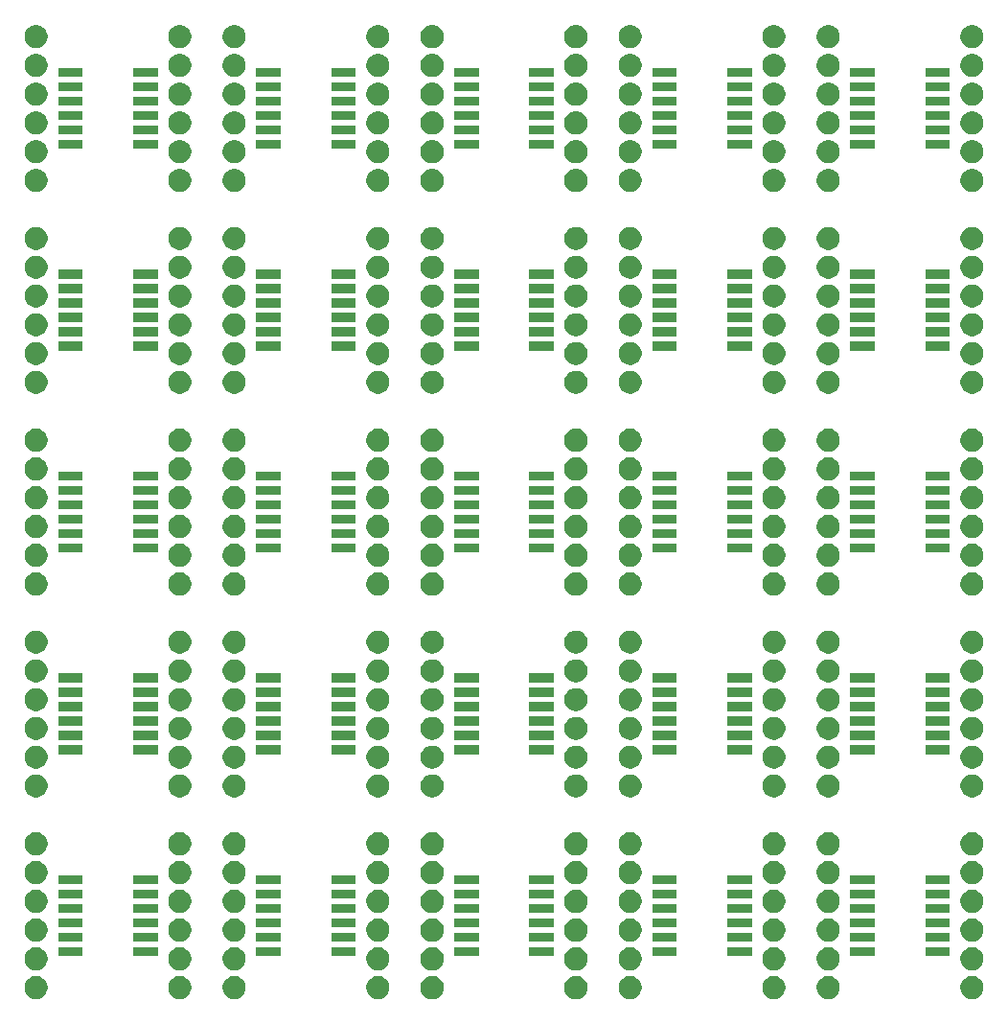
<source format=gbr>
G04 #@! TF.GenerationSoftware,KiCad,Pcbnew,5.1.5-5.1.5*
G04 #@! TF.CreationDate,2020-06-01T10:48:51+10:00*
G04 #@! TF.ProjectId,SOIC12-TSSOP12_panelized,534f4943-3132-42d5-9453-534f5031325f,rev?*
G04 #@! TF.SameCoordinates,Original*
G04 #@! TF.FileFunction,Soldermask,Top*
G04 #@! TF.FilePolarity,Negative*
%FSLAX46Y46*%
G04 Gerber Fmt 4.6, Leading zero omitted, Abs format (unit mm)*
G04 Created by KiCad (PCBNEW 5.1.5-5.1.5) date 2020-06-01 10:48:51*
%MOMM*%
%LPD*%
G04 APERTURE LIST*
%ADD10C,0.100000*%
G04 APERTURE END LIST*
D10*
G36*
X142547026Y-181638637D02*
G01*
X142612456Y-181651652D01*
X142797356Y-181728240D01*
X142963762Y-181839429D01*
X143105279Y-181980946D01*
X143216468Y-182147352D01*
X143293056Y-182332252D01*
X143332100Y-182528541D01*
X143332100Y-182728675D01*
X143293056Y-182924964D01*
X143216468Y-183109864D01*
X143105279Y-183276270D01*
X142963762Y-183417787D01*
X142797356Y-183528976D01*
X142612456Y-183605564D01*
X142547026Y-183618579D01*
X142416169Y-183644608D01*
X142216031Y-183644608D01*
X142085174Y-183618579D01*
X142019744Y-183605564D01*
X141834844Y-183528976D01*
X141668438Y-183417787D01*
X141526921Y-183276270D01*
X141415732Y-183109864D01*
X141339144Y-182924964D01*
X141300100Y-182728675D01*
X141300100Y-182528541D01*
X141339144Y-182332252D01*
X141415732Y-182147352D01*
X141526921Y-181980946D01*
X141668438Y-181839429D01*
X141834844Y-181728240D01*
X142019744Y-181651652D01*
X142085174Y-181638637D01*
X142216031Y-181612608D01*
X142416169Y-181612608D01*
X142547026Y-181638637D01*
G37*
G36*
X160047028Y-181638637D02*
G01*
X160112458Y-181651652D01*
X160297358Y-181728240D01*
X160463764Y-181839429D01*
X160605281Y-181980946D01*
X160716470Y-182147352D01*
X160793058Y-182332252D01*
X160832102Y-182528541D01*
X160832102Y-182728675D01*
X160793058Y-182924964D01*
X160716470Y-183109864D01*
X160605281Y-183276270D01*
X160463764Y-183417787D01*
X160297358Y-183528976D01*
X160112458Y-183605564D01*
X160047028Y-183618579D01*
X159916171Y-183644608D01*
X159716033Y-183644608D01*
X159585176Y-183618579D01*
X159519746Y-183605564D01*
X159334846Y-183528976D01*
X159168440Y-183417787D01*
X159026923Y-183276270D01*
X158915734Y-183109864D01*
X158839146Y-182924964D01*
X158800102Y-182728675D01*
X158800102Y-182528541D01*
X158839146Y-182332252D01*
X158915734Y-182147352D01*
X159026923Y-181980946D01*
X159168440Y-181839429D01*
X159334846Y-181728240D01*
X159519746Y-181651652D01*
X159585176Y-181638637D01*
X159716033Y-181612608D01*
X159916171Y-181612608D01*
X160047028Y-181638637D01*
G37*
G36*
X177547030Y-181638637D02*
G01*
X177612460Y-181651652D01*
X177797360Y-181728240D01*
X177963766Y-181839429D01*
X178105283Y-181980946D01*
X178216472Y-182147352D01*
X178293060Y-182332252D01*
X178332104Y-182528541D01*
X178332104Y-182728675D01*
X178293060Y-182924964D01*
X178216472Y-183109864D01*
X178105283Y-183276270D01*
X177963766Y-183417787D01*
X177797360Y-183528976D01*
X177612460Y-183605564D01*
X177547030Y-183618579D01*
X177416173Y-183644608D01*
X177216035Y-183644608D01*
X177085178Y-183618579D01*
X177019748Y-183605564D01*
X176834848Y-183528976D01*
X176668442Y-183417787D01*
X176526925Y-183276270D01*
X176415736Y-183109864D01*
X176339148Y-182924964D01*
X176300104Y-182728675D01*
X176300104Y-182528541D01*
X176339148Y-182332252D01*
X176415736Y-182147352D01*
X176526925Y-181980946D01*
X176668442Y-181839429D01*
X176834848Y-181728240D01*
X177019748Y-181651652D01*
X177085178Y-181638637D01*
X177216035Y-181612608D01*
X177416173Y-181612608D01*
X177547030Y-181638637D01*
G37*
G36*
X195047032Y-181638637D02*
G01*
X195112462Y-181651652D01*
X195297362Y-181728240D01*
X195463768Y-181839429D01*
X195605285Y-181980946D01*
X195716474Y-182147352D01*
X195793062Y-182332252D01*
X195832106Y-182528541D01*
X195832106Y-182728675D01*
X195793062Y-182924964D01*
X195716474Y-183109864D01*
X195605285Y-183276270D01*
X195463768Y-183417787D01*
X195297362Y-183528976D01*
X195112462Y-183605564D01*
X195047032Y-183618579D01*
X194916175Y-183644608D01*
X194716037Y-183644608D01*
X194585180Y-183618579D01*
X194519750Y-183605564D01*
X194334850Y-183528976D01*
X194168444Y-183417787D01*
X194026927Y-183276270D01*
X193915738Y-183109864D01*
X193839150Y-182924964D01*
X193800106Y-182728675D01*
X193800106Y-182528541D01*
X193839150Y-182332252D01*
X193915738Y-182147352D01*
X194026927Y-181980946D01*
X194168444Y-181839429D01*
X194334850Y-181728240D01*
X194519750Y-181651652D01*
X194585180Y-181638637D01*
X194716037Y-181612608D01*
X194916175Y-181612608D01*
X195047032Y-181638637D01*
G37*
G36*
X155247026Y-181638637D02*
G01*
X155312456Y-181651652D01*
X155497356Y-181728240D01*
X155663762Y-181839429D01*
X155805279Y-181980946D01*
X155916468Y-182147352D01*
X155993056Y-182332252D01*
X156032100Y-182528541D01*
X156032100Y-182728675D01*
X155993056Y-182924964D01*
X155916468Y-183109864D01*
X155805279Y-183276270D01*
X155663762Y-183417787D01*
X155497356Y-183528976D01*
X155312456Y-183605564D01*
X155247026Y-183618579D01*
X155116169Y-183644608D01*
X154916031Y-183644608D01*
X154785174Y-183618579D01*
X154719744Y-183605564D01*
X154534844Y-183528976D01*
X154368438Y-183417787D01*
X154226921Y-183276270D01*
X154115732Y-183109864D01*
X154039144Y-182924964D01*
X154000100Y-182728675D01*
X154000100Y-182528541D01*
X154039144Y-182332252D01*
X154115732Y-182147352D01*
X154226921Y-181980946D01*
X154368438Y-181839429D01*
X154534844Y-181728240D01*
X154719744Y-181651652D01*
X154785174Y-181638637D01*
X154916031Y-181612608D01*
X155116169Y-181612608D01*
X155247026Y-181638637D01*
G37*
G36*
X172747028Y-181638637D02*
G01*
X172812458Y-181651652D01*
X172997358Y-181728240D01*
X173163764Y-181839429D01*
X173305281Y-181980946D01*
X173416470Y-182147352D01*
X173493058Y-182332252D01*
X173532102Y-182528541D01*
X173532102Y-182728675D01*
X173493058Y-182924964D01*
X173416470Y-183109864D01*
X173305281Y-183276270D01*
X173163764Y-183417787D01*
X172997358Y-183528976D01*
X172812458Y-183605564D01*
X172747028Y-183618579D01*
X172616171Y-183644608D01*
X172416033Y-183644608D01*
X172285176Y-183618579D01*
X172219746Y-183605564D01*
X172034846Y-183528976D01*
X171868440Y-183417787D01*
X171726923Y-183276270D01*
X171615734Y-183109864D01*
X171539146Y-182924964D01*
X171500102Y-182728675D01*
X171500102Y-182528541D01*
X171539146Y-182332252D01*
X171615734Y-182147352D01*
X171726923Y-181980946D01*
X171868440Y-181839429D01*
X172034846Y-181728240D01*
X172219746Y-181651652D01*
X172285176Y-181638637D01*
X172416033Y-181612608D01*
X172616171Y-181612608D01*
X172747028Y-181638637D01*
G37*
G36*
X190247030Y-181638637D02*
G01*
X190312460Y-181651652D01*
X190497360Y-181728240D01*
X190663766Y-181839429D01*
X190805283Y-181980946D01*
X190916472Y-182147352D01*
X190993060Y-182332252D01*
X191032104Y-182528541D01*
X191032104Y-182728675D01*
X190993060Y-182924964D01*
X190916472Y-183109864D01*
X190805283Y-183276270D01*
X190663766Y-183417787D01*
X190497360Y-183528976D01*
X190312460Y-183605564D01*
X190247030Y-183618579D01*
X190116173Y-183644608D01*
X189916035Y-183644608D01*
X189785178Y-183618579D01*
X189719748Y-183605564D01*
X189534848Y-183528976D01*
X189368442Y-183417787D01*
X189226925Y-183276270D01*
X189115736Y-183109864D01*
X189039148Y-182924964D01*
X189000104Y-182728675D01*
X189000104Y-182528541D01*
X189039148Y-182332252D01*
X189115736Y-182147352D01*
X189226925Y-181980946D01*
X189368442Y-181839429D01*
X189534848Y-181728240D01*
X189719748Y-181651652D01*
X189785178Y-181638637D01*
X189916035Y-181612608D01*
X190116173Y-181612608D01*
X190247030Y-181638637D01*
G37*
G36*
X207747032Y-181638637D02*
G01*
X207812462Y-181651652D01*
X207997362Y-181728240D01*
X208163768Y-181839429D01*
X208305285Y-181980946D01*
X208416474Y-182147352D01*
X208493062Y-182332252D01*
X208532106Y-182528541D01*
X208532106Y-182728675D01*
X208493062Y-182924964D01*
X208416474Y-183109864D01*
X208305285Y-183276270D01*
X208163768Y-183417787D01*
X207997362Y-183528976D01*
X207812462Y-183605564D01*
X207747032Y-183618579D01*
X207616175Y-183644608D01*
X207416037Y-183644608D01*
X207285180Y-183618579D01*
X207219750Y-183605564D01*
X207034850Y-183528976D01*
X206868444Y-183417787D01*
X206726927Y-183276270D01*
X206615738Y-183109864D01*
X206539150Y-182924964D01*
X206500106Y-182728675D01*
X206500106Y-182528541D01*
X206539150Y-182332252D01*
X206615738Y-182147352D01*
X206726927Y-181980946D01*
X206868444Y-181839429D01*
X207034850Y-181728240D01*
X207219750Y-181651652D01*
X207285180Y-181638637D01*
X207416037Y-181612608D01*
X207616175Y-181612608D01*
X207747032Y-181638637D01*
G37*
G36*
X225247034Y-181638637D02*
G01*
X225312464Y-181651652D01*
X225497364Y-181728240D01*
X225663770Y-181839429D01*
X225805287Y-181980946D01*
X225916476Y-182147352D01*
X225993064Y-182332252D01*
X226032108Y-182528541D01*
X226032108Y-182728675D01*
X225993064Y-182924964D01*
X225916476Y-183109864D01*
X225805287Y-183276270D01*
X225663770Y-183417787D01*
X225497364Y-183528976D01*
X225312464Y-183605564D01*
X225247034Y-183618579D01*
X225116177Y-183644608D01*
X224916039Y-183644608D01*
X224785182Y-183618579D01*
X224719752Y-183605564D01*
X224534852Y-183528976D01*
X224368446Y-183417787D01*
X224226929Y-183276270D01*
X224115740Y-183109864D01*
X224039152Y-182924964D01*
X224000108Y-182728675D01*
X224000108Y-182528541D01*
X224039152Y-182332252D01*
X224115740Y-182147352D01*
X224226929Y-181980946D01*
X224368446Y-181839429D01*
X224534852Y-181728240D01*
X224719752Y-181651652D01*
X224785182Y-181638637D01*
X224916039Y-181612608D01*
X225116177Y-181612608D01*
X225247034Y-181638637D01*
G37*
G36*
X212547034Y-181638637D02*
G01*
X212612464Y-181651652D01*
X212797364Y-181728240D01*
X212963770Y-181839429D01*
X213105287Y-181980946D01*
X213216476Y-182147352D01*
X213293064Y-182332252D01*
X213332108Y-182528541D01*
X213332108Y-182728675D01*
X213293064Y-182924964D01*
X213216476Y-183109864D01*
X213105287Y-183276270D01*
X212963770Y-183417787D01*
X212797364Y-183528976D01*
X212612464Y-183605564D01*
X212547034Y-183618579D01*
X212416177Y-183644608D01*
X212216039Y-183644608D01*
X212085182Y-183618579D01*
X212019752Y-183605564D01*
X211834852Y-183528976D01*
X211668446Y-183417787D01*
X211526929Y-183276270D01*
X211415740Y-183109864D01*
X211339152Y-182924964D01*
X211300108Y-182728675D01*
X211300108Y-182528541D01*
X211339152Y-182332252D01*
X211415740Y-182147352D01*
X211526929Y-181980946D01*
X211668446Y-181839429D01*
X211834852Y-181728240D01*
X212019752Y-181651652D01*
X212085182Y-181638637D01*
X212216039Y-181612608D01*
X212416177Y-181612608D01*
X212547034Y-181638637D01*
G37*
G36*
X172747028Y-179098637D02*
G01*
X172812458Y-179111652D01*
X172997358Y-179188240D01*
X173163764Y-179299429D01*
X173305281Y-179440946D01*
X173416470Y-179607352D01*
X173493058Y-179792252D01*
X173532102Y-179988541D01*
X173532102Y-180188675D01*
X173493058Y-180384964D01*
X173416470Y-180569864D01*
X173305281Y-180736270D01*
X173163764Y-180877787D01*
X172997358Y-180988976D01*
X172812458Y-181065564D01*
X172747028Y-181078579D01*
X172616171Y-181104608D01*
X172416033Y-181104608D01*
X172285176Y-181078579D01*
X172219746Y-181065564D01*
X172034846Y-180988976D01*
X171868440Y-180877787D01*
X171726923Y-180736270D01*
X171615734Y-180569864D01*
X171539146Y-180384964D01*
X171500102Y-180188675D01*
X171500102Y-179988541D01*
X171539146Y-179792252D01*
X171615734Y-179607352D01*
X171726923Y-179440946D01*
X171868440Y-179299429D01*
X172034846Y-179188240D01*
X172219746Y-179111652D01*
X172285176Y-179098637D01*
X172416033Y-179072608D01*
X172616171Y-179072608D01*
X172747028Y-179098637D01*
G37*
G36*
X225247034Y-179098637D02*
G01*
X225312464Y-179111652D01*
X225497364Y-179188240D01*
X225663770Y-179299429D01*
X225805287Y-179440946D01*
X225916476Y-179607352D01*
X225993064Y-179792252D01*
X226032108Y-179988541D01*
X226032108Y-180188675D01*
X225993064Y-180384964D01*
X225916476Y-180569864D01*
X225805287Y-180736270D01*
X225663770Y-180877787D01*
X225497364Y-180988976D01*
X225312464Y-181065564D01*
X225247034Y-181078579D01*
X225116177Y-181104608D01*
X224916039Y-181104608D01*
X224785182Y-181078579D01*
X224719752Y-181065564D01*
X224534852Y-180988976D01*
X224368446Y-180877787D01*
X224226929Y-180736270D01*
X224115740Y-180569864D01*
X224039152Y-180384964D01*
X224000108Y-180188675D01*
X224000108Y-179988541D01*
X224039152Y-179792252D01*
X224115740Y-179607352D01*
X224226929Y-179440946D01*
X224368446Y-179299429D01*
X224534852Y-179188240D01*
X224719752Y-179111652D01*
X224785182Y-179098637D01*
X224916039Y-179072608D01*
X225116177Y-179072608D01*
X225247034Y-179098637D01*
G37*
G36*
X190247030Y-179098637D02*
G01*
X190312460Y-179111652D01*
X190497360Y-179188240D01*
X190663766Y-179299429D01*
X190805283Y-179440946D01*
X190916472Y-179607352D01*
X190993060Y-179792252D01*
X191032104Y-179988541D01*
X191032104Y-180188675D01*
X190993060Y-180384964D01*
X190916472Y-180569864D01*
X190805283Y-180736270D01*
X190663766Y-180877787D01*
X190497360Y-180988976D01*
X190312460Y-181065564D01*
X190247030Y-181078579D01*
X190116173Y-181104608D01*
X189916035Y-181104608D01*
X189785178Y-181078579D01*
X189719748Y-181065564D01*
X189534848Y-180988976D01*
X189368442Y-180877787D01*
X189226925Y-180736270D01*
X189115736Y-180569864D01*
X189039148Y-180384964D01*
X189000104Y-180188675D01*
X189000104Y-179988541D01*
X189039148Y-179792252D01*
X189115736Y-179607352D01*
X189226925Y-179440946D01*
X189368442Y-179299429D01*
X189534848Y-179188240D01*
X189719748Y-179111652D01*
X189785178Y-179098637D01*
X189916035Y-179072608D01*
X190116173Y-179072608D01*
X190247030Y-179098637D01*
G37*
G36*
X207747032Y-179098637D02*
G01*
X207812462Y-179111652D01*
X207997362Y-179188240D01*
X208163768Y-179299429D01*
X208305285Y-179440946D01*
X208416474Y-179607352D01*
X208493062Y-179792252D01*
X208532106Y-179988541D01*
X208532106Y-180188675D01*
X208493062Y-180384964D01*
X208416474Y-180569864D01*
X208305285Y-180736270D01*
X208163768Y-180877787D01*
X207997362Y-180988976D01*
X207812462Y-181065564D01*
X207747032Y-181078579D01*
X207616175Y-181104608D01*
X207416037Y-181104608D01*
X207285180Y-181078579D01*
X207219750Y-181065564D01*
X207034850Y-180988976D01*
X206868444Y-180877787D01*
X206726927Y-180736270D01*
X206615738Y-180569864D01*
X206539150Y-180384964D01*
X206500106Y-180188675D01*
X206500106Y-179988541D01*
X206539150Y-179792252D01*
X206615738Y-179607352D01*
X206726927Y-179440946D01*
X206868444Y-179299429D01*
X207034850Y-179188240D01*
X207219750Y-179111652D01*
X207285180Y-179098637D01*
X207416037Y-179072608D01*
X207616175Y-179072608D01*
X207747032Y-179098637D01*
G37*
G36*
X212547034Y-179098637D02*
G01*
X212612464Y-179111652D01*
X212797364Y-179188240D01*
X212963770Y-179299429D01*
X213105287Y-179440946D01*
X213216476Y-179607352D01*
X213293064Y-179792252D01*
X213332108Y-179988541D01*
X213332108Y-180188675D01*
X213293064Y-180384964D01*
X213216476Y-180569864D01*
X213105287Y-180736270D01*
X212963770Y-180877787D01*
X212797364Y-180988976D01*
X212612464Y-181065564D01*
X212547034Y-181078579D01*
X212416177Y-181104608D01*
X212216039Y-181104608D01*
X212085182Y-181078579D01*
X212019752Y-181065564D01*
X211834852Y-180988976D01*
X211668446Y-180877787D01*
X211526929Y-180736270D01*
X211415740Y-180569864D01*
X211339152Y-180384964D01*
X211300108Y-180188675D01*
X211300108Y-179988541D01*
X211339152Y-179792252D01*
X211415740Y-179607352D01*
X211526929Y-179440946D01*
X211668446Y-179299429D01*
X211834852Y-179188240D01*
X212019752Y-179111652D01*
X212085182Y-179098637D01*
X212216039Y-179072608D01*
X212416177Y-179072608D01*
X212547034Y-179098637D01*
G37*
G36*
X177547030Y-179098637D02*
G01*
X177612460Y-179111652D01*
X177797360Y-179188240D01*
X177963766Y-179299429D01*
X178105283Y-179440946D01*
X178216472Y-179607352D01*
X178293060Y-179792252D01*
X178332104Y-179988541D01*
X178332104Y-180188675D01*
X178293060Y-180384964D01*
X178216472Y-180569864D01*
X178105283Y-180736270D01*
X177963766Y-180877787D01*
X177797360Y-180988976D01*
X177612460Y-181065564D01*
X177547030Y-181078579D01*
X177416173Y-181104608D01*
X177216035Y-181104608D01*
X177085178Y-181078579D01*
X177019748Y-181065564D01*
X176834848Y-180988976D01*
X176668442Y-180877787D01*
X176526925Y-180736270D01*
X176415736Y-180569864D01*
X176339148Y-180384964D01*
X176300104Y-180188675D01*
X176300104Y-179988541D01*
X176339148Y-179792252D01*
X176415736Y-179607352D01*
X176526925Y-179440946D01*
X176668442Y-179299429D01*
X176834848Y-179188240D01*
X177019748Y-179111652D01*
X177085178Y-179098637D01*
X177216035Y-179072608D01*
X177416173Y-179072608D01*
X177547030Y-179098637D01*
G37*
G36*
X155247026Y-179098637D02*
G01*
X155312456Y-179111652D01*
X155497356Y-179188240D01*
X155663762Y-179299429D01*
X155805279Y-179440946D01*
X155916468Y-179607352D01*
X155993056Y-179792252D01*
X156032100Y-179988541D01*
X156032100Y-180188675D01*
X155993056Y-180384964D01*
X155916468Y-180569864D01*
X155805279Y-180736270D01*
X155663762Y-180877787D01*
X155497356Y-180988976D01*
X155312456Y-181065564D01*
X155247026Y-181078579D01*
X155116169Y-181104608D01*
X154916031Y-181104608D01*
X154785174Y-181078579D01*
X154719744Y-181065564D01*
X154534844Y-180988976D01*
X154368438Y-180877787D01*
X154226921Y-180736270D01*
X154115732Y-180569864D01*
X154039144Y-180384964D01*
X154000100Y-180188675D01*
X154000100Y-179988541D01*
X154039144Y-179792252D01*
X154115732Y-179607352D01*
X154226921Y-179440946D01*
X154368438Y-179299429D01*
X154534844Y-179188240D01*
X154719744Y-179111652D01*
X154785174Y-179098637D01*
X154916031Y-179072608D01*
X155116169Y-179072608D01*
X155247026Y-179098637D01*
G37*
G36*
X160047028Y-179098637D02*
G01*
X160112458Y-179111652D01*
X160297358Y-179188240D01*
X160463764Y-179299429D01*
X160605281Y-179440946D01*
X160716470Y-179607352D01*
X160793058Y-179792252D01*
X160832102Y-179988541D01*
X160832102Y-180188675D01*
X160793058Y-180384964D01*
X160716470Y-180569864D01*
X160605281Y-180736270D01*
X160463764Y-180877787D01*
X160297358Y-180988976D01*
X160112458Y-181065564D01*
X160047028Y-181078579D01*
X159916171Y-181104608D01*
X159716033Y-181104608D01*
X159585176Y-181078579D01*
X159519746Y-181065564D01*
X159334846Y-180988976D01*
X159168440Y-180877787D01*
X159026923Y-180736270D01*
X158915734Y-180569864D01*
X158839146Y-180384964D01*
X158800102Y-180188675D01*
X158800102Y-179988541D01*
X158839146Y-179792252D01*
X158915734Y-179607352D01*
X159026923Y-179440946D01*
X159168440Y-179299429D01*
X159334846Y-179188240D01*
X159519746Y-179111652D01*
X159585176Y-179098637D01*
X159716033Y-179072608D01*
X159916171Y-179072608D01*
X160047028Y-179098637D01*
G37*
G36*
X142547026Y-179098637D02*
G01*
X142612456Y-179111652D01*
X142797356Y-179188240D01*
X142963762Y-179299429D01*
X143105279Y-179440946D01*
X143216468Y-179607352D01*
X143293056Y-179792252D01*
X143332100Y-179988541D01*
X143332100Y-180188675D01*
X143293056Y-180384964D01*
X143216468Y-180569864D01*
X143105279Y-180736270D01*
X142963762Y-180877787D01*
X142797356Y-180988976D01*
X142612456Y-181065564D01*
X142547026Y-181078579D01*
X142416169Y-181104608D01*
X142216031Y-181104608D01*
X142085174Y-181078579D01*
X142019744Y-181065564D01*
X141834844Y-180988976D01*
X141668438Y-180877787D01*
X141526921Y-180736270D01*
X141415732Y-180569864D01*
X141339144Y-180384964D01*
X141300100Y-180188675D01*
X141300100Y-179988541D01*
X141339144Y-179792252D01*
X141415732Y-179607352D01*
X141526921Y-179440946D01*
X141668438Y-179299429D01*
X141834844Y-179188240D01*
X142019744Y-179111652D01*
X142085174Y-179098637D01*
X142216031Y-179072608D01*
X142416169Y-179072608D01*
X142547026Y-179098637D01*
G37*
G36*
X195047032Y-179098637D02*
G01*
X195112462Y-179111652D01*
X195297362Y-179188240D01*
X195463768Y-179299429D01*
X195605285Y-179440946D01*
X195716474Y-179607352D01*
X195793062Y-179792252D01*
X195832106Y-179988541D01*
X195832106Y-180188675D01*
X195793062Y-180384964D01*
X195716474Y-180569864D01*
X195605285Y-180736270D01*
X195463768Y-180877787D01*
X195297362Y-180988976D01*
X195112462Y-181065564D01*
X195047032Y-181078579D01*
X194916175Y-181104608D01*
X194716037Y-181104608D01*
X194585180Y-181078579D01*
X194519750Y-181065564D01*
X194334850Y-180988976D01*
X194168444Y-180877787D01*
X194026927Y-180736270D01*
X193915738Y-180569864D01*
X193839150Y-180384964D01*
X193800106Y-180188675D01*
X193800106Y-179988541D01*
X193839150Y-179792252D01*
X193915738Y-179607352D01*
X194026927Y-179440946D01*
X194168444Y-179299429D01*
X194334850Y-179188240D01*
X194519750Y-179111652D01*
X194585180Y-179098637D01*
X194716037Y-179072608D01*
X194916175Y-179072608D01*
X195047032Y-179098637D01*
G37*
G36*
X170573002Y-179860008D02*
G01*
X168388602Y-179860008D01*
X168388602Y-179047208D01*
X170573002Y-179047208D01*
X170573002Y-179860008D01*
G37*
G36*
X188073004Y-179860008D02*
G01*
X185888604Y-179860008D01*
X185888604Y-179047208D01*
X188073004Y-179047208D01*
X188073004Y-179860008D01*
G37*
G36*
X181443604Y-179860008D02*
G01*
X179259204Y-179860008D01*
X179259204Y-179047208D01*
X181443604Y-179047208D01*
X181443604Y-179860008D01*
G37*
G36*
X223073008Y-179860008D02*
G01*
X220888608Y-179860008D01*
X220888608Y-179047208D01*
X223073008Y-179047208D01*
X223073008Y-179860008D01*
G37*
G36*
X205573006Y-179860008D02*
G01*
X203388606Y-179860008D01*
X203388606Y-179047208D01*
X205573006Y-179047208D01*
X205573006Y-179860008D01*
G37*
G36*
X163943602Y-179860008D02*
G01*
X161759202Y-179860008D01*
X161759202Y-179047208D01*
X163943602Y-179047208D01*
X163943602Y-179860008D01*
G37*
G36*
X146443600Y-179860008D02*
G01*
X144259200Y-179860008D01*
X144259200Y-179047208D01*
X146443600Y-179047208D01*
X146443600Y-179860008D01*
G37*
G36*
X153073000Y-179860008D02*
G01*
X150888600Y-179860008D01*
X150888600Y-179047208D01*
X153073000Y-179047208D01*
X153073000Y-179860008D01*
G37*
G36*
X198943606Y-179860008D02*
G01*
X196759206Y-179860008D01*
X196759206Y-179047208D01*
X198943606Y-179047208D01*
X198943606Y-179860008D01*
G37*
G36*
X216443608Y-179860008D02*
G01*
X214259208Y-179860008D01*
X214259208Y-179047208D01*
X216443608Y-179047208D01*
X216443608Y-179860008D01*
G37*
G36*
X146443600Y-178590008D02*
G01*
X144259200Y-178590008D01*
X144259200Y-177777208D01*
X146443600Y-177777208D01*
X146443600Y-178590008D01*
G37*
G36*
X170573002Y-178590008D02*
G01*
X168388602Y-178590008D01*
X168388602Y-177777208D01*
X170573002Y-177777208D01*
X170573002Y-178590008D01*
G37*
G36*
X163943602Y-178590008D02*
G01*
X161759202Y-178590008D01*
X161759202Y-177777208D01*
X163943602Y-177777208D01*
X163943602Y-178590008D01*
G37*
G36*
X153073000Y-178590008D02*
G01*
X150888600Y-178590008D01*
X150888600Y-177777208D01*
X153073000Y-177777208D01*
X153073000Y-178590008D01*
G37*
G36*
X181443604Y-178590008D02*
G01*
X179259204Y-178590008D01*
X179259204Y-177777208D01*
X181443604Y-177777208D01*
X181443604Y-178590008D01*
G37*
G36*
X188073004Y-178590008D02*
G01*
X185888604Y-178590008D01*
X185888604Y-177777208D01*
X188073004Y-177777208D01*
X188073004Y-178590008D01*
G37*
G36*
X198943606Y-178590008D02*
G01*
X196759206Y-178590008D01*
X196759206Y-177777208D01*
X198943606Y-177777208D01*
X198943606Y-178590008D01*
G37*
G36*
X223073008Y-178590008D02*
G01*
X220888608Y-178590008D01*
X220888608Y-177777208D01*
X223073008Y-177777208D01*
X223073008Y-178590008D01*
G37*
G36*
X216443608Y-178590008D02*
G01*
X214259208Y-178590008D01*
X214259208Y-177777208D01*
X216443608Y-177777208D01*
X216443608Y-178590008D01*
G37*
G36*
X205573006Y-178590008D02*
G01*
X203388606Y-178590008D01*
X203388606Y-177777208D01*
X205573006Y-177777208D01*
X205573006Y-178590008D01*
G37*
G36*
X177547030Y-176558637D02*
G01*
X177612460Y-176571652D01*
X177797360Y-176648240D01*
X177963766Y-176759429D01*
X178105283Y-176900946D01*
X178216472Y-177067352D01*
X178293060Y-177252252D01*
X178332104Y-177448541D01*
X178332104Y-177648675D01*
X178293060Y-177844964D01*
X178216472Y-178029864D01*
X178105283Y-178196270D01*
X177963766Y-178337787D01*
X177797360Y-178448976D01*
X177612460Y-178525564D01*
X177547030Y-178538579D01*
X177416173Y-178564608D01*
X177216035Y-178564608D01*
X177085178Y-178538579D01*
X177019748Y-178525564D01*
X176834848Y-178448976D01*
X176668442Y-178337787D01*
X176526925Y-178196270D01*
X176415736Y-178029864D01*
X176339148Y-177844964D01*
X176300104Y-177648675D01*
X176300104Y-177448541D01*
X176339148Y-177252252D01*
X176415736Y-177067352D01*
X176526925Y-176900946D01*
X176668442Y-176759429D01*
X176834848Y-176648240D01*
X177019748Y-176571652D01*
X177085178Y-176558637D01*
X177216035Y-176532608D01*
X177416173Y-176532608D01*
X177547030Y-176558637D01*
G37*
G36*
X142547026Y-176558637D02*
G01*
X142612456Y-176571652D01*
X142797356Y-176648240D01*
X142963762Y-176759429D01*
X143105279Y-176900946D01*
X143216468Y-177067352D01*
X143293056Y-177252252D01*
X143332100Y-177448541D01*
X143332100Y-177648675D01*
X143293056Y-177844964D01*
X143216468Y-178029864D01*
X143105279Y-178196270D01*
X142963762Y-178337787D01*
X142797356Y-178448976D01*
X142612456Y-178525564D01*
X142547026Y-178538579D01*
X142416169Y-178564608D01*
X142216031Y-178564608D01*
X142085174Y-178538579D01*
X142019744Y-178525564D01*
X141834844Y-178448976D01*
X141668438Y-178337787D01*
X141526921Y-178196270D01*
X141415732Y-178029864D01*
X141339144Y-177844964D01*
X141300100Y-177648675D01*
X141300100Y-177448541D01*
X141339144Y-177252252D01*
X141415732Y-177067352D01*
X141526921Y-176900946D01*
X141668438Y-176759429D01*
X141834844Y-176648240D01*
X142019744Y-176571652D01*
X142085174Y-176558637D01*
X142216031Y-176532608D01*
X142416169Y-176532608D01*
X142547026Y-176558637D01*
G37*
G36*
X155247026Y-176558637D02*
G01*
X155312456Y-176571652D01*
X155497356Y-176648240D01*
X155663762Y-176759429D01*
X155805279Y-176900946D01*
X155916468Y-177067352D01*
X155993056Y-177252252D01*
X156032100Y-177448541D01*
X156032100Y-177648675D01*
X155993056Y-177844964D01*
X155916468Y-178029864D01*
X155805279Y-178196270D01*
X155663762Y-178337787D01*
X155497356Y-178448976D01*
X155312456Y-178525564D01*
X155247026Y-178538579D01*
X155116169Y-178564608D01*
X154916031Y-178564608D01*
X154785174Y-178538579D01*
X154719744Y-178525564D01*
X154534844Y-178448976D01*
X154368438Y-178337787D01*
X154226921Y-178196270D01*
X154115732Y-178029864D01*
X154039144Y-177844964D01*
X154000100Y-177648675D01*
X154000100Y-177448541D01*
X154039144Y-177252252D01*
X154115732Y-177067352D01*
X154226921Y-176900946D01*
X154368438Y-176759429D01*
X154534844Y-176648240D01*
X154719744Y-176571652D01*
X154785174Y-176558637D01*
X154916031Y-176532608D01*
X155116169Y-176532608D01*
X155247026Y-176558637D01*
G37*
G36*
X160047028Y-176558637D02*
G01*
X160112458Y-176571652D01*
X160297358Y-176648240D01*
X160463764Y-176759429D01*
X160605281Y-176900946D01*
X160716470Y-177067352D01*
X160793058Y-177252252D01*
X160832102Y-177448541D01*
X160832102Y-177648675D01*
X160793058Y-177844964D01*
X160716470Y-178029864D01*
X160605281Y-178196270D01*
X160463764Y-178337787D01*
X160297358Y-178448976D01*
X160112458Y-178525564D01*
X160047028Y-178538579D01*
X159916171Y-178564608D01*
X159716033Y-178564608D01*
X159585176Y-178538579D01*
X159519746Y-178525564D01*
X159334846Y-178448976D01*
X159168440Y-178337787D01*
X159026923Y-178196270D01*
X158915734Y-178029864D01*
X158839146Y-177844964D01*
X158800102Y-177648675D01*
X158800102Y-177448541D01*
X158839146Y-177252252D01*
X158915734Y-177067352D01*
X159026923Y-176900946D01*
X159168440Y-176759429D01*
X159334846Y-176648240D01*
X159519746Y-176571652D01*
X159585176Y-176558637D01*
X159716033Y-176532608D01*
X159916171Y-176532608D01*
X160047028Y-176558637D01*
G37*
G36*
X190247030Y-176558637D02*
G01*
X190312460Y-176571652D01*
X190497360Y-176648240D01*
X190663766Y-176759429D01*
X190805283Y-176900946D01*
X190916472Y-177067352D01*
X190993060Y-177252252D01*
X191032104Y-177448541D01*
X191032104Y-177648675D01*
X190993060Y-177844964D01*
X190916472Y-178029864D01*
X190805283Y-178196270D01*
X190663766Y-178337787D01*
X190497360Y-178448976D01*
X190312460Y-178525564D01*
X190247030Y-178538579D01*
X190116173Y-178564608D01*
X189916035Y-178564608D01*
X189785178Y-178538579D01*
X189719748Y-178525564D01*
X189534848Y-178448976D01*
X189368442Y-178337787D01*
X189226925Y-178196270D01*
X189115736Y-178029864D01*
X189039148Y-177844964D01*
X189000104Y-177648675D01*
X189000104Y-177448541D01*
X189039148Y-177252252D01*
X189115736Y-177067352D01*
X189226925Y-176900946D01*
X189368442Y-176759429D01*
X189534848Y-176648240D01*
X189719748Y-176571652D01*
X189785178Y-176558637D01*
X189916035Y-176532608D01*
X190116173Y-176532608D01*
X190247030Y-176558637D01*
G37*
G36*
X195047032Y-176558637D02*
G01*
X195112462Y-176571652D01*
X195297362Y-176648240D01*
X195463768Y-176759429D01*
X195605285Y-176900946D01*
X195716474Y-177067352D01*
X195793062Y-177252252D01*
X195832106Y-177448541D01*
X195832106Y-177648675D01*
X195793062Y-177844964D01*
X195716474Y-178029864D01*
X195605285Y-178196270D01*
X195463768Y-178337787D01*
X195297362Y-178448976D01*
X195112462Y-178525564D01*
X195047032Y-178538579D01*
X194916175Y-178564608D01*
X194716037Y-178564608D01*
X194585180Y-178538579D01*
X194519750Y-178525564D01*
X194334850Y-178448976D01*
X194168444Y-178337787D01*
X194026927Y-178196270D01*
X193915738Y-178029864D01*
X193839150Y-177844964D01*
X193800106Y-177648675D01*
X193800106Y-177448541D01*
X193839150Y-177252252D01*
X193915738Y-177067352D01*
X194026927Y-176900946D01*
X194168444Y-176759429D01*
X194334850Y-176648240D01*
X194519750Y-176571652D01*
X194585180Y-176558637D01*
X194716037Y-176532608D01*
X194916175Y-176532608D01*
X195047032Y-176558637D01*
G37*
G36*
X207747032Y-176558637D02*
G01*
X207812462Y-176571652D01*
X207997362Y-176648240D01*
X208163768Y-176759429D01*
X208305285Y-176900946D01*
X208416474Y-177067352D01*
X208493062Y-177252252D01*
X208532106Y-177448541D01*
X208532106Y-177648675D01*
X208493062Y-177844964D01*
X208416474Y-178029864D01*
X208305285Y-178196270D01*
X208163768Y-178337787D01*
X207997362Y-178448976D01*
X207812462Y-178525564D01*
X207747032Y-178538579D01*
X207616175Y-178564608D01*
X207416037Y-178564608D01*
X207285180Y-178538579D01*
X207219750Y-178525564D01*
X207034850Y-178448976D01*
X206868444Y-178337787D01*
X206726927Y-178196270D01*
X206615738Y-178029864D01*
X206539150Y-177844964D01*
X206500106Y-177648675D01*
X206500106Y-177448541D01*
X206539150Y-177252252D01*
X206615738Y-177067352D01*
X206726927Y-176900946D01*
X206868444Y-176759429D01*
X207034850Y-176648240D01*
X207219750Y-176571652D01*
X207285180Y-176558637D01*
X207416037Y-176532608D01*
X207616175Y-176532608D01*
X207747032Y-176558637D01*
G37*
G36*
X212547034Y-176558637D02*
G01*
X212612464Y-176571652D01*
X212797364Y-176648240D01*
X212963770Y-176759429D01*
X213105287Y-176900946D01*
X213216476Y-177067352D01*
X213293064Y-177252252D01*
X213332108Y-177448541D01*
X213332108Y-177648675D01*
X213293064Y-177844964D01*
X213216476Y-178029864D01*
X213105287Y-178196270D01*
X212963770Y-178337787D01*
X212797364Y-178448976D01*
X212612464Y-178525564D01*
X212547034Y-178538579D01*
X212416177Y-178564608D01*
X212216039Y-178564608D01*
X212085182Y-178538579D01*
X212019752Y-178525564D01*
X211834852Y-178448976D01*
X211668446Y-178337787D01*
X211526929Y-178196270D01*
X211415740Y-178029864D01*
X211339152Y-177844964D01*
X211300108Y-177648675D01*
X211300108Y-177448541D01*
X211339152Y-177252252D01*
X211415740Y-177067352D01*
X211526929Y-176900946D01*
X211668446Y-176759429D01*
X211834852Y-176648240D01*
X212019752Y-176571652D01*
X212085182Y-176558637D01*
X212216039Y-176532608D01*
X212416177Y-176532608D01*
X212547034Y-176558637D01*
G37*
G36*
X225247034Y-176558637D02*
G01*
X225312464Y-176571652D01*
X225497364Y-176648240D01*
X225663770Y-176759429D01*
X225805287Y-176900946D01*
X225916476Y-177067352D01*
X225993064Y-177252252D01*
X226032108Y-177448541D01*
X226032108Y-177648675D01*
X225993064Y-177844964D01*
X225916476Y-178029864D01*
X225805287Y-178196270D01*
X225663770Y-178337787D01*
X225497364Y-178448976D01*
X225312464Y-178525564D01*
X225247034Y-178538579D01*
X225116177Y-178564608D01*
X224916039Y-178564608D01*
X224785182Y-178538579D01*
X224719752Y-178525564D01*
X224534852Y-178448976D01*
X224368446Y-178337787D01*
X224226929Y-178196270D01*
X224115740Y-178029864D01*
X224039152Y-177844964D01*
X224000108Y-177648675D01*
X224000108Y-177448541D01*
X224039152Y-177252252D01*
X224115740Y-177067352D01*
X224226929Y-176900946D01*
X224368446Y-176759429D01*
X224534852Y-176648240D01*
X224719752Y-176571652D01*
X224785182Y-176558637D01*
X224916039Y-176532608D01*
X225116177Y-176532608D01*
X225247034Y-176558637D01*
G37*
G36*
X172747028Y-176558637D02*
G01*
X172812458Y-176571652D01*
X172997358Y-176648240D01*
X173163764Y-176759429D01*
X173305281Y-176900946D01*
X173416470Y-177067352D01*
X173493058Y-177252252D01*
X173532102Y-177448541D01*
X173532102Y-177648675D01*
X173493058Y-177844964D01*
X173416470Y-178029864D01*
X173305281Y-178196270D01*
X173163764Y-178337787D01*
X172997358Y-178448976D01*
X172812458Y-178525564D01*
X172747028Y-178538579D01*
X172616171Y-178564608D01*
X172416033Y-178564608D01*
X172285176Y-178538579D01*
X172219746Y-178525564D01*
X172034846Y-178448976D01*
X171868440Y-178337787D01*
X171726923Y-178196270D01*
X171615734Y-178029864D01*
X171539146Y-177844964D01*
X171500102Y-177648675D01*
X171500102Y-177448541D01*
X171539146Y-177252252D01*
X171615734Y-177067352D01*
X171726923Y-176900946D01*
X171868440Y-176759429D01*
X172034846Y-176648240D01*
X172219746Y-176571652D01*
X172285176Y-176558637D01*
X172416033Y-176532608D01*
X172616171Y-176532608D01*
X172747028Y-176558637D01*
G37*
G36*
X223073008Y-177320008D02*
G01*
X220888608Y-177320008D01*
X220888608Y-176507208D01*
X223073008Y-176507208D01*
X223073008Y-177320008D01*
G37*
G36*
X198943606Y-177320008D02*
G01*
X196759206Y-177320008D01*
X196759206Y-176507208D01*
X198943606Y-176507208D01*
X198943606Y-177320008D01*
G37*
G36*
X205573006Y-177320008D02*
G01*
X203388606Y-177320008D01*
X203388606Y-176507208D01*
X205573006Y-176507208D01*
X205573006Y-177320008D01*
G37*
G36*
X216443608Y-177320008D02*
G01*
X214259208Y-177320008D01*
X214259208Y-176507208D01*
X216443608Y-176507208D01*
X216443608Y-177320008D01*
G37*
G36*
X181443604Y-177320008D02*
G01*
X179259204Y-177320008D01*
X179259204Y-176507208D01*
X181443604Y-176507208D01*
X181443604Y-177320008D01*
G37*
G36*
X153073000Y-177320008D02*
G01*
X150888600Y-177320008D01*
X150888600Y-176507208D01*
X153073000Y-176507208D01*
X153073000Y-177320008D01*
G37*
G36*
X188073004Y-177320008D02*
G01*
X185888604Y-177320008D01*
X185888604Y-176507208D01*
X188073004Y-176507208D01*
X188073004Y-177320008D01*
G37*
G36*
X146443600Y-177320008D02*
G01*
X144259200Y-177320008D01*
X144259200Y-176507208D01*
X146443600Y-176507208D01*
X146443600Y-177320008D01*
G37*
G36*
X163943602Y-177320008D02*
G01*
X161759202Y-177320008D01*
X161759202Y-176507208D01*
X163943602Y-176507208D01*
X163943602Y-177320008D01*
G37*
G36*
X170573002Y-177320008D02*
G01*
X168388602Y-177320008D01*
X168388602Y-176507208D01*
X170573002Y-176507208D01*
X170573002Y-177320008D01*
G37*
G36*
X205573006Y-176050008D02*
G01*
X203388606Y-176050008D01*
X203388606Y-175237208D01*
X205573006Y-175237208D01*
X205573006Y-176050008D01*
G37*
G36*
X153073000Y-176050008D02*
G01*
X150888600Y-176050008D01*
X150888600Y-175237208D01*
X153073000Y-175237208D01*
X153073000Y-176050008D01*
G37*
G36*
X146443600Y-176050008D02*
G01*
X144259200Y-176050008D01*
X144259200Y-175237208D01*
X146443600Y-175237208D01*
X146443600Y-176050008D01*
G37*
G36*
X170573002Y-176050008D02*
G01*
X168388602Y-176050008D01*
X168388602Y-175237208D01*
X170573002Y-175237208D01*
X170573002Y-176050008D01*
G37*
G36*
X181443604Y-176050008D02*
G01*
X179259204Y-176050008D01*
X179259204Y-175237208D01*
X181443604Y-175237208D01*
X181443604Y-176050008D01*
G37*
G36*
X216443608Y-176050008D02*
G01*
X214259208Y-176050008D01*
X214259208Y-175237208D01*
X216443608Y-175237208D01*
X216443608Y-176050008D01*
G37*
G36*
X198943606Y-176050008D02*
G01*
X196759206Y-176050008D01*
X196759206Y-175237208D01*
X198943606Y-175237208D01*
X198943606Y-176050008D01*
G37*
G36*
X188073004Y-176050008D02*
G01*
X185888604Y-176050008D01*
X185888604Y-175237208D01*
X188073004Y-175237208D01*
X188073004Y-176050008D01*
G37*
G36*
X223073008Y-176050008D02*
G01*
X220888608Y-176050008D01*
X220888608Y-175237208D01*
X223073008Y-175237208D01*
X223073008Y-176050008D01*
G37*
G36*
X163943602Y-176050008D02*
G01*
X161759202Y-176050008D01*
X161759202Y-175237208D01*
X163943602Y-175237208D01*
X163943602Y-176050008D01*
G37*
G36*
X190247030Y-174018637D02*
G01*
X190312460Y-174031652D01*
X190497360Y-174108240D01*
X190663766Y-174219429D01*
X190805283Y-174360946D01*
X190916472Y-174527352D01*
X190993060Y-174712252D01*
X191032104Y-174908541D01*
X191032104Y-175108675D01*
X190993060Y-175304964D01*
X190916472Y-175489864D01*
X190805283Y-175656270D01*
X190663766Y-175797787D01*
X190497360Y-175908976D01*
X190312460Y-175985564D01*
X190247030Y-175998579D01*
X190116173Y-176024608D01*
X189916035Y-176024608D01*
X189785178Y-175998579D01*
X189719748Y-175985564D01*
X189534848Y-175908976D01*
X189368442Y-175797787D01*
X189226925Y-175656270D01*
X189115736Y-175489864D01*
X189039148Y-175304964D01*
X189000104Y-175108675D01*
X189000104Y-174908541D01*
X189039148Y-174712252D01*
X189115736Y-174527352D01*
X189226925Y-174360946D01*
X189368442Y-174219429D01*
X189534848Y-174108240D01*
X189719748Y-174031652D01*
X189785178Y-174018637D01*
X189916035Y-173992608D01*
X190116173Y-173992608D01*
X190247030Y-174018637D01*
G37*
G36*
X225247034Y-174018637D02*
G01*
X225312464Y-174031652D01*
X225497364Y-174108240D01*
X225663770Y-174219429D01*
X225805287Y-174360946D01*
X225916476Y-174527352D01*
X225993064Y-174712252D01*
X226032108Y-174908541D01*
X226032108Y-175108675D01*
X225993064Y-175304964D01*
X225916476Y-175489864D01*
X225805287Y-175656270D01*
X225663770Y-175797787D01*
X225497364Y-175908976D01*
X225312464Y-175985564D01*
X225247034Y-175998579D01*
X225116177Y-176024608D01*
X224916039Y-176024608D01*
X224785182Y-175998579D01*
X224719752Y-175985564D01*
X224534852Y-175908976D01*
X224368446Y-175797787D01*
X224226929Y-175656270D01*
X224115740Y-175489864D01*
X224039152Y-175304964D01*
X224000108Y-175108675D01*
X224000108Y-174908541D01*
X224039152Y-174712252D01*
X224115740Y-174527352D01*
X224226929Y-174360946D01*
X224368446Y-174219429D01*
X224534852Y-174108240D01*
X224719752Y-174031652D01*
X224785182Y-174018637D01*
X224916039Y-173992608D01*
X225116177Y-173992608D01*
X225247034Y-174018637D01*
G37*
G36*
X207747032Y-174018637D02*
G01*
X207812462Y-174031652D01*
X207997362Y-174108240D01*
X208163768Y-174219429D01*
X208305285Y-174360946D01*
X208416474Y-174527352D01*
X208493062Y-174712252D01*
X208532106Y-174908541D01*
X208532106Y-175108675D01*
X208493062Y-175304964D01*
X208416474Y-175489864D01*
X208305285Y-175656270D01*
X208163768Y-175797787D01*
X207997362Y-175908976D01*
X207812462Y-175985564D01*
X207747032Y-175998579D01*
X207616175Y-176024608D01*
X207416037Y-176024608D01*
X207285180Y-175998579D01*
X207219750Y-175985564D01*
X207034850Y-175908976D01*
X206868444Y-175797787D01*
X206726927Y-175656270D01*
X206615738Y-175489864D01*
X206539150Y-175304964D01*
X206500106Y-175108675D01*
X206500106Y-174908541D01*
X206539150Y-174712252D01*
X206615738Y-174527352D01*
X206726927Y-174360946D01*
X206868444Y-174219429D01*
X207034850Y-174108240D01*
X207219750Y-174031652D01*
X207285180Y-174018637D01*
X207416037Y-173992608D01*
X207616175Y-173992608D01*
X207747032Y-174018637D01*
G37*
G36*
X195047032Y-174018637D02*
G01*
X195112462Y-174031652D01*
X195297362Y-174108240D01*
X195463768Y-174219429D01*
X195605285Y-174360946D01*
X195716474Y-174527352D01*
X195793062Y-174712252D01*
X195832106Y-174908541D01*
X195832106Y-175108675D01*
X195793062Y-175304964D01*
X195716474Y-175489864D01*
X195605285Y-175656270D01*
X195463768Y-175797787D01*
X195297362Y-175908976D01*
X195112462Y-175985564D01*
X195047032Y-175998579D01*
X194916175Y-176024608D01*
X194716037Y-176024608D01*
X194585180Y-175998579D01*
X194519750Y-175985564D01*
X194334850Y-175908976D01*
X194168444Y-175797787D01*
X194026927Y-175656270D01*
X193915738Y-175489864D01*
X193839150Y-175304964D01*
X193800106Y-175108675D01*
X193800106Y-174908541D01*
X193839150Y-174712252D01*
X193915738Y-174527352D01*
X194026927Y-174360946D01*
X194168444Y-174219429D01*
X194334850Y-174108240D01*
X194519750Y-174031652D01*
X194585180Y-174018637D01*
X194716037Y-173992608D01*
X194916175Y-173992608D01*
X195047032Y-174018637D01*
G37*
G36*
X155247026Y-174018637D02*
G01*
X155312456Y-174031652D01*
X155497356Y-174108240D01*
X155663762Y-174219429D01*
X155805279Y-174360946D01*
X155916468Y-174527352D01*
X155993056Y-174712252D01*
X156032100Y-174908541D01*
X156032100Y-175108675D01*
X155993056Y-175304964D01*
X155916468Y-175489864D01*
X155805279Y-175656270D01*
X155663762Y-175797787D01*
X155497356Y-175908976D01*
X155312456Y-175985564D01*
X155247026Y-175998579D01*
X155116169Y-176024608D01*
X154916031Y-176024608D01*
X154785174Y-175998579D01*
X154719744Y-175985564D01*
X154534844Y-175908976D01*
X154368438Y-175797787D01*
X154226921Y-175656270D01*
X154115732Y-175489864D01*
X154039144Y-175304964D01*
X154000100Y-175108675D01*
X154000100Y-174908541D01*
X154039144Y-174712252D01*
X154115732Y-174527352D01*
X154226921Y-174360946D01*
X154368438Y-174219429D01*
X154534844Y-174108240D01*
X154719744Y-174031652D01*
X154785174Y-174018637D01*
X154916031Y-173992608D01*
X155116169Y-173992608D01*
X155247026Y-174018637D01*
G37*
G36*
X177547030Y-174018637D02*
G01*
X177612460Y-174031652D01*
X177797360Y-174108240D01*
X177963766Y-174219429D01*
X178105283Y-174360946D01*
X178216472Y-174527352D01*
X178293060Y-174712252D01*
X178332104Y-174908541D01*
X178332104Y-175108675D01*
X178293060Y-175304964D01*
X178216472Y-175489864D01*
X178105283Y-175656270D01*
X177963766Y-175797787D01*
X177797360Y-175908976D01*
X177612460Y-175985564D01*
X177547030Y-175998579D01*
X177416173Y-176024608D01*
X177216035Y-176024608D01*
X177085178Y-175998579D01*
X177019748Y-175985564D01*
X176834848Y-175908976D01*
X176668442Y-175797787D01*
X176526925Y-175656270D01*
X176415736Y-175489864D01*
X176339148Y-175304964D01*
X176300104Y-175108675D01*
X176300104Y-174908541D01*
X176339148Y-174712252D01*
X176415736Y-174527352D01*
X176526925Y-174360946D01*
X176668442Y-174219429D01*
X176834848Y-174108240D01*
X177019748Y-174031652D01*
X177085178Y-174018637D01*
X177216035Y-173992608D01*
X177416173Y-173992608D01*
X177547030Y-174018637D01*
G37*
G36*
X212547034Y-174018637D02*
G01*
X212612464Y-174031652D01*
X212797364Y-174108240D01*
X212963770Y-174219429D01*
X213105287Y-174360946D01*
X213216476Y-174527352D01*
X213293064Y-174712252D01*
X213332108Y-174908541D01*
X213332108Y-175108675D01*
X213293064Y-175304964D01*
X213216476Y-175489864D01*
X213105287Y-175656270D01*
X212963770Y-175797787D01*
X212797364Y-175908976D01*
X212612464Y-175985564D01*
X212547034Y-175998579D01*
X212416177Y-176024608D01*
X212216039Y-176024608D01*
X212085182Y-175998579D01*
X212019752Y-175985564D01*
X211834852Y-175908976D01*
X211668446Y-175797787D01*
X211526929Y-175656270D01*
X211415740Y-175489864D01*
X211339152Y-175304964D01*
X211300108Y-175108675D01*
X211300108Y-174908541D01*
X211339152Y-174712252D01*
X211415740Y-174527352D01*
X211526929Y-174360946D01*
X211668446Y-174219429D01*
X211834852Y-174108240D01*
X212019752Y-174031652D01*
X212085182Y-174018637D01*
X212216039Y-173992608D01*
X212416177Y-173992608D01*
X212547034Y-174018637D01*
G37*
G36*
X142547026Y-174018637D02*
G01*
X142612456Y-174031652D01*
X142797356Y-174108240D01*
X142963762Y-174219429D01*
X143105279Y-174360946D01*
X143216468Y-174527352D01*
X143293056Y-174712252D01*
X143332100Y-174908541D01*
X143332100Y-175108675D01*
X143293056Y-175304964D01*
X143216468Y-175489864D01*
X143105279Y-175656270D01*
X142963762Y-175797787D01*
X142797356Y-175908976D01*
X142612456Y-175985564D01*
X142547026Y-175998579D01*
X142416169Y-176024608D01*
X142216031Y-176024608D01*
X142085174Y-175998579D01*
X142019744Y-175985564D01*
X141834844Y-175908976D01*
X141668438Y-175797787D01*
X141526921Y-175656270D01*
X141415732Y-175489864D01*
X141339144Y-175304964D01*
X141300100Y-175108675D01*
X141300100Y-174908541D01*
X141339144Y-174712252D01*
X141415732Y-174527352D01*
X141526921Y-174360946D01*
X141668438Y-174219429D01*
X141834844Y-174108240D01*
X142019744Y-174031652D01*
X142085174Y-174018637D01*
X142216031Y-173992608D01*
X142416169Y-173992608D01*
X142547026Y-174018637D01*
G37*
G36*
X172747028Y-174018637D02*
G01*
X172812458Y-174031652D01*
X172997358Y-174108240D01*
X173163764Y-174219429D01*
X173305281Y-174360946D01*
X173416470Y-174527352D01*
X173493058Y-174712252D01*
X173532102Y-174908541D01*
X173532102Y-175108675D01*
X173493058Y-175304964D01*
X173416470Y-175489864D01*
X173305281Y-175656270D01*
X173163764Y-175797787D01*
X172997358Y-175908976D01*
X172812458Y-175985564D01*
X172747028Y-175998579D01*
X172616171Y-176024608D01*
X172416033Y-176024608D01*
X172285176Y-175998579D01*
X172219746Y-175985564D01*
X172034846Y-175908976D01*
X171868440Y-175797787D01*
X171726923Y-175656270D01*
X171615734Y-175489864D01*
X171539146Y-175304964D01*
X171500102Y-175108675D01*
X171500102Y-174908541D01*
X171539146Y-174712252D01*
X171615734Y-174527352D01*
X171726923Y-174360946D01*
X171868440Y-174219429D01*
X172034846Y-174108240D01*
X172219746Y-174031652D01*
X172285176Y-174018637D01*
X172416033Y-173992608D01*
X172616171Y-173992608D01*
X172747028Y-174018637D01*
G37*
G36*
X160047028Y-174018637D02*
G01*
X160112458Y-174031652D01*
X160297358Y-174108240D01*
X160463764Y-174219429D01*
X160605281Y-174360946D01*
X160716470Y-174527352D01*
X160793058Y-174712252D01*
X160832102Y-174908541D01*
X160832102Y-175108675D01*
X160793058Y-175304964D01*
X160716470Y-175489864D01*
X160605281Y-175656270D01*
X160463764Y-175797787D01*
X160297358Y-175908976D01*
X160112458Y-175985564D01*
X160047028Y-175998579D01*
X159916171Y-176024608D01*
X159716033Y-176024608D01*
X159585176Y-175998579D01*
X159519746Y-175985564D01*
X159334846Y-175908976D01*
X159168440Y-175797787D01*
X159026923Y-175656270D01*
X158915734Y-175489864D01*
X158839146Y-175304964D01*
X158800102Y-175108675D01*
X158800102Y-174908541D01*
X158839146Y-174712252D01*
X158915734Y-174527352D01*
X159026923Y-174360946D01*
X159168440Y-174219429D01*
X159334846Y-174108240D01*
X159519746Y-174031652D01*
X159585176Y-174018637D01*
X159716033Y-173992608D01*
X159916171Y-173992608D01*
X160047028Y-174018637D01*
G37*
G36*
X198943606Y-174780008D02*
G01*
X196759206Y-174780008D01*
X196759206Y-173967208D01*
X198943606Y-173967208D01*
X198943606Y-174780008D01*
G37*
G36*
X223073008Y-174780008D02*
G01*
X220888608Y-174780008D01*
X220888608Y-173967208D01*
X223073008Y-173967208D01*
X223073008Y-174780008D01*
G37*
G36*
X216443608Y-174780008D02*
G01*
X214259208Y-174780008D01*
X214259208Y-173967208D01*
X216443608Y-173967208D01*
X216443608Y-174780008D01*
G37*
G36*
X205573006Y-174780008D02*
G01*
X203388606Y-174780008D01*
X203388606Y-173967208D01*
X205573006Y-173967208D01*
X205573006Y-174780008D01*
G37*
G36*
X188073004Y-174780008D02*
G01*
X185888604Y-174780008D01*
X185888604Y-173967208D01*
X188073004Y-173967208D01*
X188073004Y-174780008D01*
G37*
G36*
X181443604Y-174780008D02*
G01*
X179259204Y-174780008D01*
X179259204Y-173967208D01*
X181443604Y-173967208D01*
X181443604Y-174780008D01*
G37*
G36*
X163943602Y-174780008D02*
G01*
X161759202Y-174780008D01*
X161759202Y-173967208D01*
X163943602Y-173967208D01*
X163943602Y-174780008D01*
G37*
G36*
X153073000Y-174780008D02*
G01*
X150888600Y-174780008D01*
X150888600Y-173967208D01*
X153073000Y-173967208D01*
X153073000Y-174780008D01*
G37*
G36*
X146443600Y-174780008D02*
G01*
X144259200Y-174780008D01*
X144259200Y-173967208D01*
X146443600Y-173967208D01*
X146443600Y-174780008D01*
G37*
G36*
X170573002Y-174780008D02*
G01*
X168388602Y-174780008D01*
X168388602Y-173967208D01*
X170573002Y-173967208D01*
X170573002Y-174780008D01*
G37*
G36*
X223073008Y-173510008D02*
G01*
X220888608Y-173510008D01*
X220888608Y-172697208D01*
X223073008Y-172697208D01*
X223073008Y-173510008D01*
G37*
G36*
X170573002Y-173510008D02*
G01*
X168388602Y-173510008D01*
X168388602Y-172697208D01*
X170573002Y-172697208D01*
X170573002Y-173510008D01*
G37*
G36*
X216443608Y-173510008D02*
G01*
X214259208Y-173510008D01*
X214259208Y-172697208D01*
X216443608Y-172697208D01*
X216443608Y-173510008D01*
G37*
G36*
X146443600Y-173510008D02*
G01*
X144259200Y-173510008D01*
X144259200Y-172697208D01*
X146443600Y-172697208D01*
X146443600Y-173510008D01*
G37*
G36*
X198943606Y-173510008D02*
G01*
X196759206Y-173510008D01*
X196759206Y-172697208D01*
X198943606Y-172697208D01*
X198943606Y-173510008D01*
G37*
G36*
X153073000Y-173510008D02*
G01*
X150888600Y-173510008D01*
X150888600Y-172697208D01*
X153073000Y-172697208D01*
X153073000Y-173510008D01*
G37*
G36*
X205573006Y-173510008D02*
G01*
X203388606Y-173510008D01*
X203388606Y-172697208D01*
X205573006Y-172697208D01*
X205573006Y-173510008D01*
G37*
G36*
X181443604Y-173510008D02*
G01*
X179259204Y-173510008D01*
X179259204Y-172697208D01*
X181443604Y-172697208D01*
X181443604Y-173510008D01*
G37*
G36*
X163943602Y-173510008D02*
G01*
X161759202Y-173510008D01*
X161759202Y-172697208D01*
X163943602Y-172697208D01*
X163943602Y-173510008D01*
G37*
G36*
X188073004Y-173510008D02*
G01*
X185888604Y-173510008D01*
X185888604Y-172697208D01*
X188073004Y-172697208D01*
X188073004Y-173510008D01*
G37*
G36*
X190247030Y-171478637D02*
G01*
X190312460Y-171491652D01*
X190497360Y-171568240D01*
X190663766Y-171679429D01*
X190805283Y-171820946D01*
X190916472Y-171987352D01*
X190993060Y-172172252D01*
X191032104Y-172368541D01*
X191032104Y-172568675D01*
X190993060Y-172764964D01*
X190916472Y-172949864D01*
X190805283Y-173116270D01*
X190663766Y-173257787D01*
X190497360Y-173368976D01*
X190312460Y-173445564D01*
X190247030Y-173458579D01*
X190116173Y-173484608D01*
X189916035Y-173484608D01*
X189785178Y-173458579D01*
X189719748Y-173445564D01*
X189534848Y-173368976D01*
X189368442Y-173257787D01*
X189226925Y-173116270D01*
X189115736Y-172949864D01*
X189039148Y-172764964D01*
X189000104Y-172568675D01*
X189000104Y-172368541D01*
X189039148Y-172172252D01*
X189115736Y-171987352D01*
X189226925Y-171820946D01*
X189368442Y-171679429D01*
X189534848Y-171568240D01*
X189719748Y-171491652D01*
X189785178Y-171478637D01*
X189916035Y-171452608D01*
X190116173Y-171452608D01*
X190247030Y-171478637D01*
G37*
G36*
X212547034Y-171478637D02*
G01*
X212612464Y-171491652D01*
X212797364Y-171568240D01*
X212963770Y-171679429D01*
X213105287Y-171820946D01*
X213216476Y-171987352D01*
X213293064Y-172172252D01*
X213332108Y-172368541D01*
X213332108Y-172568675D01*
X213293064Y-172764964D01*
X213216476Y-172949864D01*
X213105287Y-173116270D01*
X212963770Y-173257787D01*
X212797364Y-173368976D01*
X212612464Y-173445564D01*
X212547034Y-173458579D01*
X212416177Y-173484608D01*
X212216039Y-173484608D01*
X212085182Y-173458579D01*
X212019752Y-173445564D01*
X211834852Y-173368976D01*
X211668446Y-173257787D01*
X211526929Y-173116270D01*
X211415740Y-172949864D01*
X211339152Y-172764964D01*
X211300108Y-172568675D01*
X211300108Y-172368541D01*
X211339152Y-172172252D01*
X211415740Y-171987352D01*
X211526929Y-171820946D01*
X211668446Y-171679429D01*
X211834852Y-171568240D01*
X212019752Y-171491652D01*
X212085182Y-171478637D01*
X212216039Y-171452608D01*
X212416177Y-171452608D01*
X212547034Y-171478637D01*
G37*
G36*
X225247034Y-171478637D02*
G01*
X225312464Y-171491652D01*
X225497364Y-171568240D01*
X225663770Y-171679429D01*
X225805287Y-171820946D01*
X225916476Y-171987352D01*
X225993064Y-172172252D01*
X226032108Y-172368541D01*
X226032108Y-172568675D01*
X225993064Y-172764964D01*
X225916476Y-172949864D01*
X225805287Y-173116270D01*
X225663770Y-173257787D01*
X225497364Y-173368976D01*
X225312464Y-173445564D01*
X225247034Y-173458579D01*
X225116177Y-173484608D01*
X224916039Y-173484608D01*
X224785182Y-173458579D01*
X224719752Y-173445564D01*
X224534852Y-173368976D01*
X224368446Y-173257787D01*
X224226929Y-173116270D01*
X224115740Y-172949864D01*
X224039152Y-172764964D01*
X224000108Y-172568675D01*
X224000108Y-172368541D01*
X224039152Y-172172252D01*
X224115740Y-171987352D01*
X224226929Y-171820946D01*
X224368446Y-171679429D01*
X224534852Y-171568240D01*
X224719752Y-171491652D01*
X224785182Y-171478637D01*
X224916039Y-171452608D01*
X225116177Y-171452608D01*
X225247034Y-171478637D01*
G37*
G36*
X177547030Y-171478637D02*
G01*
X177612460Y-171491652D01*
X177797360Y-171568240D01*
X177963766Y-171679429D01*
X178105283Y-171820946D01*
X178216472Y-171987352D01*
X178293060Y-172172252D01*
X178332104Y-172368541D01*
X178332104Y-172568675D01*
X178293060Y-172764964D01*
X178216472Y-172949864D01*
X178105283Y-173116270D01*
X177963766Y-173257787D01*
X177797360Y-173368976D01*
X177612460Y-173445564D01*
X177547030Y-173458579D01*
X177416173Y-173484608D01*
X177216035Y-173484608D01*
X177085178Y-173458579D01*
X177019748Y-173445564D01*
X176834848Y-173368976D01*
X176668442Y-173257787D01*
X176526925Y-173116270D01*
X176415736Y-172949864D01*
X176339148Y-172764964D01*
X176300104Y-172568675D01*
X176300104Y-172368541D01*
X176339148Y-172172252D01*
X176415736Y-171987352D01*
X176526925Y-171820946D01*
X176668442Y-171679429D01*
X176834848Y-171568240D01*
X177019748Y-171491652D01*
X177085178Y-171478637D01*
X177216035Y-171452608D01*
X177416173Y-171452608D01*
X177547030Y-171478637D01*
G37*
G36*
X172747028Y-171478637D02*
G01*
X172812458Y-171491652D01*
X172997358Y-171568240D01*
X173163764Y-171679429D01*
X173305281Y-171820946D01*
X173416470Y-171987352D01*
X173493058Y-172172252D01*
X173532102Y-172368541D01*
X173532102Y-172568675D01*
X173493058Y-172764964D01*
X173416470Y-172949864D01*
X173305281Y-173116270D01*
X173163764Y-173257787D01*
X172997358Y-173368976D01*
X172812458Y-173445564D01*
X172747028Y-173458579D01*
X172616171Y-173484608D01*
X172416033Y-173484608D01*
X172285176Y-173458579D01*
X172219746Y-173445564D01*
X172034846Y-173368976D01*
X171868440Y-173257787D01*
X171726923Y-173116270D01*
X171615734Y-172949864D01*
X171539146Y-172764964D01*
X171500102Y-172568675D01*
X171500102Y-172368541D01*
X171539146Y-172172252D01*
X171615734Y-171987352D01*
X171726923Y-171820946D01*
X171868440Y-171679429D01*
X172034846Y-171568240D01*
X172219746Y-171491652D01*
X172285176Y-171478637D01*
X172416033Y-171452608D01*
X172616171Y-171452608D01*
X172747028Y-171478637D01*
G37*
G36*
X160047028Y-171478637D02*
G01*
X160112458Y-171491652D01*
X160297358Y-171568240D01*
X160463764Y-171679429D01*
X160605281Y-171820946D01*
X160716470Y-171987352D01*
X160793058Y-172172252D01*
X160832102Y-172368541D01*
X160832102Y-172568675D01*
X160793058Y-172764964D01*
X160716470Y-172949864D01*
X160605281Y-173116270D01*
X160463764Y-173257787D01*
X160297358Y-173368976D01*
X160112458Y-173445564D01*
X160047028Y-173458579D01*
X159916171Y-173484608D01*
X159716033Y-173484608D01*
X159585176Y-173458579D01*
X159519746Y-173445564D01*
X159334846Y-173368976D01*
X159168440Y-173257787D01*
X159026923Y-173116270D01*
X158915734Y-172949864D01*
X158839146Y-172764964D01*
X158800102Y-172568675D01*
X158800102Y-172368541D01*
X158839146Y-172172252D01*
X158915734Y-171987352D01*
X159026923Y-171820946D01*
X159168440Y-171679429D01*
X159334846Y-171568240D01*
X159519746Y-171491652D01*
X159585176Y-171478637D01*
X159716033Y-171452608D01*
X159916171Y-171452608D01*
X160047028Y-171478637D01*
G37*
G36*
X155247026Y-171478637D02*
G01*
X155312456Y-171491652D01*
X155497356Y-171568240D01*
X155663762Y-171679429D01*
X155805279Y-171820946D01*
X155916468Y-171987352D01*
X155993056Y-172172252D01*
X156032100Y-172368541D01*
X156032100Y-172568675D01*
X155993056Y-172764964D01*
X155916468Y-172949864D01*
X155805279Y-173116270D01*
X155663762Y-173257787D01*
X155497356Y-173368976D01*
X155312456Y-173445564D01*
X155247026Y-173458579D01*
X155116169Y-173484608D01*
X154916031Y-173484608D01*
X154785174Y-173458579D01*
X154719744Y-173445564D01*
X154534844Y-173368976D01*
X154368438Y-173257787D01*
X154226921Y-173116270D01*
X154115732Y-172949864D01*
X154039144Y-172764964D01*
X154000100Y-172568675D01*
X154000100Y-172368541D01*
X154039144Y-172172252D01*
X154115732Y-171987352D01*
X154226921Y-171820946D01*
X154368438Y-171679429D01*
X154534844Y-171568240D01*
X154719744Y-171491652D01*
X154785174Y-171478637D01*
X154916031Y-171452608D01*
X155116169Y-171452608D01*
X155247026Y-171478637D01*
G37*
G36*
X142547026Y-171478637D02*
G01*
X142612456Y-171491652D01*
X142797356Y-171568240D01*
X142963762Y-171679429D01*
X143105279Y-171820946D01*
X143216468Y-171987352D01*
X143293056Y-172172252D01*
X143332100Y-172368541D01*
X143332100Y-172568675D01*
X143293056Y-172764964D01*
X143216468Y-172949864D01*
X143105279Y-173116270D01*
X142963762Y-173257787D01*
X142797356Y-173368976D01*
X142612456Y-173445564D01*
X142547026Y-173458579D01*
X142416169Y-173484608D01*
X142216031Y-173484608D01*
X142085174Y-173458579D01*
X142019744Y-173445564D01*
X141834844Y-173368976D01*
X141668438Y-173257787D01*
X141526921Y-173116270D01*
X141415732Y-172949864D01*
X141339144Y-172764964D01*
X141300100Y-172568675D01*
X141300100Y-172368541D01*
X141339144Y-172172252D01*
X141415732Y-171987352D01*
X141526921Y-171820946D01*
X141668438Y-171679429D01*
X141834844Y-171568240D01*
X142019744Y-171491652D01*
X142085174Y-171478637D01*
X142216031Y-171452608D01*
X142416169Y-171452608D01*
X142547026Y-171478637D01*
G37*
G36*
X195047032Y-171478637D02*
G01*
X195112462Y-171491652D01*
X195297362Y-171568240D01*
X195463768Y-171679429D01*
X195605285Y-171820946D01*
X195716474Y-171987352D01*
X195793062Y-172172252D01*
X195832106Y-172368541D01*
X195832106Y-172568675D01*
X195793062Y-172764964D01*
X195716474Y-172949864D01*
X195605285Y-173116270D01*
X195463768Y-173257787D01*
X195297362Y-173368976D01*
X195112462Y-173445564D01*
X195047032Y-173458579D01*
X194916175Y-173484608D01*
X194716037Y-173484608D01*
X194585180Y-173458579D01*
X194519750Y-173445564D01*
X194334850Y-173368976D01*
X194168444Y-173257787D01*
X194026927Y-173116270D01*
X193915738Y-172949864D01*
X193839150Y-172764964D01*
X193800106Y-172568675D01*
X193800106Y-172368541D01*
X193839150Y-172172252D01*
X193915738Y-171987352D01*
X194026927Y-171820946D01*
X194168444Y-171679429D01*
X194334850Y-171568240D01*
X194519750Y-171491652D01*
X194585180Y-171478637D01*
X194716037Y-171452608D01*
X194916175Y-171452608D01*
X195047032Y-171478637D01*
G37*
G36*
X207747032Y-171478637D02*
G01*
X207812462Y-171491652D01*
X207997362Y-171568240D01*
X208163768Y-171679429D01*
X208305285Y-171820946D01*
X208416474Y-171987352D01*
X208493062Y-172172252D01*
X208532106Y-172368541D01*
X208532106Y-172568675D01*
X208493062Y-172764964D01*
X208416474Y-172949864D01*
X208305285Y-173116270D01*
X208163768Y-173257787D01*
X207997362Y-173368976D01*
X207812462Y-173445564D01*
X207747032Y-173458579D01*
X207616175Y-173484608D01*
X207416037Y-173484608D01*
X207285180Y-173458579D01*
X207219750Y-173445564D01*
X207034850Y-173368976D01*
X206868444Y-173257787D01*
X206726927Y-173116270D01*
X206615738Y-172949864D01*
X206539150Y-172764964D01*
X206500106Y-172568675D01*
X206500106Y-172368541D01*
X206539150Y-172172252D01*
X206615738Y-171987352D01*
X206726927Y-171820946D01*
X206868444Y-171679429D01*
X207034850Y-171568240D01*
X207219750Y-171491652D01*
X207285180Y-171478637D01*
X207416037Y-171452608D01*
X207616175Y-171452608D01*
X207747032Y-171478637D01*
G37*
G36*
X142547026Y-168938637D02*
G01*
X142612456Y-168951652D01*
X142797356Y-169028240D01*
X142963762Y-169139429D01*
X143105279Y-169280946D01*
X143216468Y-169447352D01*
X143293056Y-169632252D01*
X143332100Y-169828541D01*
X143332100Y-170028675D01*
X143293056Y-170224964D01*
X143216468Y-170409864D01*
X143105279Y-170576270D01*
X142963762Y-170717787D01*
X142797356Y-170828976D01*
X142612456Y-170905564D01*
X142547026Y-170918579D01*
X142416169Y-170944608D01*
X142216031Y-170944608D01*
X142085174Y-170918579D01*
X142019744Y-170905564D01*
X141834844Y-170828976D01*
X141668438Y-170717787D01*
X141526921Y-170576270D01*
X141415732Y-170409864D01*
X141339144Y-170224964D01*
X141300100Y-170028675D01*
X141300100Y-169828541D01*
X141339144Y-169632252D01*
X141415732Y-169447352D01*
X141526921Y-169280946D01*
X141668438Y-169139429D01*
X141834844Y-169028240D01*
X142019744Y-168951652D01*
X142085174Y-168938637D01*
X142216031Y-168912608D01*
X142416169Y-168912608D01*
X142547026Y-168938637D01*
G37*
G36*
X160047028Y-168938637D02*
G01*
X160112458Y-168951652D01*
X160297358Y-169028240D01*
X160463764Y-169139429D01*
X160605281Y-169280946D01*
X160716470Y-169447352D01*
X160793058Y-169632252D01*
X160832102Y-169828541D01*
X160832102Y-170028675D01*
X160793058Y-170224964D01*
X160716470Y-170409864D01*
X160605281Y-170576270D01*
X160463764Y-170717787D01*
X160297358Y-170828976D01*
X160112458Y-170905564D01*
X160047028Y-170918579D01*
X159916171Y-170944608D01*
X159716033Y-170944608D01*
X159585176Y-170918579D01*
X159519746Y-170905564D01*
X159334846Y-170828976D01*
X159168440Y-170717787D01*
X159026923Y-170576270D01*
X158915734Y-170409864D01*
X158839146Y-170224964D01*
X158800102Y-170028675D01*
X158800102Y-169828541D01*
X158839146Y-169632252D01*
X158915734Y-169447352D01*
X159026923Y-169280946D01*
X159168440Y-169139429D01*
X159334846Y-169028240D01*
X159519746Y-168951652D01*
X159585176Y-168938637D01*
X159716033Y-168912608D01*
X159916171Y-168912608D01*
X160047028Y-168938637D01*
G37*
G36*
X177547030Y-168938637D02*
G01*
X177612460Y-168951652D01*
X177797360Y-169028240D01*
X177963766Y-169139429D01*
X178105283Y-169280946D01*
X178216472Y-169447352D01*
X178293060Y-169632252D01*
X178332104Y-169828541D01*
X178332104Y-170028675D01*
X178293060Y-170224964D01*
X178216472Y-170409864D01*
X178105283Y-170576270D01*
X177963766Y-170717787D01*
X177797360Y-170828976D01*
X177612460Y-170905564D01*
X177547030Y-170918579D01*
X177416173Y-170944608D01*
X177216035Y-170944608D01*
X177085178Y-170918579D01*
X177019748Y-170905564D01*
X176834848Y-170828976D01*
X176668442Y-170717787D01*
X176526925Y-170576270D01*
X176415736Y-170409864D01*
X176339148Y-170224964D01*
X176300104Y-170028675D01*
X176300104Y-169828541D01*
X176339148Y-169632252D01*
X176415736Y-169447352D01*
X176526925Y-169280946D01*
X176668442Y-169139429D01*
X176834848Y-169028240D01*
X177019748Y-168951652D01*
X177085178Y-168938637D01*
X177216035Y-168912608D01*
X177416173Y-168912608D01*
X177547030Y-168938637D01*
G37*
G36*
X195047032Y-168938637D02*
G01*
X195112462Y-168951652D01*
X195297362Y-169028240D01*
X195463768Y-169139429D01*
X195605285Y-169280946D01*
X195716474Y-169447352D01*
X195793062Y-169632252D01*
X195832106Y-169828541D01*
X195832106Y-170028675D01*
X195793062Y-170224964D01*
X195716474Y-170409864D01*
X195605285Y-170576270D01*
X195463768Y-170717787D01*
X195297362Y-170828976D01*
X195112462Y-170905564D01*
X195047032Y-170918579D01*
X194916175Y-170944608D01*
X194716037Y-170944608D01*
X194585180Y-170918579D01*
X194519750Y-170905564D01*
X194334850Y-170828976D01*
X194168444Y-170717787D01*
X194026927Y-170576270D01*
X193915738Y-170409864D01*
X193839150Y-170224964D01*
X193800106Y-170028675D01*
X193800106Y-169828541D01*
X193839150Y-169632252D01*
X193915738Y-169447352D01*
X194026927Y-169280946D01*
X194168444Y-169139429D01*
X194334850Y-169028240D01*
X194519750Y-168951652D01*
X194585180Y-168938637D01*
X194716037Y-168912608D01*
X194916175Y-168912608D01*
X195047032Y-168938637D01*
G37*
G36*
X212547034Y-168938637D02*
G01*
X212612464Y-168951652D01*
X212797364Y-169028240D01*
X212963770Y-169139429D01*
X213105287Y-169280946D01*
X213216476Y-169447352D01*
X213293064Y-169632252D01*
X213332108Y-169828541D01*
X213332108Y-170028675D01*
X213293064Y-170224964D01*
X213216476Y-170409864D01*
X213105287Y-170576270D01*
X212963770Y-170717787D01*
X212797364Y-170828976D01*
X212612464Y-170905564D01*
X212547034Y-170918579D01*
X212416177Y-170944608D01*
X212216039Y-170944608D01*
X212085182Y-170918579D01*
X212019752Y-170905564D01*
X211834852Y-170828976D01*
X211668446Y-170717787D01*
X211526929Y-170576270D01*
X211415740Y-170409864D01*
X211339152Y-170224964D01*
X211300108Y-170028675D01*
X211300108Y-169828541D01*
X211339152Y-169632252D01*
X211415740Y-169447352D01*
X211526929Y-169280946D01*
X211668446Y-169139429D01*
X211834852Y-169028240D01*
X212019752Y-168951652D01*
X212085182Y-168938637D01*
X212216039Y-168912608D01*
X212416177Y-168912608D01*
X212547034Y-168938637D01*
G37*
G36*
X190247030Y-168938637D02*
G01*
X190312460Y-168951652D01*
X190497360Y-169028240D01*
X190663766Y-169139429D01*
X190805283Y-169280946D01*
X190916472Y-169447352D01*
X190993060Y-169632252D01*
X191032104Y-169828541D01*
X191032104Y-170028675D01*
X190993060Y-170224964D01*
X190916472Y-170409864D01*
X190805283Y-170576270D01*
X190663766Y-170717787D01*
X190497360Y-170828976D01*
X190312460Y-170905564D01*
X190247030Y-170918579D01*
X190116173Y-170944608D01*
X189916035Y-170944608D01*
X189785178Y-170918579D01*
X189719748Y-170905564D01*
X189534848Y-170828976D01*
X189368442Y-170717787D01*
X189226925Y-170576270D01*
X189115736Y-170409864D01*
X189039148Y-170224964D01*
X189000104Y-170028675D01*
X189000104Y-169828541D01*
X189039148Y-169632252D01*
X189115736Y-169447352D01*
X189226925Y-169280946D01*
X189368442Y-169139429D01*
X189534848Y-169028240D01*
X189719748Y-168951652D01*
X189785178Y-168938637D01*
X189916035Y-168912608D01*
X190116173Y-168912608D01*
X190247030Y-168938637D01*
G37*
G36*
X172747028Y-168938637D02*
G01*
X172812458Y-168951652D01*
X172997358Y-169028240D01*
X173163764Y-169139429D01*
X173305281Y-169280946D01*
X173416470Y-169447352D01*
X173493058Y-169632252D01*
X173532102Y-169828541D01*
X173532102Y-170028675D01*
X173493058Y-170224964D01*
X173416470Y-170409864D01*
X173305281Y-170576270D01*
X173163764Y-170717787D01*
X172997358Y-170828976D01*
X172812458Y-170905564D01*
X172747028Y-170918579D01*
X172616171Y-170944608D01*
X172416033Y-170944608D01*
X172285176Y-170918579D01*
X172219746Y-170905564D01*
X172034846Y-170828976D01*
X171868440Y-170717787D01*
X171726923Y-170576270D01*
X171615734Y-170409864D01*
X171539146Y-170224964D01*
X171500102Y-170028675D01*
X171500102Y-169828541D01*
X171539146Y-169632252D01*
X171615734Y-169447352D01*
X171726923Y-169280946D01*
X171868440Y-169139429D01*
X172034846Y-169028240D01*
X172219746Y-168951652D01*
X172285176Y-168938637D01*
X172416033Y-168912608D01*
X172616171Y-168912608D01*
X172747028Y-168938637D01*
G37*
G36*
X155247026Y-168938637D02*
G01*
X155312456Y-168951652D01*
X155497356Y-169028240D01*
X155663762Y-169139429D01*
X155805279Y-169280946D01*
X155916468Y-169447352D01*
X155993056Y-169632252D01*
X156032100Y-169828541D01*
X156032100Y-170028675D01*
X155993056Y-170224964D01*
X155916468Y-170409864D01*
X155805279Y-170576270D01*
X155663762Y-170717787D01*
X155497356Y-170828976D01*
X155312456Y-170905564D01*
X155247026Y-170918579D01*
X155116169Y-170944608D01*
X154916031Y-170944608D01*
X154785174Y-170918579D01*
X154719744Y-170905564D01*
X154534844Y-170828976D01*
X154368438Y-170717787D01*
X154226921Y-170576270D01*
X154115732Y-170409864D01*
X154039144Y-170224964D01*
X154000100Y-170028675D01*
X154000100Y-169828541D01*
X154039144Y-169632252D01*
X154115732Y-169447352D01*
X154226921Y-169280946D01*
X154368438Y-169139429D01*
X154534844Y-169028240D01*
X154719744Y-168951652D01*
X154785174Y-168938637D01*
X154916031Y-168912608D01*
X155116169Y-168912608D01*
X155247026Y-168938637D01*
G37*
G36*
X207747032Y-168938637D02*
G01*
X207812462Y-168951652D01*
X207997362Y-169028240D01*
X208163768Y-169139429D01*
X208305285Y-169280946D01*
X208416474Y-169447352D01*
X208493062Y-169632252D01*
X208532106Y-169828541D01*
X208532106Y-170028675D01*
X208493062Y-170224964D01*
X208416474Y-170409864D01*
X208305285Y-170576270D01*
X208163768Y-170717787D01*
X207997362Y-170828976D01*
X207812462Y-170905564D01*
X207747032Y-170918579D01*
X207616175Y-170944608D01*
X207416037Y-170944608D01*
X207285180Y-170918579D01*
X207219750Y-170905564D01*
X207034850Y-170828976D01*
X206868444Y-170717787D01*
X206726927Y-170576270D01*
X206615738Y-170409864D01*
X206539150Y-170224964D01*
X206500106Y-170028675D01*
X206500106Y-169828541D01*
X206539150Y-169632252D01*
X206615738Y-169447352D01*
X206726927Y-169280946D01*
X206868444Y-169139429D01*
X207034850Y-169028240D01*
X207219750Y-168951652D01*
X207285180Y-168938637D01*
X207416037Y-168912608D01*
X207616175Y-168912608D01*
X207747032Y-168938637D01*
G37*
G36*
X225247034Y-168938637D02*
G01*
X225312464Y-168951652D01*
X225497364Y-169028240D01*
X225663770Y-169139429D01*
X225805287Y-169280946D01*
X225916476Y-169447352D01*
X225993064Y-169632252D01*
X226032108Y-169828541D01*
X226032108Y-170028675D01*
X225993064Y-170224964D01*
X225916476Y-170409864D01*
X225805287Y-170576270D01*
X225663770Y-170717787D01*
X225497364Y-170828976D01*
X225312464Y-170905564D01*
X225247034Y-170918579D01*
X225116177Y-170944608D01*
X224916039Y-170944608D01*
X224785182Y-170918579D01*
X224719752Y-170905564D01*
X224534852Y-170828976D01*
X224368446Y-170717787D01*
X224226929Y-170576270D01*
X224115740Y-170409864D01*
X224039152Y-170224964D01*
X224000108Y-170028675D01*
X224000108Y-169828541D01*
X224039152Y-169632252D01*
X224115740Y-169447352D01*
X224226929Y-169280946D01*
X224368446Y-169139429D01*
X224534852Y-169028240D01*
X224719752Y-168951652D01*
X224785182Y-168938637D01*
X224916039Y-168912608D01*
X225116177Y-168912608D01*
X225247034Y-168938637D01*
G37*
G36*
X177547030Y-163818635D02*
G01*
X177612460Y-163831650D01*
X177797360Y-163908238D01*
X177963766Y-164019427D01*
X178105283Y-164160944D01*
X178216472Y-164327350D01*
X178293060Y-164512250D01*
X178332104Y-164708539D01*
X178332104Y-164908673D01*
X178293060Y-165104962D01*
X178216472Y-165289862D01*
X178105283Y-165456268D01*
X177963766Y-165597785D01*
X177797360Y-165708974D01*
X177612460Y-165785562D01*
X177547030Y-165798577D01*
X177416173Y-165824606D01*
X177216035Y-165824606D01*
X177085178Y-165798577D01*
X177019748Y-165785562D01*
X176834848Y-165708974D01*
X176668442Y-165597785D01*
X176526925Y-165456268D01*
X176415736Y-165289862D01*
X176339148Y-165104962D01*
X176300104Y-164908673D01*
X176300104Y-164708539D01*
X176339148Y-164512250D01*
X176415736Y-164327350D01*
X176526925Y-164160944D01*
X176668442Y-164019427D01*
X176834848Y-163908238D01*
X177019748Y-163831650D01*
X177085178Y-163818635D01*
X177216035Y-163792606D01*
X177416173Y-163792606D01*
X177547030Y-163818635D01*
G37*
G36*
X207747032Y-163818635D02*
G01*
X207812462Y-163831650D01*
X207997362Y-163908238D01*
X208163768Y-164019427D01*
X208305285Y-164160944D01*
X208416474Y-164327350D01*
X208493062Y-164512250D01*
X208532106Y-164708539D01*
X208532106Y-164908673D01*
X208493062Y-165104962D01*
X208416474Y-165289862D01*
X208305285Y-165456268D01*
X208163768Y-165597785D01*
X207997362Y-165708974D01*
X207812462Y-165785562D01*
X207747032Y-165798577D01*
X207616175Y-165824606D01*
X207416037Y-165824606D01*
X207285180Y-165798577D01*
X207219750Y-165785562D01*
X207034850Y-165708974D01*
X206868444Y-165597785D01*
X206726927Y-165456268D01*
X206615738Y-165289862D01*
X206539150Y-165104962D01*
X206500106Y-164908673D01*
X206500106Y-164708539D01*
X206539150Y-164512250D01*
X206615738Y-164327350D01*
X206726927Y-164160944D01*
X206868444Y-164019427D01*
X207034850Y-163908238D01*
X207219750Y-163831650D01*
X207285180Y-163818635D01*
X207416037Y-163792606D01*
X207616175Y-163792606D01*
X207747032Y-163818635D01*
G37*
G36*
X195047032Y-163818635D02*
G01*
X195112462Y-163831650D01*
X195297362Y-163908238D01*
X195463768Y-164019427D01*
X195605285Y-164160944D01*
X195716474Y-164327350D01*
X195793062Y-164512250D01*
X195832106Y-164708539D01*
X195832106Y-164908673D01*
X195793062Y-165104962D01*
X195716474Y-165289862D01*
X195605285Y-165456268D01*
X195463768Y-165597785D01*
X195297362Y-165708974D01*
X195112462Y-165785562D01*
X195047032Y-165798577D01*
X194916175Y-165824606D01*
X194716037Y-165824606D01*
X194585180Y-165798577D01*
X194519750Y-165785562D01*
X194334850Y-165708974D01*
X194168444Y-165597785D01*
X194026927Y-165456268D01*
X193915738Y-165289862D01*
X193839150Y-165104962D01*
X193800106Y-164908673D01*
X193800106Y-164708539D01*
X193839150Y-164512250D01*
X193915738Y-164327350D01*
X194026927Y-164160944D01*
X194168444Y-164019427D01*
X194334850Y-163908238D01*
X194519750Y-163831650D01*
X194585180Y-163818635D01*
X194716037Y-163792606D01*
X194916175Y-163792606D01*
X195047032Y-163818635D01*
G37*
G36*
X142547026Y-163818635D02*
G01*
X142612456Y-163831650D01*
X142797356Y-163908238D01*
X142963762Y-164019427D01*
X143105279Y-164160944D01*
X143216468Y-164327350D01*
X143293056Y-164512250D01*
X143332100Y-164708539D01*
X143332100Y-164908673D01*
X143293056Y-165104962D01*
X143216468Y-165289862D01*
X143105279Y-165456268D01*
X142963762Y-165597785D01*
X142797356Y-165708974D01*
X142612456Y-165785562D01*
X142547026Y-165798577D01*
X142416169Y-165824606D01*
X142216031Y-165824606D01*
X142085174Y-165798577D01*
X142019744Y-165785562D01*
X141834844Y-165708974D01*
X141668438Y-165597785D01*
X141526921Y-165456268D01*
X141415732Y-165289862D01*
X141339144Y-165104962D01*
X141300100Y-164908673D01*
X141300100Y-164708539D01*
X141339144Y-164512250D01*
X141415732Y-164327350D01*
X141526921Y-164160944D01*
X141668438Y-164019427D01*
X141834844Y-163908238D01*
X142019744Y-163831650D01*
X142085174Y-163818635D01*
X142216031Y-163792606D01*
X142416169Y-163792606D01*
X142547026Y-163818635D01*
G37*
G36*
X172747028Y-163818635D02*
G01*
X172812458Y-163831650D01*
X172997358Y-163908238D01*
X173163764Y-164019427D01*
X173305281Y-164160944D01*
X173416470Y-164327350D01*
X173493058Y-164512250D01*
X173532102Y-164708539D01*
X173532102Y-164908673D01*
X173493058Y-165104962D01*
X173416470Y-165289862D01*
X173305281Y-165456268D01*
X173163764Y-165597785D01*
X172997358Y-165708974D01*
X172812458Y-165785562D01*
X172747028Y-165798577D01*
X172616171Y-165824606D01*
X172416033Y-165824606D01*
X172285176Y-165798577D01*
X172219746Y-165785562D01*
X172034846Y-165708974D01*
X171868440Y-165597785D01*
X171726923Y-165456268D01*
X171615734Y-165289862D01*
X171539146Y-165104962D01*
X171500102Y-164908673D01*
X171500102Y-164708539D01*
X171539146Y-164512250D01*
X171615734Y-164327350D01*
X171726923Y-164160944D01*
X171868440Y-164019427D01*
X172034846Y-163908238D01*
X172219746Y-163831650D01*
X172285176Y-163818635D01*
X172416033Y-163792606D01*
X172616171Y-163792606D01*
X172747028Y-163818635D01*
G37*
G36*
X160047028Y-163818635D02*
G01*
X160112458Y-163831650D01*
X160297358Y-163908238D01*
X160463764Y-164019427D01*
X160605281Y-164160944D01*
X160716470Y-164327350D01*
X160793058Y-164512250D01*
X160832102Y-164708539D01*
X160832102Y-164908673D01*
X160793058Y-165104962D01*
X160716470Y-165289862D01*
X160605281Y-165456268D01*
X160463764Y-165597785D01*
X160297358Y-165708974D01*
X160112458Y-165785562D01*
X160047028Y-165798577D01*
X159916171Y-165824606D01*
X159716033Y-165824606D01*
X159585176Y-165798577D01*
X159519746Y-165785562D01*
X159334846Y-165708974D01*
X159168440Y-165597785D01*
X159026923Y-165456268D01*
X158915734Y-165289862D01*
X158839146Y-165104962D01*
X158800102Y-164908673D01*
X158800102Y-164708539D01*
X158839146Y-164512250D01*
X158915734Y-164327350D01*
X159026923Y-164160944D01*
X159168440Y-164019427D01*
X159334846Y-163908238D01*
X159519746Y-163831650D01*
X159585176Y-163818635D01*
X159716033Y-163792606D01*
X159916171Y-163792606D01*
X160047028Y-163818635D01*
G37*
G36*
X155247026Y-163818635D02*
G01*
X155312456Y-163831650D01*
X155497356Y-163908238D01*
X155663762Y-164019427D01*
X155805279Y-164160944D01*
X155916468Y-164327350D01*
X155993056Y-164512250D01*
X156032100Y-164708539D01*
X156032100Y-164908673D01*
X155993056Y-165104962D01*
X155916468Y-165289862D01*
X155805279Y-165456268D01*
X155663762Y-165597785D01*
X155497356Y-165708974D01*
X155312456Y-165785562D01*
X155247026Y-165798577D01*
X155116169Y-165824606D01*
X154916031Y-165824606D01*
X154785174Y-165798577D01*
X154719744Y-165785562D01*
X154534844Y-165708974D01*
X154368438Y-165597785D01*
X154226921Y-165456268D01*
X154115732Y-165289862D01*
X154039144Y-165104962D01*
X154000100Y-164908673D01*
X154000100Y-164708539D01*
X154039144Y-164512250D01*
X154115732Y-164327350D01*
X154226921Y-164160944D01*
X154368438Y-164019427D01*
X154534844Y-163908238D01*
X154719744Y-163831650D01*
X154785174Y-163818635D01*
X154916031Y-163792606D01*
X155116169Y-163792606D01*
X155247026Y-163818635D01*
G37*
G36*
X225247034Y-163818635D02*
G01*
X225312464Y-163831650D01*
X225497364Y-163908238D01*
X225663770Y-164019427D01*
X225805287Y-164160944D01*
X225916476Y-164327350D01*
X225993064Y-164512250D01*
X226032108Y-164708539D01*
X226032108Y-164908673D01*
X225993064Y-165104962D01*
X225916476Y-165289862D01*
X225805287Y-165456268D01*
X225663770Y-165597785D01*
X225497364Y-165708974D01*
X225312464Y-165785562D01*
X225247034Y-165798577D01*
X225116177Y-165824606D01*
X224916039Y-165824606D01*
X224785182Y-165798577D01*
X224719752Y-165785562D01*
X224534852Y-165708974D01*
X224368446Y-165597785D01*
X224226929Y-165456268D01*
X224115740Y-165289862D01*
X224039152Y-165104962D01*
X224000108Y-164908673D01*
X224000108Y-164708539D01*
X224039152Y-164512250D01*
X224115740Y-164327350D01*
X224226929Y-164160944D01*
X224368446Y-164019427D01*
X224534852Y-163908238D01*
X224719752Y-163831650D01*
X224785182Y-163818635D01*
X224916039Y-163792606D01*
X225116177Y-163792606D01*
X225247034Y-163818635D01*
G37*
G36*
X212547034Y-163818635D02*
G01*
X212612464Y-163831650D01*
X212797364Y-163908238D01*
X212963770Y-164019427D01*
X213105287Y-164160944D01*
X213216476Y-164327350D01*
X213293064Y-164512250D01*
X213332108Y-164708539D01*
X213332108Y-164908673D01*
X213293064Y-165104962D01*
X213216476Y-165289862D01*
X213105287Y-165456268D01*
X212963770Y-165597785D01*
X212797364Y-165708974D01*
X212612464Y-165785562D01*
X212547034Y-165798577D01*
X212416177Y-165824606D01*
X212216039Y-165824606D01*
X212085182Y-165798577D01*
X212019752Y-165785562D01*
X211834852Y-165708974D01*
X211668446Y-165597785D01*
X211526929Y-165456268D01*
X211415740Y-165289862D01*
X211339152Y-165104962D01*
X211300108Y-164908673D01*
X211300108Y-164708539D01*
X211339152Y-164512250D01*
X211415740Y-164327350D01*
X211526929Y-164160944D01*
X211668446Y-164019427D01*
X211834852Y-163908238D01*
X212019752Y-163831650D01*
X212085182Y-163818635D01*
X212216039Y-163792606D01*
X212416177Y-163792606D01*
X212547034Y-163818635D01*
G37*
G36*
X190247030Y-163818635D02*
G01*
X190312460Y-163831650D01*
X190497360Y-163908238D01*
X190663766Y-164019427D01*
X190805283Y-164160944D01*
X190916472Y-164327350D01*
X190993060Y-164512250D01*
X191032104Y-164708539D01*
X191032104Y-164908673D01*
X190993060Y-165104962D01*
X190916472Y-165289862D01*
X190805283Y-165456268D01*
X190663766Y-165597785D01*
X190497360Y-165708974D01*
X190312460Y-165785562D01*
X190247030Y-165798577D01*
X190116173Y-165824606D01*
X189916035Y-165824606D01*
X189785178Y-165798577D01*
X189719748Y-165785562D01*
X189534848Y-165708974D01*
X189368442Y-165597785D01*
X189226925Y-165456268D01*
X189115736Y-165289862D01*
X189039148Y-165104962D01*
X189000104Y-164908673D01*
X189000104Y-164708539D01*
X189039148Y-164512250D01*
X189115736Y-164327350D01*
X189226925Y-164160944D01*
X189368442Y-164019427D01*
X189534848Y-163908238D01*
X189719748Y-163831650D01*
X189785178Y-163818635D01*
X189916035Y-163792606D01*
X190116173Y-163792606D01*
X190247030Y-163818635D01*
G37*
G36*
X160047028Y-161278635D02*
G01*
X160112458Y-161291650D01*
X160297358Y-161368238D01*
X160463764Y-161479427D01*
X160605281Y-161620944D01*
X160716470Y-161787350D01*
X160793058Y-161972250D01*
X160832102Y-162168539D01*
X160832102Y-162368673D01*
X160793058Y-162564962D01*
X160716470Y-162749862D01*
X160605281Y-162916268D01*
X160463764Y-163057785D01*
X160297358Y-163168974D01*
X160112458Y-163245562D01*
X160047028Y-163258577D01*
X159916171Y-163284606D01*
X159716033Y-163284606D01*
X159585176Y-163258577D01*
X159519746Y-163245562D01*
X159334846Y-163168974D01*
X159168440Y-163057785D01*
X159026923Y-162916268D01*
X158915734Y-162749862D01*
X158839146Y-162564962D01*
X158800102Y-162368673D01*
X158800102Y-162168539D01*
X158839146Y-161972250D01*
X158915734Y-161787350D01*
X159026923Y-161620944D01*
X159168440Y-161479427D01*
X159334846Y-161368238D01*
X159519746Y-161291650D01*
X159585176Y-161278635D01*
X159716033Y-161252606D01*
X159916171Y-161252606D01*
X160047028Y-161278635D01*
G37*
G36*
X177547030Y-161278635D02*
G01*
X177612460Y-161291650D01*
X177797360Y-161368238D01*
X177963766Y-161479427D01*
X178105283Y-161620944D01*
X178216472Y-161787350D01*
X178293060Y-161972250D01*
X178332104Y-162168539D01*
X178332104Y-162368673D01*
X178293060Y-162564962D01*
X178216472Y-162749862D01*
X178105283Y-162916268D01*
X177963766Y-163057785D01*
X177797360Y-163168974D01*
X177612460Y-163245562D01*
X177547030Y-163258577D01*
X177416173Y-163284606D01*
X177216035Y-163284606D01*
X177085178Y-163258577D01*
X177019748Y-163245562D01*
X176834848Y-163168974D01*
X176668442Y-163057785D01*
X176526925Y-162916268D01*
X176415736Y-162749862D01*
X176339148Y-162564962D01*
X176300104Y-162368673D01*
X176300104Y-162168539D01*
X176339148Y-161972250D01*
X176415736Y-161787350D01*
X176526925Y-161620944D01*
X176668442Y-161479427D01*
X176834848Y-161368238D01*
X177019748Y-161291650D01*
X177085178Y-161278635D01*
X177216035Y-161252606D01*
X177416173Y-161252606D01*
X177547030Y-161278635D01*
G37*
G36*
X172747028Y-161278635D02*
G01*
X172812458Y-161291650D01*
X172997358Y-161368238D01*
X173163764Y-161479427D01*
X173305281Y-161620944D01*
X173416470Y-161787350D01*
X173493058Y-161972250D01*
X173532102Y-162168539D01*
X173532102Y-162368673D01*
X173493058Y-162564962D01*
X173416470Y-162749862D01*
X173305281Y-162916268D01*
X173163764Y-163057785D01*
X172997358Y-163168974D01*
X172812458Y-163245562D01*
X172747028Y-163258577D01*
X172616171Y-163284606D01*
X172416033Y-163284606D01*
X172285176Y-163258577D01*
X172219746Y-163245562D01*
X172034846Y-163168974D01*
X171868440Y-163057785D01*
X171726923Y-162916268D01*
X171615734Y-162749862D01*
X171539146Y-162564962D01*
X171500102Y-162368673D01*
X171500102Y-162168539D01*
X171539146Y-161972250D01*
X171615734Y-161787350D01*
X171726923Y-161620944D01*
X171868440Y-161479427D01*
X172034846Y-161368238D01*
X172219746Y-161291650D01*
X172285176Y-161278635D01*
X172416033Y-161252606D01*
X172616171Y-161252606D01*
X172747028Y-161278635D01*
G37*
G36*
X142547026Y-161278635D02*
G01*
X142612456Y-161291650D01*
X142797356Y-161368238D01*
X142963762Y-161479427D01*
X143105279Y-161620944D01*
X143216468Y-161787350D01*
X143293056Y-161972250D01*
X143332100Y-162168539D01*
X143332100Y-162368673D01*
X143293056Y-162564962D01*
X143216468Y-162749862D01*
X143105279Y-162916268D01*
X142963762Y-163057785D01*
X142797356Y-163168974D01*
X142612456Y-163245562D01*
X142547026Y-163258577D01*
X142416169Y-163284606D01*
X142216031Y-163284606D01*
X142085174Y-163258577D01*
X142019744Y-163245562D01*
X141834844Y-163168974D01*
X141668438Y-163057785D01*
X141526921Y-162916268D01*
X141415732Y-162749862D01*
X141339144Y-162564962D01*
X141300100Y-162368673D01*
X141300100Y-162168539D01*
X141339144Y-161972250D01*
X141415732Y-161787350D01*
X141526921Y-161620944D01*
X141668438Y-161479427D01*
X141834844Y-161368238D01*
X142019744Y-161291650D01*
X142085174Y-161278635D01*
X142216031Y-161252606D01*
X142416169Y-161252606D01*
X142547026Y-161278635D01*
G37*
G36*
X190247030Y-161278635D02*
G01*
X190312460Y-161291650D01*
X190497360Y-161368238D01*
X190663766Y-161479427D01*
X190805283Y-161620944D01*
X190916472Y-161787350D01*
X190993060Y-161972250D01*
X191032104Y-162168539D01*
X191032104Y-162368673D01*
X190993060Y-162564962D01*
X190916472Y-162749862D01*
X190805283Y-162916268D01*
X190663766Y-163057785D01*
X190497360Y-163168974D01*
X190312460Y-163245562D01*
X190247030Y-163258577D01*
X190116173Y-163284606D01*
X189916035Y-163284606D01*
X189785178Y-163258577D01*
X189719748Y-163245562D01*
X189534848Y-163168974D01*
X189368442Y-163057785D01*
X189226925Y-162916268D01*
X189115736Y-162749862D01*
X189039148Y-162564962D01*
X189000104Y-162368673D01*
X189000104Y-162168539D01*
X189039148Y-161972250D01*
X189115736Y-161787350D01*
X189226925Y-161620944D01*
X189368442Y-161479427D01*
X189534848Y-161368238D01*
X189719748Y-161291650D01*
X189785178Y-161278635D01*
X189916035Y-161252606D01*
X190116173Y-161252606D01*
X190247030Y-161278635D01*
G37*
G36*
X155247026Y-161278635D02*
G01*
X155312456Y-161291650D01*
X155497356Y-161368238D01*
X155663762Y-161479427D01*
X155805279Y-161620944D01*
X155916468Y-161787350D01*
X155993056Y-161972250D01*
X156032100Y-162168539D01*
X156032100Y-162368673D01*
X155993056Y-162564962D01*
X155916468Y-162749862D01*
X155805279Y-162916268D01*
X155663762Y-163057785D01*
X155497356Y-163168974D01*
X155312456Y-163245562D01*
X155247026Y-163258577D01*
X155116169Y-163284606D01*
X154916031Y-163284606D01*
X154785174Y-163258577D01*
X154719744Y-163245562D01*
X154534844Y-163168974D01*
X154368438Y-163057785D01*
X154226921Y-162916268D01*
X154115732Y-162749862D01*
X154039144Y-162564962D01*
X154000100Y-162368673D01*
X154000100Y-162168539D01*
X154039144Y-161972250D01*
X154115732Y-161787350D01*
X154226921Y-161620944D01*
X154368438Y-161479427D01*
X154534844Y-161368238D01*
X154719744Y-161291650D01*
X154785174Y-161278635D01*
X154916031Y-161252606D01*
X155116169Y-161252606D01*
X155247026Y-161278635D01*
G37*
G36*
X195047032Y-161278635D02*
G01*
X195112462Y-161291650D01*
X195297362Y-161368238D01*
X195463768Y-161479427D01*
X195605285Y-161620944D01*
X195716474Y-161787350D01*
X195793062Y-161972250D01*
X195832106Y-162168539D01*
X195832106Y-162368673D01*
X195793062Y-162564962D01*
X195716474Y-162749862D01*
X195605285Y-162916268D01*
X195463768Y-163057785D01*
X195297362Y-163168974D01*
X195112462Y-163245562D01*
X195047032Y-163258577D01*
X194916175Y-163284606D01*
X194716037Y-163284606D01*
X194585180Y-163258577D01*
X194519750Y-163245562D01*
X194334850Y-163168974D01*
X194168444Y-163057785D01*
X194026927Y-162916268D01*
X193915738Y-162749862D01*
X193839150Y-162564962D01*
X193800106Y-162368673D01*
X193800106Y-162168539D01*
X193839150Y-161972250D01*
X193915738Y-161787350D01*
X194026927Y-161620944D01*
X194168444Y-161479427D01*
X194334850Y-161368238D01*
X194519750Y-161291650D01*
X194585180Y-161278635D01*
X194716037Y-161252606D01*
X194916175Y-161252606D01*
X195047032Y-161278635D01*
G37*
G36*
X207747032Y-161278635D02*
G01*
X207812462Y-161291650D01*
X207997362Y-161368238D01*
X208163768Y-161479427D01*
X208305285Y-161620944D01*
X208416474Y-161787350D01*
X208493062Y-161972250D01*
X208532106Y-162168539D01*
X208532106Y-162368673D01*
X208493062Y-162564962D01*
X208416474Y-162749862D01*
X208305285Y-162916268D01*
X208163768Y-163057785D01*
X207997362Y-163168974D01*
X207812462Y-163245562D01*
X207747032Y-163258577D01*
X207616175Y-163284606D01*
X207416037Y-163284606D01*
X207285180Y-163258577D01*
X207219750Y-163245562D01*
X207034850Y-163168974D01*
X206868444Y-163057785D01*
X206726927Y-162916268D01*
X206615738Y-162749862D01*
X206539150Y-162564962D01*
X206500106Y-162368673D01*
X206500106Y-162168539D01*
X206539150Y-161972250D01*
X206615738Y-161787350D01*
X206726927Y-161620944D01*
X206868444Y-161479427D01*
X207034850Y-161368238D01*
X207219750Y-161291650D01*
X207285180Y-161278635D01*
X207416037Y-161252606D01*
X207616175Y-161252606D01*
X207747032Y-161278635D01*
G37*
G36*
X212547034Y-161278635D02*
G01*
X212612464Y-161291650D01*
X212797364Y-161368238D01*
X212963770Y-161479427D01*
X213105287Y-161620944D01*
X213216476Y-161787350D01*
X213293064Y-161972250D01*
X213332108Y-162168539D01*
X213332108Y-162368673D01*
X213293064Y-162564962D01*
X213216476Y-162749862D01*
X213105287Y-162916268D01*
X212963770Y-163057785D01*
X212797364Y-163168974D01*
X212612464Y-163245562D01*
X212547034Y-163258577D01*
X212416177Y-163284606D01*
X212216039Y-163284606D01*
X212085182Y-163258577D01*
X212019752Y-163245562D01*
X211834852Y-163168974D01*
X211668446Y-163057785D01*
X211526929Y-162916268D01*
X211415740Y-162749862D01*
X211339152Y-162564962D01*
X211300108Y-162368673D01*
X211300108Y-162168539D01*
X211339152Y-161972250D01*
X211415740Y-161787350D01*
X211526929Y-161620944D01*
X211668446Y-161479427D01*
X211834852Y-161368238D01*
X212019752Y-161291650D01*
X212085182Y-161278635D01*
X212216039Y-161252606D01*
X212416177Y-161252606D01*
X212547034Y-161278635D01*
G37*
G36*
X225247034Y-161278635D02*
G01*
X225312464Y-161291650D01*
X225497364Y-161368238D01*
X225663770Y-161479427D01*
X225805287Y-161620944D01*
X225916476Y-161787350D01*
X225993064Y-161972250D01*
X226032108Y-162168539D01*
X226032108Y-162368673D01*
X225993064Y-162564962D01*
X225916476Y-162749862D01*
X225805287Y-162916268D01*
X225663770Y-163057785D01*
X225497364Y-163168974D01*
X225312464Y-163245562D01*
X225247034Y-163258577D01*
X225116177Y-163284606D01*
X224916039Y-163284606D01*
X224785182Y-163258577D01*
X224719752Y-163245562D01*
X224534852Y-163168974D01*
X224368446Y-163057785D01*
X224226929Y-162916268D01*
X224115740Y-162749862D01*
X224039152Y-162564962D01*
X224000108Y-162368673D01*
X224000108Y-162168539D01*
X224039152Y-161972250D01*
X224115740Y-161787350D01*
X224226929Y-161620944D01*
X224368446Y-161479427D01*
X224534852Y-161368238D01*
X224719752Y-161291650D01*
X224785182Y-161278635D01*
X224916039Y-161252606D01*
X225116177Y-161252606D01*
X225247034Y-161278635D01*
G37*
G36*
X216443608Y-162040006D02*
G01*
X214259208Y-162040006D01*
X214259208Y-161227206D01*
X216443608Y-161227206D01*
X216443608Y-162040006D01*
G37*
G36*
X146443600Y-162040006D02*
G01*
X144259200Y-162040006D01*
X144259200Y-161227206D01*
X146443600Y-161227206D01*
X146443600Y-162040006D01*
G37*
G36*
X153073000Y-162040006D02*
G01*
X150888600Y-162040006D01*
X150888600Y-161227206D01*
X153073000Y-161227206D01*
X153073000Y-162040006D01*
G37*
G36*
X188073004Y-162040006D02*
G01*
X185888604Y-162040006D01*
X185888604Y-161227206D01*
X188073004Y-161227206D01*
X188073004Y-162040006D01*
G37*
G36*
X198943606Y-162040006D02*
G01*
X196759206Y-162040006D01*
X196759206Y-161227206D01*
X198943606Y-161227206D01*
X198943606Y-162040006D01*
G37*
G36*
X205573006Y-162040006D02*
G01*
X203388606Y-162040006D01*
X203388606Y-161227206D01*
X205573006Y-161227206D01*
X205573006Y-162040006D01*
G37*
G36*
X223073008Y-162040006D02*
G01*
X220888608Y-162040006D01*
X220888608Y-161227206D01*
X223073008Y-161227206D01*
X223073008Y-162040006D01*
G37*
G36*
X181443604Y-162040006D02*
G01*
X179259204Y-162040006D01*
X179259204Y-161227206D01*
X181443604Y-161227206D01*
X181443604Y-162040006D01*
G37*
G36*
X163943602Y-162040006D02*
G01*
X161759202Y-162040006D01*
X161759202Y-161227206D01*
X163943602Y-161227206D01*
X163943602Y-162040006D01*
G37*
G36*
X170573002Y-162040006D02*
G01*
X168388602Y-162040006D01*
X168388602Y-161227206D01*
X170573002Y-161227206D01*
X170573002Y-162040006D01*
G37*
G36*
X205573006Y-160770006D02*
G01*
X203388606Y-160770006D01*
X203388606Y-159957206D01*
X205573006Y-159957206D01*
X205573006Y-160770006D01*
G37*
G36*
X146443600Y-160770006D02*
G01*
X144259200Y-160770006D01*
X144259200Y-159957206D01*
X146443600Y-159957206D01*
X146443600Y-160770006D01*
G37*
G36*
X153073000Y-160770006D02*
G01*
X150888600Y-160770006D01*
X150888600Y-159957206D01*
X153073000Y-159957206D01*
X153073000Y-160770006D01*
G37*
G36*
X223073008Y-160770006D02*
G01*
X220888608Y-160770006D01*
X220888608Y-159957206D01*
X223073008Y-159957206D01*
X223073008Y-160770006D01*
G37*
G36*
X216443608Y-160770006D02*
G01*
X214259208Y-160770006D01*
X214259208Y-159957206D01*
X216443608Y-159957206D01*
X216443608Y-160770006D01*
G37*
G36*
X188073004Y-160770006D02*
G01*
X185888604Y-160770006D01*
X185888604Y-159957206D01*
X188073004Y-159957206D01*
X188073004Y-160770006D01*
G37*
G36*
X163943602Y-160770006D02*
G01*
X161759202Y-160770006D01*
X161759202Y-159957206D01*
X163943602Y-159957206D01*
X163943602Y-160770006D01*
G37*
G36*
X170573002Y-160770006D02*
G01*
X168388602Y-160770006D01*
X168388602Y-159957206D01*
X170573002Y-159957206D01*
X170573002Y-160770006D01*
G37*
G36*
X181443604Y-160770006D02*
G01*
X179259204Y-160770006D01*
X179259204Y-159957206D01*
X181443604Y-159957206D01*
X181443604Y-160770006D01*
G37*
G36*
X198943606Y-160770006D02*
G01*
X196759206Y-160770006D01*
X196759206Y-159957206D01*
X198943606Y-159957206D01*
X198943606Y-160770006D01*
G37*
G36*
X195047032Y-158738635D02*
G01*
X195112462Y-158751650D01*
X195297362Y-158828238D01*
X195463768Y-158939427D01*
X195605285Y-159080944D01*
X195716474Y-159247350D01*
X195793062Y-159432250D01*
X195832106Y-159628539D01*
X195832106Y-159828673D01*
X195793062Y-160024962D01*
X195716474Y-160209862D01*
X195605285Y-160376268D01*
X195463768Y-160517785D01*
X195297362Y-160628974D01*
X195112462Y-160705562D01*
X195047032Y-160718577D01*
X194916175Y-160744606D01*
X194716037Y-160744606D01*
X194585180Y-160718577D01*
X194519750Y-160705562D01*
X194334850Y-160628974D01*
X194168444Y-160517785D01*
X194026927Y-160376268D01*
X193915738Y-160209862D01*
X193839150Y-160024962D01*
X193800106Y-159828673D01*
X193800106Y-159628539D01*
X193839150Y-159432250D01*
X193915738Y-159247350D01*
X194026927Y-159080944D01*
X194168444Y-158939427D01*
X194334850Y-158828238D01*
X194519750Y-158751650D01*
X194585180Y-158738635D01*
X194716037Y-158712606D01*
X194916175Y-158712606D01*
X195047032Y-158738635D01*
G37*
G36*
X142547026Y-158738635D02*
G01*
X142612456Y-158751650D01*
X142797356Y-158828238D01*
X142963762Y-158939427D01*
X143105279Y-159080944D01*
X143216468Y-159247350D01*
X143293056Y-159432250D01*
X143332100Y-159628539D01*
X143332100Y-159828673D01*
X143293056Y-160024962D01*
X143216468Y-160209862D01*
X143105279Y-160376268D01*
X142963762Y-160517785D01*
X142797356Y-160628974D01*
X142612456Y-160705562D01*
X142547026Y-160718577D01*
X142416169Y-160744606D01*
X142216031Y-160744606D01*
X142085174Y-160718577D01*
X142019744Y-160705562D01*
X141834844Y-160628974D01*
X141668438Y-160517785D01*
X141526921Y-160376268D01*
X141415732Y-160209862D01*
X141339144Y-160024962D01*
X141300100Y-159828673D01*
X141300100Y-159628539D01*
X141339144Y-159432250D01*
X141415732Y-159247350D01*
X141526921Y-159080944D01*
X141668438Y-158939427D01*
X141834844Y-158828238D01*
X142019744Y-158751650D01*
X142085174Y-158738635D01*
X142216031Y-158712606D01*
X142416169Y-158712606D01*
X142547026Y-158738635D01*
G37*
G36*
X160047028Y-158738635D02*
G01*
X160112458Y-158751650D01*
X160297358Y-158828238D01*
X160463764Y-158939427D01*
X160605281Y-159080944D01*
X160716470Y-159247350D01*
X160793058Y-159432250D01*
X160832102Y-159628539D01*
X160832102Y-159828673D01*
X160793058Y-160024962D01*
X160716470Y-160209862D01*
X160605281Y-160376268D01*
X160463764Y-160517785D01*
X160297358Y-160628974D01*
X160112458Y-160705562D01*
X160047028Y-160718577D01*
X159916171Y-160744606D01*
X159716033Y-160744606D01*
X159585176Y-160718577D01*
X159519746Y-160705562D01*
X159334846Y-160628974D01*
X159168440Y-160517785D01*
X159026923Y-160376268D01*
X158915734Y-160209862D01*
X158839146Y-160024962D01*
X158800102Y-159828673D01*
X158800102Y-159628539D01*
X158839146Y-159432250D01*
X158915734Y-159247350D01*
X159026923Y-159080944D01*
X159168440Y-158939427D01*
X159334846Y-158828238D01*
X159519746Y-158751650D01*
X159585176Y-158738635D01*
X159716033Y-158712606D01*
X159916171Y-158712606D01*
X160047028Y-158738635D01*
G37*
G36*
X177547030Y-158738635D02*
G01*
X177612460Y-158751650D01*
X177797360Y-158828238D01*
X177963766Y-158939427D01*
X178105283Y-159080944D01*
X178216472Y-159247350D01*
X178293060Y-159432250D01*
X178332104Y-159628539D01*
X178332104Y-159828673D01*
X178293060Y-160024962D01*
X178216472Y-160209862D01*
X178105283Y-160376268D01*
X177963766Y-160517785D01*
X177797360Y-160628974D01*
X177612460Y-160705562D01*
X177547030Y-160718577D01*
X177416173Y-160744606D01*
X177216035Y-160744606D01*
X177085178Y-160718577D01*
X177019748Y-160705562D01*
X176834848Y-160628974D01*
X176668442Y-160517785D01*
X176526925Y-160376268D01*
X176415736Y-160209862D01*
X176339148Y-160024962D01*
X176300104Y-159828673D01*
X176300104Y-159628539D01*
X176339148Y-159432250D01*
X176415736Y-159247350D01*
X176526925Y-159080944D01*
X176668442Y-158939427D01*
X176834848Y-158828238D01*
X177019748Y-158751650D01*
X177085178Y-158738635D01*
X177216035Y-158712606D01*
X177416173Y-158712606D01*
X177547030Y-158738635D01*
G37*
G36*
X190247030Y-158738635D02*
G01*
X190312460Y-158751650D01*
X190497360Y-158828238D01*
X190663766Y-158939427D01*
X190805283Y-159080944D01*
X190916472Y-159247350D01*
X190993060Y-159432250D01*
X191032104Y-159628539D01*
X191032104Y-159828673D01*
X190993060Y-160024962D01*
X190916472Y-160209862D01*
X190805283Y-160376268D01*
X190663766Y-160517785D01*
X190497360Y-160628974D01*
X190312460Y-160705562D01*
X190247030Y-160718577D01*
X190116173Y-160744606D01*
X189916035Y-160744606D01*
X189785178Y-160718577D01*
X189719748Y-160705562D01*
X189534848Y-160628974D01*
X189368442Y-160517785D01*
X189226925Y-160376268D01*
X189115736Y-160209862D01*
X189039148Y-160024962D01*
X189000104Y-159828673D01*
X189000104Y-159628539D01*
X189039148Y-159432250D01*
X189115736Y-159247350D01*
X189226925Y-159080944D01*
X189368442Y-158939427D01*
X189534848Y-158828238D01*
X189719748Y-158751650D01*
X189785178Y-158738635D01*
X189916035Y-158712606D01*
X190116173Y-158712606D01*
X190247030Y-158738635D01*
G37*
G36*
X207747032Y-158738635D02*
G01*
X207812462Y-158751650D01*
X207997362Y-158828238D01*
X208163768Y-158939427D01*
X208305285Y-159080944D01*
X208416474Y-159247350D01*
X208493062Y-159432250D01*
X208532106Y-159628539D01*
X208532106Y-159828673D01*
X208493062Y-160024962D01*
X208416474Y-160209862D01*
X208305285Y-160376268D01*
X208163768Y-160517785D01*
X207997362Y-160628974D01*
X207812462Y-160705562D01*
X207747032Y-160718577D01*
X207616175Y-160744606D01*
X207416037Y-160744606D01*
X207285180Y-160718577D01*
X207219750Y-160705562D01*
X207034850Y-160628974D01*
X206868444Y-160517785D01*
X206726927Y-160376268D01*
X206615738Y-160209862D01*
X206539150Y-160024962D01*
X206500106Y-159828673D01*
X206500106Y-159628539D01*
X206539150Y-159432250D01*
X206615738Y-159247350D01*
X206726927Y-159080944D01*
X206868444Y-158939427D01*
X207034850Y-158828238D01*
X207219750Y-158751650D01*
X207285180Y-158738635D01*
X207416037Y-158712606D01*
X207616175Y-158712606D01*
X207747032Y-158738635D01*
G37*
G36*
X225247034Y-158738635D02*
G01*
X225312464Y-158751650D01*
X225497364Y-158828238D01*
X225663770Y-158939427D01*
X225805287Y-159080944D01*
X225916476Y-159247350D01*
X225993064Y-159432250D01*
X226032108Y-159628539D01*
X226032108Y-159828673D01*
X225993064Y-160024962D01*
X225916476Y-160209862D01*
X225805287Y-160376268D01*
X225663770Y-160517785D01*
X225497364Y-160628974D01*
X225312464Y-160705562D01*
X225247034Y-160718577D01*
X225116177Y-160744606D01*
X224916039Y-160744606D01*
X224785182Y-160718577D01*
X224719752Y-160705562D01*
X224534852Y-160628974D01*
X224368446Y-160517785D01*
X224226929Y-160376268D01*
X224115740Y-160209862D01*
X224039152Y-160024962D01*
X224000108Y-159828673D01*
X224000108Y-159628539D01*
X224039152Y-159432250D01*
X224115740Y-159247350D01*
X224226929Y-159080944D01*
X224368446Y-158939427D01*
X224534852Y-158828238D01*
X224719752Y-158751650D01*
X224785182Y-158738635D01*
X224916039Y-158712606D01*
X225116177Y-158712606D01*
X225247034Y-158738635D01*
G37*
G36*
X172747028Y-158738635D02*
G01*
X172812458Y-158751650D01*
X172997358Y-158828238D01*
X173163764Y-158939427D01*
X173305281Y-159080944D01*
X173416470Y-159247350D01*
X173493058Y-159432250D01*
X173532102Y-159628539D01*
X173532102Y-159828673D01*
X173493058Y-160024962D01*
X173416470Y-160209862D01*
X173305281Y-160376268D01*
X173163764Y-160517785D01*
X172997358Y-160628974D01*
X172812458Y-160705562D01*
X172747028Y-160718577D01*
X172616171Y-160744606D01*
X172416033Y-160744606D01*
X172285176Y-160718577D01*
X172219746Y-160705562D01*
X172034846Y-160628974D01*
X171868440Y-160517785D01*
X171726923Y-160376268D01*
X171615734Y-160209862D01*
X171539146Y-160024962D01*
X171500102Y-159828673D01*
X171500102Y-159628539D01*
X171539146Y-159432250D01*
X171615734Y-159247350D01*
X171726923Y-159080944D01*
X171868440Y-158939427D01*
X172034846Y-158828238D01*
X172219746Y-158751650D01*
X172285176Y-158738635D01*
X172416033Y-158712606D01*
X172616171Y-158712606D01*
X172747028Y-158738635D01*
G37*
G36*
X155247026Y-158738635D02*
G01*
X155312456Y-158751650D01*
X155497356Y-158828238D01*
X155663762Y-158939427D01*
X155805279Y-159080944D01*
X155916468Y-159247350D01*
X155993056Y-159432250D01*
X156032100Y-159628539D01*
X156032100Y-159828673D01*
X155993056Y-160024962D01*
X155916468Y-160209862D01*
X155805279Y-160376268D01*
X155663762Y-160517785D01*
X155497356Y-160628974D01*
X155312456Y-160705562D01*
X155247026Y-160718577D01*
X155116169Y-160744606D01*
X154916031Y-160744606D01*
X154785174Y-160718577D01*
X154719744Y-160705562D01*
X154534844Y-160628974D01*
X154368438Y-160517785D01*
X154226921Y-160376268D01*
X154115732Y-160209862D01*
X154039144Y-160024962D01*
X154000100Y-159828673D01*
X154000100Y-159628539D01*
X154039144Y-159432250D01*
X154115732Y-159247350D01*
X154226921Y-159080944D01*
X154368438Y-158939427D01*
X154534844Y-158828238D01*
X154719744Y-158751650D01*
X154785174Y-158738635D01*
X154916031Y-158712606D01*
X155116169Y-158712606D01*
X155247026Y-158738635D01*
G37*
G36*
X212547034Y-158738635D02*
G01*
X212612464Y-158751650D01*
X212797364Y-158828238D01*
X212963770Y-158939427D01*
X213105287Y-159080944D01*
X213216476Y-159247350D01*
X213293064Y-159432250D01*
X213332108Y-159628539D01*
X213332108Y-159828673D01*
X213293064Y-160024962D01*
X213216476Y-160209862D01*
X213105287Y-160376268D01*
X212963770Y-160517785D01*
X212797364Y-160628974D01*
X212612464Y-160705562D01*
X212547034Y-160718577D01*
X212416177Y-160744606D01*
X212216039Y-160744606D01*
X212085182Y-160718577D01*
X212019752Y-160705562D01*
X211834852Y-160628974D01*
X211668446Y-160517785D01*
X211526929Y-160376268D01*
X211415740Y-160209862D01*
X211339152Y-160024962D01*
X211300108Y-159828673D01*
X211300108Y-159628539D01*
X211339152Y-159432250D01*
X211415740Y-159247350D01*
X211526929Y-159080944D01*
X211668446Y-158939427D01*
X211834852Y-158828238D01*
X212019752Y-158751650D01*
X212085182Y-158738635D01*
X212216039Y-158712606D01*
X212416177Y-158712606D01*
X212547034Y-158738635D01*
G37*
G36*
X146443600Y-159500006D02*
G01*
X144259200Y-159500006D01*
X144259200Y-158687206D01*
X146443600Y-158687206D01*
X146443600Y-159500006D01*
G37*
G36*
X198943606Y-159500006D02*
G01*
X196759206Y-159500006D01*
X196759206Y-158687206D01*
X198943606Y-158687206D01*
X198943606Y-159500006D01*
G37*
G36*
X205573006Y-159500006D02*
G01*
X203388606Y-159500006D01*
X203388606Y-158687206D01*
X205573006Y-158687206D01*
X205573006Y-159500006D01*
G37*
G36*
X223073008Y-159500006D02*
G01*
X220888608Y-159500006D01*
X220888608Y-158687206D01*
X223073008Y-158687206D01*
X223073008Y-159500006D01*
G37*
G36*
X153073000Y-159500006D02*
G01*
X150888600Y-159500006D01*
X150888600Y-158687206D01*
X153073000Y-158687206D01*
X153073000Y-159500006D01*
G37*
G36*
X216443608Y-159500006D02*
G01*
X214259208Y-159500006D01*
X214259208Y-158687206D01*
X216443608Y-158687206D01*
X216443608Y-159500006D01*
G37*
G36*
X188073004Y-159500006D02*
G01*
X185888604Y-159500006D01*
X185888604Y-158687206D01*
X188073004Y-158687206D01*
X188073004Y-159500006D01*
G37*
G36*
X163943602Y-159500006D02*
G01*
X161759202Y-159500006D01*
X161759202Y-158687206D01*
X163943602Y-158687206D01*
X163943602Y-159500006D01*
G37*
G36*
X181443604Y-159500006D02*
G01*
X179259204Y-159500006D01*
X179259204Y-158687206D01*
X181443604Y-158687206D01*
X181443604Y-159500006D01*
G37*
G36*
X170573002Y-159500006D02*
G01*
X168388602Y-159500006D01*
X168388602Y-158687206D01*
X170573002Y-158687206D01*
X170573002Y-159500006D01*
G37*
G36*
X163943602Y-158230006D02*
G01*
X161759202Y-158230006D01*
X161759202Y-157417206D01*
X163943602Y-157417206D01*
X163943602Y-158230006D01*
G37*
G36*
X170573002Y-158230006D02*
G01*
X168388602Y-158230006D01*
X168388602Y-157417206D01*
X170573002Y-157417206D01*
X170573002Y-158230006D01*
G37*
G36*
X198943606Y-158230006D02*
G01*
X196759206Y-158230006D01*
X196759206Y-157417206D01*
X198943606Y-157417206D01*
X198943606Y-158230006D01*
G37*
G36*
X153073000Y-158230006D02*
G01*
X150888600Y-158230006D01*
X150888600Y-157417206D01*
X153073000Y-157417206D01*
X153073000Y-158230006D01*
G37*
G36*
X188073004Y-158230006D02*
G01*
X185888604Y-158230006D01*
X185888604Y-157417206D01*
X188073004Y-157417206D01*
X188073004Y-158230006D01*
G37*
G36*
X181443604Y-158230006D02*
G01*
X179259204Y-158230006D01*
X179259204Y-157417206D01*
X181443604Y-157417206D01*
X181443604Y-158230006D01*
G37*
G36*
X205573006Y-158230006D02*
G01*
X203388606Y-158230006D01*
X203388606Y-157417206D01*
X205573006Y-157417206D01*
X205573006Y-158230006D01*
G37*
G36*
X146443600Y-158230006D02*
G01*
X144259200Y-158230006D01*
X144259200Y-157417206D01*
X146443600Y-157417206D01*
X146443600Y-158230006D01*
G37*
G36*
X216443608Y-158230006D02*
G01*
X214259208Y-158230006D01*
X214259208Y-157417206D01*
X216443608Y-157417206D01*
X216443608Y-158230006D01*
G37*
G36*
X223073008Y-158230006D02*
G01*
X220888608Y-158230006D01*
X220888608Y-157417206D01*
X223073008Y-157417206D01*
X223073008Y-158230006D01*
G37*
G36*
X172747028Y-156198635D02*
G01*
X172812458Y-156211650D01*
X172997358Y-156288238D01*
X173163764Y-156399427D01*
X173305281Y-156540944D01*
X173416470Y-156707350D01*
X173493058Y-156892250D01*
X173532102Y-157088539D01*
X173532102Y-157288673D01*
X173493058Y-157484962D01*
X173416470Y-157669862D01*
X173305281Y-157836268D01*
X173163764Y-157977785D01*
X172997358Y-158088974D01*
X172812458Y-158165562D01*
X172747028Y-158178577D01*
X172616171Y-158204606D01*
X172416033Y-158204606D01*
X172285176Y-158178577D01*
X172219746Y-158165562D01*
X172034846Y-158088974D01*
X171868440Y-157977785D01*
X171726923Y-157836268D01*
X171615734Y-157669862D01*
X171539146Y-157484962D01*
X171500102Y-157288673D01*
X171500102Y-157088539D01*
X171539146Y-156892250D01*
X171615734Y-156707350D01*
X171726923Y-156540944D01*
X171868440Y-156399427D01*
X172034846Y-156288238D01*
X172219746Y-156211650D01*
X172285176Y-156198635D01*
X172416033Y-156172606D01*
X172616171Y-156172606D01*
X172747028Y-156198635D01*
G37*
G36*
X195047032Y-156198635D02*
G01*
X195112462Y-156211650D01*
X195297362Y-156288238D01*
X195463768Y-156399427D01*
X195605285Y-156540944D01*
X195716474Y-156707350D01*
X195793062Y-156892250D01*
X195832106Y-157088539D01*
X195832106Y-157288673D01*
X195793062Y-157484962D01*
X195716474Y-157669862D01*
X195605285Y-157836268D01*
X195463768Y-157977785D01*
X195297362Y-158088974D01*
X195112462Y-158165562D01*
X195047032Y-158178577D01*
X194916175Y-158204606D01*
X194716037Y-158204606D01*
X194585180Y-158178577D01*
X194519750Y-158165562D01*
X194334850Y-158088974D01*
X194168444Y-157977785D01*
X194026927Y-157836268D01*
X193915738Y-157669862D01*
X193839150Y-157484962D01*
X193800106Y-157288673D01*
X193800106Y-157088539D01*
X193839150Y-156892250D01*
X193915738Y-156707350D01*
X194026927Y-156540944D01*
X194168444Y-156399427D01*
X194334850Y-156288238D01*
X194519750Y-156211650D01*
X194585180Y-156198635D01*
X194716037Y-156172606D01*
X194916175Y-156172606D01*
X195047032Y-156198635D01*
G37*
G36*
X212547034Y-156198635D02*
G01*
X212612464Y-156211650D01*
X212797364Y-156288238D01*
X212963770Y-156399427D01*
X213105287Y-156540944D01*
X213216476Y-156707350D01*
X213293064Y-156892250D01*
X213332108Y-157088539D01*
X213332108Y-157288673D01*
X213293064Y-157484962D01*
X213216476Y-157669862D01*
X213105287Y-157836268D01*
X212963770Y-157977785D01*
X212797364Y-158088974D01*
X212612464Y-158165562D01*
X212547034Y-158178577D01*
X212416177Y-158204606D01*
X212216039Y-158204606D01*
X212085182Y-158178577D01*
X212019752Y-158165562D01*
X211834852Y-158088974D01*
X211668446Y-157977785D01*
X211526929Y-157836268D01*
X211415740Y-157669862D01*
X211339152Y-157484962D01*
X211300108Y-157288673D01*
X211300108Y-157088539D01*
X211339152Y-156892250D01*
X211415740Y-156707350D01*
X211526929Y-156540944D01*
X211668446Y-156399427D01*
X211834852Y-156288238D01*
X212019752Y-156211650D01*
X212085182Y-156198635D01*
X212216039Y-156172606D01*
X212416177Y-156172606D01*
X212547034Y-156198635D01*
G37*
G36*
X190247030Y-156198635D02*
G01*
X190312460Y-156211650D01*
X190497360Y-156288238D01*
X190663766Y-156399427D01*
X190805283Y-156540944D01*
X190916472Y-156707350D01*
X190993060Y-156892250D01*
X191032104Y-157088539D01*
X191032104Y-157288673D01*
X190993060Y-157484962D01*
X190916472Y-157669862D01*
X190805283Y-157836268D01*
X190663766Y-157977785D01*
X190497360Y-158088974D01*
X190312460Y-158165562D01*
X190247030Y-158178577D01*
X190116173Y-158204606D01*
X189916035Y-158204606D01*
X189785178Y-158178577D01*
X189719748Y-158165562D01*
X189534848Y-158088974D01*
X189368442Y-157977785D01*
X189226925Y-157836268D01*
X189115736Y-157669862D01*
X189039148Y-157484962D01*
X189000104Y-157288673D01*
X189000104Y-157088539D01*
X189039148Y-156892250D01*
X189115736Y-156707350D01*
X189226925Y-156540944D01*
X189368442Y-156399427D01*
X189534848Y-156288238D01*
X189719748Y-156211650D01*
X189785178Y-156198635D01*
X189916035Y-156172606D01*
X190116173Y-156172606D01*
X190247030Y-156198635D01*
G37*
G36*
X177547030Y-156198635D02*
G01*
X177612460Y-156211650D01*
X177797360Y-156288238D01*
X177963766Y-156399427D01*
X178105283Y-156540944D01*
X178216472Y-156707350D01*
X178293060Y-156892250D01*
X178332104Y-157088539D01*
X178332104Y-157288673D01*
X178293060Y-157484962D01*
X178216472Y-157669862D01*
X178105283Y-157836268D01*
X177963766Y-157977785D01*
X177797360Y-158088974D01*
X177612460Y-158165562D01*
X177547030Y-158178577D01*
X177416173Y-158204606D01*
X177216035Y-158204606D01*
X177085178Y-158178577D01*
X177019748Y-158165562D01*
X176834848Y-158088974D01*
X176668442Y-157977785D01*
X176526925Y-157836268D01*
X176415736Y-157669862D01*
X176339148Y-157484962D01*
X176300104Y-157288673D01*
X176300104Y-157088539D01*
X176339148Y-156892250D01*
X176415736Y-156707350D01*
X176526925Y-156540944D01*
X176668442Y-156399427D01*
X176834848Y-156288238D01*
X177019748Y-156211650D01*
X177085178Y-156198635D01*
X177216035Y-156172606D01*
X177416173Y-156172606D01*
X177547030Y-156198635D01*
G37*
G36*
X155247026Y-156198635D02*
G01*
X155312456Y-156211650D01*
X155497356Y-156288238D01*
X155663762Y-156399427D01*
X155805279Y-156540944D01*
X155916468Y-156707350D01*
X155993056Y-156892250D01*
X156032100Y-157088539D01*
X156032100Y-157288673D01*
X155993056Y-157484962D01*
X155916468Y-157669862D01*
X155805279Y-157836268D01*
X155663762Y-157977785D01*
X155497356Y-158088974D01*
X155312456Y-158165562D01*
X155247026Y-158178577D01*
X155116169Y-158204606D01*
X154916031Y-158204606D01*
X154785174Y-158178577D01*
X154719744Y-158165562D01*
X154534844Y-158088974D01*
X154368438Y-157977785D01*
X154226921Y-157836268D01*
X154115732Y-157669862D01*
X154039144Y-157484962D01*
X154000100Y-157288673D01*
X154000100Y-157088539D01*
X154039144Y-156892250D01*
X154115732Y-156707350D01*
X154226921Y-156540944D01*
X154368438Y-156399427D01*
X154534844Y-156288238D01*
X154719744Y-156211650D01*
X154785174Y-156198635D01*
X154916031Y-156172606D01*
X155116169Y-156172606D01*
X155247026Y-156198635D01*
G37*
G36*
X160047028Y-156198635D02*
G01*
X160112458Y-156211650D01*
X160297358Y-156288238D01*
X160463764Y-156399427D01*
X160605281Y-156540944D01*
X160716470Y-156707350D01*
X160793058Y-156892250D01*
X160832102Y-157088539D01*
X160832102Y-157288673D01*
X160793058Y-157484962D01*
X160716470Y-157669862D01*
X160605281Y-157836268D01*
X160463764Y-157977785D01*
X160297358Y-158088974D01*
X160112458Y-158165562D01*
X160047028Y-158178577D01*
X159916171Y-158204606D01*
X159716033Y-158204606D01*
X159585176Y-158178577D01*
X159519746Y-158165562D01*
X159334846Y-158088974D01*
X159168440Y-157977785D01*
X159026923Y-157836268D01*
X158915734Y-157669862D01*
X158839146Y-157484962D01*
X158800102Y-157288673D01*
X158800102Y-157088539D01*
X158839146Y-156892250D01*
X158915734Y-156707350D01*
X159026923Y-156540944D01*
X159168440Y-156399427D01*
X159334846Y-156288238D01*
X159519746Y-156211650D01*
X159585176Y-156198635D01*
X159716033Y-156172606D01*
X159916171Y-156172606D01*
X160047028Y-156198635D01*
G37*
G36*
X225247034Y-156198635D02*
G01*
X225312464Y-156211650D01*
X225497364Y-156288238D01*
X225663770Y-156399427D01*
X225805287Y-156540944D01*
X225916476Y-156707350D01*
X225993064Y-156892250D01*
X226032108Y-157088539D01*
X226032108Y-157288673D01*
X225993064Y-157484962D01*
X225916476Y-157669862D01*
X225805287Y-157836268D01*
X225663770Y-157977785D01*
X225497364Y-158088974D01*
X225312464Y-158165562D01*
X225247034Y-158178577D01*
X225116177Y-158204606D01*
X224916039Y-158204606D01*
X224785182Y-158178577D01*
X224719752Y-158165562D01*
X224534852Y-158088974D01*
X224368446Y-157977785D01*
X224226929Y-157836268D01*
X224115740Y-157669862D01*
X224039152Y-157484962D01*
X224000108Y-157288673D01*
X224000108Y-157088539D01*
X224039152Y-156892250D01*
X224115740Y-156707350D01*
X224226929Y-156540944D01*
X224368446Y-156399427D01*
X224534852Y-156288238D01*
X224719752Y-156211650D01*
X224785182Y-156198635D01*
X224916039Y-156172606D01*
X225116177Y-156172606D01*
X225247034Y-156198635D01*
G37*
G36*
X207747032Y-156198635D02*
G01*
X207812462Y-156211650D01*
X207997362Y-156288238D01*
X208163768Y-156399427D01*
X208305285Y-156540944D01*
X208416474Y-156707350D01*
X208493062Y-156892250D01*
X208532106Y-157088539D01*
X208532106Y-157288673D01*
X208493062Y-157484962D01*
X208416474Y-157669862D01*
X208305285Y-157836268D01*
X208163768Y-157977785D01*
X207997362Y-158088974D01*
X207812462Y-158165562D01*
X207747032Y-158178577D01*
X207616175Y-158204606D01*
X207416037Y-158204606D01*
X207285180Y-158178577D01*
X207219750Y-158165562D01*
X207034850Y-158088974D01*
X206868444Y-157977785D01*
X206726927Y-157836268D01*
X206615738Y-157669862D01*
X206539150Y-157484962D01*
X206500106Y-157288673D01*
X206500106Y-157088539D01*
X206539150Y-156892250D01*
X206615738Y-156707350D01*
X206726927Y-156540944D01*
X206868444Y-156399427D01*
X207034850Y-156288238D01*
X207219750Y-156211650D01*
X207285180Y-156198635D01*
X207416037Y-156172606D01*
X207616175Y-156172606D01*
X207747032Y-156198635D01*
G37*
G36*
X142547026Y-156198635D02*
G01*
X142612456Y-156211650D01*
X142797356Y-156288238D01*
X142963762Y-156399427D01*
X143105279Y-156540944D01*
X143216468Y-156707350D01*
X143293056Y-156892250D01*
X143332100Y-157088539D01*
X143332100Y-157288673D01*
X143293056Y-157484962D01*
X143216468Y-157669862D01*
X143105279Y-157836268D01*
X142963762Y-157977785D01*
X142797356Y-158088974D01*
X142612456Y-158165562D01*
X142547026Y-158178577D01*
X142416169Y-158204606D01*
X142216031Y-158204606D01*
X142085174Y-158178577D01*
X142019744Y-158165562D01*
X141834844Y-158088974D01*
X141668438Y-157977785D01*
X141526921Y-157836268D01*
X141415732Y-157669862D01*
X141339144Y-157484962D01*
X141300100Y-157288673D01*
X141300100Y-157088539D01*
X141339144Y-156892250D01*
X141415732Y-156707350D01*
X141526921Y-156540944D01*
X141668438Y-156399427D01*
X141834844Y-156288238D01*
X142019744Y-156211650D01*
X142085174Y-156198635D01*
X142216031Y-156172606D01*
X142416169Y-156172606D01*
X142547026Y-156198635D01*
G37*
G36*
X198943606Y-156960006D02*
G01*
X196759206Y-156960006D01*
X196759206Y-156147206D01*
X198943606Y-156147206D01*
X198943606Y-156960006D01*
G37*
G36*
X223073008Y-156960006D02*
G01*
X220888608Y-156960006D01*
X220888608Y-156147206D01*
X223073008Y-156147206D01*
X223073008Y-156960006D01*
G37*
G36*
X216443608Y-156960006D02*
G01*
X214259208Y-156960006D01*
X214259208Y-156147206D01*
X216443608Y-156147206D01*
X216443608Y-156960006D01*
G37*
G36*
X181443604Y-156960006D02*
G01*
X179259204Y-156960006D01*
X179259204Y-156147206D01*
X181443604Y-156147206D01*
X181443604Y-156960006D01*
G37*
G36*
X205573006Y-156960006D02*
G01*
X203388606Y-156960006D01*
X203388606Y-156147206D01*
X205573006Y-156147206D01*
X205573006Y-156960006D01*
G37*
G36*
X188073004Y-156960006D02*
G01*
X185888604Y-156960006D01*
X185888604Y-156147206D01*
X188073004Y-156147206D01*
X188073004Y-156960006D01*
G37*
G36*
X146443600Y-156960006D02*
G01*
X144259200Y-156960006D01*
X144259200Y-156147206D01*
X146443600Y-156147206D01*
X146443600Y-156960006D01*
G37*
G36*
X153073000Y-156960006D02*
G01*
X150888600Y-156960006D01*
X150888600Y-156147206D01*
X153073000Y-156147206D01*
X153073000Y-156960006D01*
G37*
G36*
X163943602Y-156960006D02*
G01*
X161759202Y-156960006D01*
X161759202Y-156147206D01*
X163943602Y-156147206D01*
X163943602Y-156960006D01*
G37*
G36*
X170573002Y-156960006D02*
G01*
X168388602Y-156960006D01*
X168388602Y-156147206D01*
X170573002Y-156147206D01*
X170573002Y-156960006D01*
G37*
G36*
X163943602Y-155690006D02*
G01*
X161759202Y-155690006D01*
X161759202Y-154877206D01*
X163943602Y-154877206D01*
X163943602Y-155690006D01*
G37*
G36*
X198943606Y-155690006D02*
G01*
X196759206Y-155690006D01*
X196759206Y-154877206D01*
X198943606Y-154877206D01*
X198943606Y-155690006D01*
G37*
G36*
X153073000Y-155690006D02*
G01*
X150888600Y-155690006D01*
X150888600Y-154877206D01*
X153073000Y-154877206D01*
X153073000Y-155690006D01*
G37*
G36*
X146443600Y-155690006D02*
G01*
X144259200Y-155690006D01*
X144259200Y-154877206D01*
X146443600Y-154877206D01*
X146443600Y-155690006D01*
G37*
G36*
X170573002Y-155690006D02*
G01*
X168388602Y-155690006D01*
X168388602Y-154877206D01*
X170573002Y-154877206D01*
X170573002Y-155690006D01*
G37*
G36*
X223073008Y-155690006D02*
G01*
X220888608Y-155690006D01*
X220888608Y-154877206D01*
X223073008Y-154877206D01*
X223073008Y-155690006D01*
G37*
G36*
X216443608Y-155690006D02*
G01*
X214259208Y-155690006D01*
X214259208Y-154877206D01*
X216443608Y-154877206D01*
X216443608Y-155690006D01*
G37*
G36*
X188073004Y-155690006D02*
G01*
X185888604Y-155690006D01*
X185888604Y-154877206D01*
X188073004Y-154877206D01*
X188073004Y-155690006D01*
G37*
G36*
X205573006Y-155690006D02*
G01*
X203388606Y-155690006D01*
X203388606Y-154877206D01*
X205573006Y-154877206D01*
X205573006Y-155690006D01*
G37*
G36*
X181443604Y-155690006D02*
G01*
X179259204Y-155690006D01*
X179259204Y-154877206D01*
X181443604Y-154877206D01*
X181443604Y-155690006D01*
G37*
G36*
X212547034Y-153658635D02*
G01*
X212612464Y-153671650D01*
X212797364Y-153748238D01*
X212963770Y-153859427D01*
X213105287Y-154000944D01*
X213216476Y-154167350D01*
X213293064Y-154352250D01*
X213332108Y-154548539D01*
X213332108Y-154748673D01*
X213293064Y-154944962D01*
X213216476Y-155129862D01*
X213105287Y-155296268D01*
X212963770Y-155437785D01*
X212797364Y-155548974D01*
X212612464Y-155625562D01*
X212547034Y-155638577D01*
X212416177Y-155664606D01*
X212216039Y-155664606D01*
X212085182Y-155638577D01*
X212019752Y-155625562D01*
X211834852Y-155548974D01*
X211668446Y-155437785D01*
X211526929Y-155296268D01*
X211415740Y-155129862D01*
X211339152Y-154944962D01*
X211300108Y-154748673D01*
X211300108Y-154548539D01*
X211339152Y-154352250D01*
X211415740Y-154167350D01*
X211526929Y-154000944D01*
X211668446Y-153859427D01*
X211834852Y-153748238D01*
X212019752Y-153671650D01*
X212085182Y-153658635D01*
X212216039Y-153632606D01*
X212416177Y-153632606D01*
X212547034Y-153658635D01*
G37*
G36*
X190247030Y-153658635D02*
G01*
X190312460Y-153671650D01*
X190497360Y-153748238D01*
X190663766Y-153859427D01*
X190805283Y-154000944D01*
X190916472Y-154167350D01*
X190993060Y-154352250D01*
X191032104Y-154548539D01*
X191032104Y-154748673D01*
X190993060Y-154944962D01*
X190916472Y-155129862D01*
X190805283Y-155296268D01*
X190663766Y-155437785D01*
X190497360Y-155548974D01*
X190312460Y-155625562D01*
X190247030Y-155638577D01*
X190116173Y-155664606D01*
X189916035Y-155664606D01*
X189785178Y-155638577D01*
X189719748Y-155625562D01*
X189534848Y-155548974D01*
X189368442Y-155437785D01*
X189226925Y-155296268D01*
X189115736Y-155129862D01*
X189039148Y-154944962D01*
X189000104Y-154748673D01*
X189000104Y-154548539D01*
X189039148Y-154352250D01*
X189115736Y-154167350D01*
X189226925Y-154000944D01*
X189368442Y-153859427D01*
X189534848Y-153748238D01*
X189719748Y-153671650D01*
X189785178Y-153658635D01*
X189916035Y-153632606D01*
X190116173Y-153632606D01*
X190247030Y-153658635D01*
G37*
G36*
X225247034Y-153658635D02*
G01*
X225312464Y-153671650D01*
X225497364Y-153748238D01*
X225663770Y-153859427D01*
X225805287Y-154000944D01*
X225916476Y-154167350D01*
X225993064Y-154352250D01*
X226032108Y-154548539D01*
X226032108Y-154748673D01*
X225993064Y-154944962D01*
X225916476Y-155129862D01*
X225805287Y-155296268D01*
X225663770Y-155437785D01*
X225497364Y-155548974D01*
X225312464Y-155625562D01*
X225247034Y-155638577D01*
X225116177Y-155664606D01*
X224916039Y-155664606D01*
X224785182Y-155638577D01*
X224719752Y-155625562D01*
X224534852Y-155548974D01*
X224368446Y-155437785D01*
X224226929Y-155296268D01*
X224115740Y-155129862D01*
X224039152Y-154944962D01*
X224000108Y-154748673D01*
X224000108Y-154548539D01*
X224039152Y-154352250D01*
X224115740Y-154167350D01*
X224226929Y-154000944D01*
X224368446Y-153859427D01*
X224534852Y-153748238D01*
X224719752Y-153671650D01*
X224785182Y-153658635D01*
X224916039Y-153632606D01*
X225116177Y-153632606D01*
X225247034Y-153658635D01*
G37*
G36*
X172747028Y-153658635D02*
G01*
X172812458Y-153671650D01*
X172997358Y-153748238D01*
X173163764Y-153859427D01*
X173305281Y-154000944D01*
X173416470Y-154167350D01*
X173493058Y-154352250D01*
X173532102Y-154548539D01*
X173532102Y-154748673D01*
X173493058Y-154944962D01*
X173416470Y-155129862D01*
X173305281Y-155296268D01*
X173163764Y-155437785D01*
X172997358Y-155548974D01*
X172812458Y-155625562D01*
X172747028Y-155638577D01*
X172616171Y-155664606D01*
X172416033Y-155664606D01*
X172285176Y-155638577D01*
X172219746Y-155625562D01*
X172034846Y-155548974D01*
X171868440Y-155437785D01*
X171726923Y-155296268D01*
X171615734Y-155129862D01*
X171539146Y-154944962D01*
X171500102Y-154748673D01*
X171500102Y-154548539D01*
X171539146Y-154352250D01*
X171615734Y-154167350D01*
X171726923Y-154000944D01*
X171868440Y-153859427D01*
X172034846Y-153748238D01*
X172219746Y-153671650D01*
X172285176Y-153658635D01*
X172416033Y-153632606D01*
X172616171Y-153632606D01*
X172747028Y-153658635D01*
G37*
G36*
X207747032Y-153658635D02*
G01*
X207812462Y-153671650D01*
X207997362Y-153748238D01*
X208163768Y-153859427D01*
X208305285Y-154000944D01*
X208416474Y-154167350D01*
X208493062Y-154352250D01*
X208532106Y-154548539D01*
X208532106Y-154748673D01*
X208493062Y-154944962D01*
X208416474Y-155129862D01*
X208305285Y-155296268D01*
X208163768Y-155437785D01*
X207997362Y-155548974D01*
X207812462Y-155625562D01*
X207747032Y-155638577D01*
X207616175Y-155664606D01*
X207416037Y-155664606D01*
X207285180Y-155638577D01*
X207219750Y-155625562D01*
X207034850Y-155548974D01*
X206868444Y-155437785D01*
X206726927Y-155296268D01*
X206615738Y-155129862D01*
X206539150Y-154944962D01*
X206500106Y-154748673D01*
X206500106Y-154548539D01*
X206539150Y-154352250D01*
X206615738Y-154167350D01*
X206726927Y-154000944D01*
X206868444Y-153859427D01*
X207034850Y-153748238D01*
X207219750Y-153671650D01*
X207285180Y-153658635D01*
X207416037Y-153632606D01*
X207616175Y-153632606D01*
X207747032Y-153658635D01*
G37*
G36*
X155247026Y-153658635D02*
G01*
X155312456Y-153671650D01*
X155497356Y-153748238D01*
X155663762Y-153859427D01*
X155805279Y-154000944D01*
X155916468Y-154167350D01*
X155993056Y-154352250D01*
X156032100Y-154548539D01*
X156032100Y-154748673D01*
X155993056Y-154944962D01*
X155916468Y-155129862D01*
X155805279Y-155296268D01*
X155663762Y-155437785D01*
X155497356Y-155548974D01*
X155312456Y-155625562D01*
X155247026Y-155638577D01*
X155116169Y-155664606D01*
X154916031Y-155664606D01*
X154785174Y-155638577D01*
X154719744Y-155625562D01*
X154534844Y-155548974D01*
X154368438Y-155437785D01*
X154226921Y-155296268D01*
X154115732Y-155129862D01*
X154039144Y-154944962D01*
X154000100Y-154748673D01*
X154000100Y-154548539D01*
X154039144Y-154352250D01*
X154115732Y-154167350D01*
X154226921Y-154000944D01*
X154368438Y-153859427D01*
X154534844Y-153748238D01*
X154719744Y-153671650D01*
X154785174Y-153658635D01*
X154916031Y-153632606D01*
X155116169Y-153632606D01*
X155247026Y-153658635D01*
G37*
G36*
X195047032Y-153658635D02*
G01*
X195112462Y-153671650D01*
X195297362Y-153748238D01*
X195463768Y-153859427D01*
X195605285Y-154000944D01*
X195716474Y-154167350D01*
X195793062Y-154352250D01*
X195832106Y-154548539D01*
X195832106Y-154748673D01*
X195793062Y-154944962D01*
X195716474Y-155129862D01*
X195605285Y-155296268D01*
X195463768Y-155437785D01*
X195297362Y-155548974D01*
X195112462Y-155625562D01*
X195047032Y-155638577D01*
X194916175Y-155664606D01*
X194716037Y-155664606D01*
X194585180Y-155638577D01*
X194519750Y-155625562D01*
X194334850Y-155548974D01*
X194168444Y-155437785D01*
X194026927Y-155296268D01*
X193915738Y-155129862D01*
X193839150Y-154944962D01*
X193800106Y-154748673D01*
X193800106Y-154548539D01*
X193839150Y-154352250D01*
X193915738Y-154167350D01*
X194026927Y-154000944D01*
X194168444Y-153859427D01*
X194334850Y-153748238D01*
X194519750Y-153671650D01*
X194585180Y-153658635D01*
X194716037Y-153632606D01*
X194916175Y-153632606D01*
X195047032Y-153658635D01*
G37*
G36*
X177547030Y-153658635D02*
G01*
X177612460Y-153671650D01*
X177797360Y-153748238D01*
X177963766Y-153859427D01*
X178105283Y-154000944D01*
X178216472Y-154167350D01*
X178293060Y-154352250D01*
X178332104Y-154548539D01*
X178332104Y-154748673D01*
X178293060Y-154944962D01*
X178216472Y-155129862D01*
X178105283Y-155296268D01*
X177963766Y-155437785D01*
X177797360Y-155548974D01*
X177612460Y-155625562D01*
X177547030Y-155638577D01*
X177416173Y-155664606D01*
X177216035Y-155664606D01*
X177085178Y-155638577D01*
X177019748Y-155625562D01*
X176834848Y-155548974D01*
X176668442Y-155437785D01*
X176526925Y-155296268D01*
X176415736Y-155129862D01*
X176339148Y-154944962D01*
X176300104Y-154748673D01*
X176300104Y-154548539D01*
X176339148Y-154352250D01*
X176415736Y-154167350D01*
X176526925Y-154000944D01*
X176668442Y-153859427D01*
X176834848Y-153748238D01*
X177019748Y-153671650D01*
X177085178Y-153658635D01*
X177216035Y-153632606D01*
X177416173Y-153632606D01*
X177547030Y-153658635D01*
G37*
G36*
X142547026Y-153658635D02*
G01*
X142612456Y-153671650D01*
X142797356Y-153748238D01*
X142963762Y-153859427D01*
X143105279Y-154000944D01*
X143216468Y-154167350D01*
X143293056Y-154352250D01*
X143332100Y-154548539D01*
X143332100Y-154748673D01*
X143293056Y-154944962D01*
X143216468Y-155129862D01*
X143105279Y-155296268D01*
X142963762Y-155437785D01*
X142797356Y-155548974D01*
X142612456Y-155625562D01*
X142547026Y-155638577D01*
X142416169Y-155664606D01*
X142216031Y-155664606D01*
X142085174Y-155638577D01*
X142019744Y-155625562D01*
X141834844Y-155548974D01*
X141668438Y-155437785D01*
X141526921Y-155296268D01*
X141415732Y-155129862D01*
X141339144Y-154944962D01*
X141300100Y-154748673D01*
X141300100Y-154548539D01*
X141339144Y-154352250D01*
X141415732Y-154167350D01*
X141526921Y-154000944D01*
X141668438Y-153859427D01*
X141834844Y-153748238D01*
X142019744Y-153671650D01*
X142085174Y-153658635D01*
X142216031Y-153632606D01*
X142416169Y-153632606D01*
X142547026Y-153658635D01*
G37*
G36*
X160047028Y-153658635D02*
G01*
X160112458Y-153671650D01*
X160297358Y-153748238D01*
X160463764Y-153859427D01*
X160605281Y-154000944D01*
X160716470Y-154167350D01*
X160793058Y-154352250D01*
X160832102Y-154548539D01*
X160832102Y-154748673D01*
X160793058Y-154944962D01*
X160716470Y-155129862D01*
X160605281Y-155296268D01*
X160463764Y-155437785D01*
X160297358Y-155548974D01*
X160112458Y-155625562D01*
X160047028Y-155638577D01*
X159916171Y-155664606D01*
X159716033Y-155664606D01*
X159585176Y-155638577D01*
X159519746Y-155625562D01*
X159334846Y-155548974D01*
X159168440Y-155437785D01*
X159026923Y-155296268D01*
X158915734Y-155129862D01*
X158839146Y-154944962D01*
X158800102Y-154748673D01*
X158800102Y-154548539D01*
X158839146Y-154352250D01*
X158915734Y-154167350D01*
X159026923Y-154000944D01*
X159168440Y-153859427D01*
X159334846Y-153748238D01*
X159519746Y-153671650D01*
X159585176Y-153658635D01*
X159716033Y-153632606D01*
X159916171Y-153632606D01*
X160047028Y-153658635D01*
G37*
G36*
X177547030Y-151118635D02*
G01*
X177612460Y-151131650D01*
X177797360Y-151208238D01*
X177963766Y-151319427D01*
X178105283Y-151460944D01*
X178216472Y-151627350D01*
X178293060Y-151812250D01*
X178332104Y-152008539D01*
X178332104Y-152208673D01*
X178293060Y-152404962D01*
X178216472Y-152589862D01*
X178105283Y-152756268D01*
X177963766Y-152897785D01*
X177797360Y-153008974D01*
X177612460Y-153085562D01*
X177547030Y-153098577D01*
X177416173Y-153124606D01*
X177216035Y-153124606D01*
X177085178Y-153098577D01*
X177019748Y-153085562D01*
X176834848Y-153008974D01*
X176668442Y-152897785D01*
X176526925Y-152756268D01*
X176415736Y-152589862D01*
X176339148Y-152404962D01*
X176300104Y-152208673D01*
X176300104Y-152008539D01*
X176339148Y-151812250D01*
X176415736Y-151627350D01*
X176526925Y-151460944D01*
X176668442Y-151319427D01*
X176834848Y-151208238D01*
X177019748Y-151131650D01*
X177085178Y-151118635D01*
X177216035Y-151092606D01*
X177416173Y-151092606D01*
X177547030Y-151118635D01*
G37*
G36*
X172747028Y-151118635D02*
G01*
X172812458Y-151131650D01*
X172997358Y-151208238D01*
X173163764Y-151319427D01*
X173305281Y-151460944D01*
X173416470Y-151627350D01*
X173493058Y-151812250D01*
X173532102Y-152008539D01*
X173532102Y-152208673D01*
X173493058Y-152404962D01*
X173416470Y-152589862D01*
X173305281Y-152756268D01*
X173163764Y-152897785D01*
X172997358Y-153008974D01*
X172812458Y-153085562D01*
X172747028Y-153098577D01*
X172616171Y-153124606D01*
X172416033Y-153124606D01*
X172285176Y-153098577D01*
X172219746Y-153085562D01*
X172034846Y-153008974D01*
X171868440Y-152897785D01*
X171726923Y-152756268D01*
X171615734Y-152589862D01*
X171539146Y-152404962D01*
X171500102Y-152208673D01*
X171500102Y-152008539D01*
X171539146Y-151812250D01*
X171615734Y-151627350D01*
X171726923Y-151460944D01*
X171868440Y-151319427D01*
X172034846Y-151208238D01*
X172219746Y-151131650D01*
X172285176Y-151118635D01*
X172416033Y-151092606D01*
X172616171Y-151092606D01*
X172747028Y-151118635D01*
G37*
G36*
X190247030Y-151118635D02*
G01*
X190312460Y-151131650D01*
X190497360Y-151208238D01*
X190663766Y-151319427D01*
X190805283Y-151460944D01*
X190916472Y-151627350D01*
X190993060Y-151812250D01*
X191032104Y-152008539D01*
X191032104Y-152208673D01*
X190993060Y-152404962D01*
X190916472Y-152589862D01*
X190805283Y-152756268D01*
X190663766Y-152897785D01*
X190497360Y-153008974D01*
X190312460Y-153085562D01*
X190247030Y-153098577D01*
X190116173Y-153124606D01*
X189916035Y-153124606D01*
X189785178Y-153098577D01*
X189719748Y-153085562D01*
X189534848Y-153008974D01*
X189368442Y-152897785D01*
X189226925Y-152756268D01*
X189115736Y-152589862D01*
X189039148Y-152404962D01*
X189000104Y-152208673D01*
X189000104Y-152008539D01*
X189039148Y-151812250D01*
X189115736Y-151627350D01*
X189226925Y-151460944D01*
X189368442Y-151319427D01*
X189534848Y-151208238D01*
X189719748Y-151131650D01*
X189785178Y-151118635D01*
X189916035Y-151092606D01*
X190116173Y-151092606D01*
X190247030Y-151118635D01*
G37*
G36*
X155247026Y-151118635D02*
G01*
X155312456Y-151131650D01*
X155497356Y-151208238D01*
X155663762Y-151319427D01*
X155805279Y-151460944D01*
X155916468Y-151627350D01*
X155993056Y-151812250D01*
X156032100Y-152008539D01*
X156032100Y-152208673D01*
X155993056Y-152404962D01*
X155916468Y-152589862D01*
X155805279Y-152756268D01*
X155663762Y-152897785D01*
X155497356Y-153008974D01*
X155312456Y-153085562D01*
X155247026Y-153098577D01*
X155116169Y-153124606D01*
X154916031Y-153124606D01*
X154785174Y-153098577D01*
X154719744Y-153085562D01*
X154534844Y-153008974D01*
X154368438Y-152897785D01*
X154226921Y-152756268D01*
X154115732Y-152589862D01*
X154039144Y-152404962D01*
X154000100Y-152208673D01*
X154000100Y-152008539D01*
X154039144Y-151812250D01*
X154115732Y-151627350D01*
X154226921Y-151460944D01*
X154368438Y-151319427D01*
X154534844Y-151208238D01*
X154719744Y-151131650D01*
X154785174Y-151118635D01*
X154916031Y-151092606D01*
X155116169Y-151092606D01*
X155247026Y-151118635D01*
G37*
G36*
X225247034Y-151118635D02*
G01*
X225312464Y-151131650D01*
X225497364Y-151208238D01*
X225663770Y-151319427D01*
X225805287Y-151460944D01*
X225916476Y-151627350D01*
X225993064Y-151812250D01*
X226032108Y-152008539D01*
X226032108Y-152208673D01*
X225993064Y-152404962D01*
X225916476Y-152589862D01*
X225805287Y-152756268D01*
X225663770Y-152897785D01*
X225497364Y-153008974D01*
X225312464Y-153085562D01*
X225247034Y-153098577D01*
X225116177Y-153124606D01*
X224916039Y-153124606D01*
X224785182Y-153098577D01*
X224719752Y-153085562D01*
X224534852Y-153008974D01*
X224368446Y-152897785D01*
X224226929Y-152756268D01*
X224115740Y-152589862D01*
X224039152Y-152404962D01*
X224000108Y-152208673D01*
X224000108Y-152008539D01*
X224039152Y-151812250D01*
X224115740Y-151627350D01*
X224226929Y-151460944D01*
X224368446Y-151319427D01*
X224534852Y-151208238D01*
X224719752Y-151131650D01*
X224785182Y-151118635D01*
X224916039Y-151092606D01*
X225116177Y-151092606D01*
X225247034Y-151118635D01*
G37*
G36*
X207747032Y-151118635D02*
G01*
X207812462Y-151131650D01*
X207997362Y-151208238D01*
X208163768Y-151319427D01*
X208305285Y-151460944D01*
X208416474Y-151627350D01*
X208493062Y-151812250D01*
X208532106Y-152008539D01*
X208532106Y-152208673D01*
X208493062Y-152404962D01*
X208416474Y-152589862D01*
X208305285Y-152756268D01*
X208163768Y-152897785D01*
X207997362Y-153008974D01*
X207812462Y-153085562D01*
X207747032Y-153098577D01*
X207616175Y-153124606D01*
X207416037Y-153124606D01*
X207285180Y-153098577D01*
X207219750Y-153085562D01*
X207034850Y-153008974D01*
X206868444Y-152897785D01*
X206726927Y-152756268D01*
X206615738Y-152589862D01*
X206539150Y-152404962D01*
X206500106Y-152208673D01*
X206500106Y-152008539D01*
X206539150Y-151812250D01*
X206615738Y-151627350D01*
X206726927Y-151460944D01*
X206868444Y-151319427D01*
X207034850Y-151208238D01*
X207219750Y-151131650D01*
X207285180Y-151118635D01*
X207416037Y-151092606D01*
X207616175Y-151092606D01*
X207747032Y-151118635D01*
G37*
G36*
X142547026Y-151118635D02*
G01*
X142612456Y-151131650D01*
X142797356Y-151208238D01*
X142963762Y-151319427D01*
X143105279Y-151460944D01*
X143216468Y-151627350D01*
X143293056Y-151812250D01*
X143332100Y-152008539D01*
X143332100Y-152208673D01*
X143293056Y-152404962D01*
X143216468Y-152589862D01*
X143105279Y-152756268D01*
X142963762Y-152897785D01*
X142797356Y-153008974D01*
X142612456Y-153085562D01*
X142547026Y-153098577D01*
X142416169Y-153124606D01*
X142216031Y-153124606D01*
X142085174Y-153098577D01*
X142019744Y-153085562D01*
X141834844Y-153008974D01*
X141668438Y-152897785D01*
X141526921Y-152756268D01*
X141415732Y-152589862D01*
X141339144Y-152404962D01*
X141300100Y-152208673D01*
X141300100Y-152008539D01*
X141339144Y-151812250D01*
X141415732Y-151627350D01*
X141526921Y-151460944D01*
X141668438Y-151319427D01*
X141834844Y-151208238D01*
X142019744Y-151131650D01*
X142085174Y-151118635D01*
X142216031Y-151092606D01*
X142416169Y-151092606D01*
X142547026Y-151118635D01*
G37*
G36*
X195047032Y-151118635D02*
G01*
X195112462Y-151131650D01*
X195297362Y-151208238D01*
X195463768Y-151319427D01*
X195605285Y-151460944D01*
X195716474Y-151627350D01*
X195793062Y-151812250D01*
X195832106Y-152008539D01*
X195832106Y-152208673D01*
X195793062Y-152404962D01*
X195716474Y-152589862D01*
X195605285Y-152756268D01*
X195463768Y-152897785D01*
X195297362Y-153008974D01*
X195112462Y-153085562D01*
X195047032Y-153098577D01*
X194916175Y-153124606D01*
X194716037Y-153124606D01*
X194585180Y-153098577D01*
X194519750Y-153085562D01*
X194334850Y-153008974D01*
X194168444Y-152897785D01*
X194026927Y-152756268D01*
X193915738Y-152589862D01*
X193839150Y-152404962D01*
X193800106Y-152208673D01*
X193800106Y-152008539D01*
X193839150Y-151812250D01*
X193915738Y-151627350D01*
X194026927Y-151460944D01*
X194168444Y-151319427D01*
X194334850Y-151208238D01*
X194519750Y-151131650D01*
X194585180Y-151118635D01*
X194716037Y-151092606D01*
X194916175Y-151092606D01*
X195047032Y-151118635D01*
G37*
G36*
X160047028Y-151118635D02*
G01*
X160112458Y-151131650D01*
X160297358Y-151208238D01*
X160463764Y-151319427D01*
X160605281Y-151460944D01*
X160716470Y-151627350D01*
X160793058Y-151812250D01*
X160832102Y-152008539D01*
X160832102Y-152208673D01*
X160793058Y-152404962D01*
X160716470Y-152589862D01*
X160605281Y-152756268D01*
X160463764Y-152897785D01*
X160297358Y-153008974D01*
X160112458Y-153085562D01*
X160047028Y-153098577D01*
X159916171Y-153124606D01*
X159716033Y-153124606D01*
X159585176Y-153098577D01*
X159519746Y-153085562D01*
X159334846Y-153008974D01*
X159168440Y-152897785D01*
X159026923Y-152756268D01*
X158915734Y-152589862D01*
X158839146Y-152404962D01*
X158800102Y-152208673D01*
X158800102Y-152008539D01*
X158839146Y-151812250D01*
X158915734Y-151627350D01*
X159026923Y-151460944D01*
X159168440Y-151319427D01*
X159334846Y-151208238D01*
X159519746Y-151131650D01*
X159585176Y-151118635D01*
X159716033Y-151092606D01*
X159916171Y-151092606D01*
X160047028Y-151118635D01*
G37*
G36*
X212547034Y-151118635D02*
G01*
X212612464Y-151131650D01*
X212797364Y-151208238D01*
X212963770Y-151319427D01*
X213105287Y-151460944D01*
X213216476Y-151627350D01*
X213293064Y-151812250D01*
X213332108Y-152008539D01*
X213332108Y-152208673D01*
X213293064Y-152404962D01*
X213216476Y-152589862D01*
X213105287Y-152756268D01*
X212963770Y-152897785D01*
X212797364Y-153008974D01*
X212612464Y-153085562D01*
X212547034Y-153098577D01*
X212416177Y-153124606D01*
X212216039Y-153124606D01*
X212085182Y-153098577D01*
X212019752Y-153085562D01*
X211834852Y-153008974D01*
X211668446Y-152897785D01*
X211526929Y-152756268D01*
X211415740Y-152589862D01*
X211339152Y-152404962D01*
X211300108Y-152208673D01*
X211300108Y-152008539D01*
X211339152Y-151812250D01*
X211415740Y-151627350D01*
X211526929Y-151460944D01*
X211668446Y-151319427D01*
X211834852Y-151208238D01*
X212019752Y-151131650D01*
X212085182Y-151118635D01*
X212216039Y-151092606D01*
X212416177Y-151092606D01*
X212547034Y-151118635D01*
G37*
G36*
X212547034Y-145998633D02*
G01*
X212612464Y-146011648D01*
X212797364Y-146088236D01*
X212963770Y-146199425D01*
X213105287Y-146340942D01*
X213216476Y-146507348D01*
X213293064Y-146692248D01*
X213332108Y-146888537D01*
X213332108Y-147088671D01*
X213293064Y-147284960D01*
X213216476Y-147469860D01*
X213105287Y-147636266D01*
X212963770Y-147777783D01*
X212797364Y-147888972D01*
X212612464Y-147965560D01*
X212547034Y-147978575D01*
X212416177Y-148004604D01*
X212216039Y-148004604D01*
X212085182Y-147978575D01*
X212019752Y-147965560D01*
X211834852Y-147888972D01*
X211668446Y-147777783D01*
X211526929Y-147636266D01*
X211415740Y-147469860D01*
X211339152Y-147284960D01*
X211300108Y-147088671D01*
X211300108Y-146888537D01*
X211339152Y-146692248D01*
X211415740Y-146507348D01*
X211526929Y-146340942D01*
X211668446Y-146199425D01*
X211834852Y-146088236D01*
X212019752Y-146011648D01*
X212085182Y-145998633D01*
X212216039Y-145972604D01*
X212416177Y-145972604D01*
X212547034Y-145998633D01*
G37*
G36*
X142547026Y-145998633D02*
G01*
X142612456Y-146011648D01*
X142797356Y-146088236D01*
X142963762Y-146199425D01*
X143105279Y-146340942D01*
X143216468Y-146507348D01*
X143293056Y-146692248D01*
X143332100Y-146888537D01*
X143332100Y-147088671D01*
X143293056Y-147284960D01*
X143216468Y-147469860D01*
X143105279Y-147636266D01*
X142963762Y-147777783D01*
X142797356Y-147888972D01*
X142612456Y-147965560D01*
X142547026Y-147978575D01*
X142416169Y-148004604D01*
X142216031Y-148004604D01*
X142085174Y-147978575D01*
X142019744Y-147965560D01*
X141834844Y-147888972D01*
X141668438Y-147777783D01*
X141526921Y-147636266D01*
X141415732Y-147469860D01*
X141339144Y-147284960D01*
X141300100Y-147088671D01*
X141300100Y-146888537D01*
X141339144Y-146692248D01*
X141415732Y-146507348D01*
X141526921Y-146340942D01*
X141668438Y-146199425D01*
X141834844Y-146088236D01*
X142019744Y-146011648D01*
X142085174Y-145998633D01*
X142216031Y-145972604D01*
X142416169Y-145972604D01*
X142547026Y-145998633D01*
G37*
G36*
X207747032Y-145998633D02*
G01*
X207812462Y-146011648D01*
X207997362Y-146088236D01*
X208163768Y-146199425D01*
X208305285Y-146340942D01*
X208416474Y-146507348D01*
X208493062Y-146692248D01*
X208532106Y-146888537D01*
X208532106Y-147088671D01*
X208493062Y-147284960D01*
X208416474Y-147469860D01*
X208305285Y-147636266D01*
X208163768Y-147777783D01*
X207997362Y-147888972D01*
X207812462Y-147965560D01*
X207747032Y-147978575D01*
X207616175Y-148004604D01*
X207416037Y-148004604D01*
X207285180Y-147978575D01*
X207219750Y-147965560D01*
X207034850Y-147888972D01*
X206868444Y-147777783D01*
X206726927Y-147636266D01*
X206615738Y-147469860D01*
X206539150Y-147284960D01*
X206500106Y-147088671D01*
X206500106Y-146888537D01*
X206539150Y-146692248D01*
X206615738Y-146507348D01*
X206726927Y-146340942D01*
X206868444Y-146199425D01*
X207034850Y-146088236D01*
X207219750Y-146011648D01*
X207285180Y-145998633D01*
X207416037Y-145972604D01*
X207616175Y-145972604D01*
X207747032Y-145998633D01*
G37*
G36*
X190247030Y-145998633D02*
G01*
X190312460Y-146011648D01*
X190497360Y-146088236D01*
X190663766Y-146199425D01*
X190805283Y-146340942D01*
X190916472Y-146507348D01*
X190993060Y-146692248D01*
X191032104Y-146888537D01*
X191032104Y-147088671D01*
X190993060Y-147284960D01*
X190916472Y-147469860D01*
X190805283Y-147636266D01*
X190663766Y-147777783D01*
X190497360Y-147888972D01*
X190312460Y-147965560D01*
X190247030Y-147978575D01*
X190116173Y-148004604D01*
X189916035Y-148004604D01*
X189785178Y-147978575D01*
X189719748Y-147965560D01*
X189534848Y-147888972D01*
X189368442Y-147777783D01*
X189226925Y-147636266D01*
X189115736Y-147469860D01*
X189039148Y-147284960D01*
X189000104Y-147088671D01*
X189000104Y-146888537D01*
X189039148Y-146692248D01*
X189115736Y-146507348D01*
X189226925Y-146340942D01*
X189368442Y-146199425D01*
X189534848Y-146088236D01*
X189719748Y-146011648D01*
X189785178Y-145998633D01*
X189916035Y-145972604D01*
X190116173Y-145972604D01*
X190247030Y-145998633D01*
G37*
G36*
X172747028Y-145998633D02*
G01*
X172812458Y-146011648D01*
X172997358Y-146088236D01*
X173163764Y-146199425D01*
X173305281Y-146340942D01*
X173416470Y-146507348D01*
X173493058Y-146692248D01*
X173532102Y-146888537D01*
X173532102Y-147088671D01*
X173493058Y-147284960D01*
X173416470Y-147469860D01*
X173305281Y-147636266D01*
X173163764Y-147777783D01*
X172997358Y-147888972D01*
X172812458Y-147965560D01*
X172747028Y-147978575D01*
X172616171Y-148004604D01*
X172416033Y-148004604D01*
X172285176Y-147978575D01*
X172219746Y-147965560D01*
X172034846Y-147888972D01*
X171868440Y-147777783D01*
X171726923Y-147636266D01*
X171615734Y-147469860D01*
X171539146Y-147284960D01*
X171500102Y-147088671D01*
X171500102Y-146888537D01*
X171539146Y-146692248D01*
X171615734Y-146507348D01*
X171726923Y-146340942D01*
X171868440Y-146199425D01*
X172034846Y-146088236D01*
X172219746Y-146011648D01*
X172285176Y-145998633D01*
X172416033Y-145972604D01*
X172616171Y-145972604D01*
X172747028Y-145998633D01*
G37*
G36*
X160047028Y-145998633D02*
G01*
X160112458Y-146011648D01*
X160297358Y-146088236D01*
X160463764Y-146199425D01*
X160605281Y-146340942D01*
X160716470Y-146507348D01*
X160793058Y-146692248D01*
X160832102Y-146888537D01*
X160832102Y-147088671D01*
X160793058Y-147284960D01*
X160716470Y-147469860D01*
X160605281Y-147636266D01*
X160463764Y-147777783D01*
X160297358Y-147888972D01*
X160112458Y-147965560D01*
X160047028Y-147978575D01*
X159916171Y-148004604D01*
X159716033Y-148004604D01*
X159585176Y-147978575D01*
X159519746Y-147965560D01*
X159334846Y-147888972D01*
X159168440Y-147777783D01*
X159026923Y-147636266D01*
X158915734Y-147469860D01*
X158839146Y-147284960D01*
X158800102Y-147088671D01*
X158800102Y-146888537D01*
X158839146Y-146692248D01*
X158915734Y-146507348D01*
X159026923Y-146340942D01*
X159168440Y-146199425D01*
X159334846Y-146088236D01*
X159519746Y-146011648D01*
X159585176Y-145998633D01*
X159716033Y-145972604D01*
X159916171Y-145972604D01*
X160047028Y-145998633D01*
G37*
G36*
X195047032Y-145998633D02*
G01*
X195112462Y-146011648D01*
X195297362Y-146088236D01*
X195463768Y-146199425D01*
X195605285Y-146340942D01*
X195716474Y-146507348D01*
X195793062Y-146692248D01*
X195832106Y-146888537D01*
X195832106Y-147088671D01*
X195793062Y-147284960D01*
X195716474Y-147469860D01*
X195605285Y-147636266D01*
X195463768Y-147777783D01*
X195297362Y-147888972D01*
X195112462Y-147965560D01*
X195047032Y-147978575D01*
X194916175Y-148004604D01*
X194716037Y-148004604D01*
X194585180Y-147978575D01*
X194519750Y-147965560D01*
X194334850Y-147888972D01*
X194168444Y-147777783D01*
X194026927Y-147636266D01*
X193915738Y-147469860D01*
X193839150Y-147284960D01*
X193800106Y-147088671D01*
X193800106Y-146888537D01*
X193839150Y-146692248D01*
X193915738Y-146507348D01*
X194026927Y-146340942D01*
X194168444Y-146199425D01*
X194334850Y-146088236D01*
X194519750Y-146011648D01*
X194585180Y-145998633D01*
X194716037Y-145972604D01*
X194916175Y-145972604D01*
X195047032Y-145998633D01*
G37*
G36*
X155247026Y-145998633D02*
G01*
X155312456Y-146011648D01*
X155497356Y-146088236D01*
X155663762Y-146199425D01*
X155805279Y-146340942D01*
X155916468Y-146507348D01*
X155993056Y-146692248D01*
X156032100Y-146888537D01*
X156032100Y-147088671D01*
X155993056Y-147284960D01*
X155916468Y-147469860D01*
X155805279Y-147636266D01*
X155663762Y-147777783D01*
X155497356Y-147888972D01*
X155312456Y-147965560D01*
X155247026Y-147978575D01*
X155116169Y-148004604D01*
X154916031Y-148004604D01*
X154785174Y-147978575D01*
X154719744Y-147965560D01*
X154534844Y-147888972D01*
X154368438Y-147777783D01*
X154226921Y-147636266D01*
X154115732Y-147469860D01*
X154039144Y-147284960D01*
X154000100Y-147088671D01*
X154000100Y-146888537D01*
X154039144Y-146692248D01*
X154115732Y-146507348D01*
X154226921Y-146340942D01*
X154368438Y-146199425D01*
X154534844Y-146088236D01*
X154719744Y-146011648D01*
X154785174Y-145998633D01*
X154916031Y-145972604D01*
X155116169Y-145972604D01*
X155247026Y-145998633D01*
G37*
G36*
X225247034Y-145998633D02*
G01*
X225312464Y-146011648D01*
X225497364Y-146088236D01*
X225663770Y-146199425D01*
X225805287Y-146340942D01*
X225916476Y-146507348D01*
X225993064Y-146692248D01*
X226032108Y-146888537D01*
X226032108Y-147088671D01*
X225993064Y-147284960D01*
X225916476Y-147469860D01*
X225805287Y-147636266D01*
X225663770Y-147777783D01*
X225497364Y-147888972D01*
X225312464Y-147965560D01*
X225247034Y-147978575D01*
X225116177Y-148004604D01*
X224916039Y-148004604D01*
X224785182Y-147978575D01*
X224719752Y-147965560D01*
X224534852Y-147888972D01*
X224368446Y-147777783D01*
X224226929Y-147636266D01*
X224115740Y-147469860D01*
X224039152Y-147284960D01*
X224000108Y-147088671D01*
X224000108Y-146888537D01*
X224039152Y-146692248D01*
X224115740Y-146507348D01*
X224226929Y-146340942D01*
X224368446Y-146199425D01*
X224534852Y-146088236D01*
X224719752Y-146011648D01*
X224785182Y-145998633D01*
X224916039Y-145972604D01*
X225116177Y-145972604D01*
X225247034Y-145998633D01*
G37*
G36*
X177547030Y-145998633D02*
G01*
X177612460Y-146011648D01*
X177797360Y-146088236D01*
X177963766Y-146199425D01*
X178105283Y-146340942D01*
X178216472Y-146507348D01*
X178293060Y-146692248D01*
X178332104Y-146888537D01*
X178332104Y-147088671D01*
X178293060Y-147284960D01*
X178216472Y-147469860D01*
X178105283Y-147636266D01*
X177963766Y-147777783D01*
X177797360Y-147888972D01*
X177612460Y-147965560D01*
X177547030Y-147978575D01*
X177416173Y-148004604D01*
X177216035Y-148004604D01*
X177085178Y-147978575D01*
X177019748Y-147965560D01*
X176834848Y-147888972D01*
X176668442Y-147777783D01*
X176526925Y-147636266D01*
X176415736Y-147469860D01*
X176339148Y-147284960D01*
X176300104Y-147088671D01*
X176300104Y-146888537D01*
X176339148Y-146692248D01*
X176415736Y-146507348D01*
X176526925Y-146340942D01*
X176668442Y-146199425D01*
X176834848Y-146088236D01*
X177019748Y-146011648D01*
X177085178Y-145998633D01*
X177216035Y-145972604D01*
X177416173Y-145972604D01*
X177547030Y-145998633D01*
G37*
G36*
X172747028Y-143458633D02*
G01*
X172812458Y-143471648D01*
X172997358Y-143548236D01*
X173163764Y-143659425D01*
X173305281Y-143800942D01*
X173416470Y-143967348D01*
X173493058Y-144152248D01*
X173532102Y-144348537D01*
X173532102Y-144548671D01*
X173493058Y-144744960D01*
X173416470Y-144929860D01*
X173305281Y-145096266D01*
X173163764Y-145237783D01*
X172997358Y-145348972D01*
X172812458Y-145425560D01*
X172747028Y-145438575D01*
X172616171Y-145464604D01*
X172416033Y-145464604D01*
X172285176Y-145438575D01*
X172219746Y-145425560D01*
X172034846Y-145348972D01*
X171868440Y-145237783D01*
X171726923Y-145096266D01*
X171615734Y-144929860D01*
X171539146Y-144744960D01*
X171500102Y-144548671D01*
X171500102Y-144348537D01*
X171539146Y-144152248D01*
X171615734Y-143967348D01*
X171726923Y-143800942D01*
X171868440Y-143659425D01*
X172034846Y-143548236D01*
X172219746Y-143471648D01*
X172285176Y-143458633D01*
X172416033Y-143432604D01*
X172616171Y-143432604D01*
X172747028Y-143458633D01*
G37*
G36*
X212547034Y-143458633D02*
G01*
X212612464Y-143471648D01*
X212797364Y-143548236D01*
X212963770Y-143659425D01*
X213105287Y-143800942D01*
X213216476Y-143967348D01*
X213293064Y-144152248D01*
X213332108Y-144348537D01*
X213332108Y-144548671D01*
X213293064Y-144744960D01*
X213216476Y-144929860D01*
X213105287Y-145096266D01*
X212963770Y-145237783D01*
X212797364Y-145348972D01*
X212612464Y-145425560D01*
X212547034Y-145438575D01*
X212416177Y-145464604D01*
X212216039Y-145464604D01*
X212085182Y-145438575D01*
X212019752Y-145425560D01*
X211834852Y-145348972D01*
X211668446Y-145237783D01*
X211526929Y-145096266D01*
X211415740Y-144929860D01*
X211339152Y-144744960D01*
X211300108Y-144548671D01*
X211300108Y-144348537D01*
X211339152Y-144152248D01*
X211415740Y-143967348D01*
X211526929Y-143800942D01*
X211668446Y-143659425D01*
X211834852Y-143548236D01*
X212019752Y-143471648D01*
X212085182Y-143458633D01*
X212216039Y-143432604D01*
X212416177Y-143432604D01*
X212547034Y-143458633D01*
G37*
G36*
X142547026Y-143458633D02*
G01*
X142612456Y-143471648D01*
X142797356Y-143548236D01*
X142963762Y-143659425D01*
X143105279Y-143800942D01*
X143216468Y-143967348D01*
X143293056Y-144152248D01*
X143332100Y-144348537D01*
X143332100Y-144548671D01*
X143293056Y-144744960D01*
X143216468Y-144929860D01*
X143105279Y-145096266D01*
X142963762Y-145237783D01*
X142797356Y-145348972D01*
X142612456Y-145425560D01*
X142547026Y-145438575D01*
X142416169Y-145464604D01*
X142216031Y-145464604D01*
X142085174Y-145438575D01*
X142019744Y-145425560D01*
X141834844Y-145348972D01*
X141668438Y-145237783D01*
X141526921Y-145096266D01*
X141415732Y-144929860D01*
X141339144Y-144744960D01*
X141300100Y-144548671D01*
X141300100Y-144348537D01*
X141339144Y-144152248D01*
X141415732Y-143967348D01*
X141526921Y-143800942D01*
X141668438Y-143659425D01*
X141834844Y-143548236D01*
X142019744Y-143471648D01*
X142085174Y-143458633D01*
X142216031Y-143432604D01*
X142416169Y-143432604D01*
X142547026Y-143458633D01*
G37*
G36*
X155247026Y-143458633D02*
G01*
X155312456Y-143471648D01*
X155497356Y-143548236D01*
X155663762Y-143659425D01*
X155805279Y-143800942D01*
X155916468Y-143967348D01*
X155993056Y-144152248D01*
X156032100Y-144348537D01*
X156032100Y-144548671D01*
X155993056Y-144744960D01*
X155916468Y-144929860D01*
X155805279Y-145096266D01*
X155663762Y-145237783D01*
X155497356Y-145348972D01*
X155312456Y-145425560D01*
X155247026Y-145438575D01*
X155116169Y-145464604D01*
X154916031Y-145464604D01*
X154785174Y-145438575D01*
X154719744Y-145425560D01*
X154534844Y-145348972D01*
X154368438Y-145237783D01*
X154226921Y-145096266D01*
X154115732Y-144929860D01*
X154039144Y-144744960D01*
X154000100Y-144548671D01*
X154000100Y-144348537D01*
X154039144Y-144152248D01*
X154115732Y-143967348D01*
X154226921Y-143800942D01*
X154368438Y-143659425D01*
X154534844Y-143548236D01*
X154719744Y-143471648D01*
X154785174Y-143458633D01*
X154916031Y-143432604D01*
X155116169Y-143432604D01*
X155247026Y-143458633D01*
G37*
G36*
X160047028Y-143458633D02*
G01*
X160112458Y-143471648D01*
X160297358Y-143548236D01*
X160463764Y-143659425D01*
X160605281Y-143800942D01*
X160716470Y-143967348D01*
X160793058Y-144152248D01*
X160832102Y-144348537D01*
X160832102Y-144548671D01*
X160793058Y-144744960D01*
X160716470Y-144929860D01*
X160605281Y-145096266D01*
X160463764Y-145237783D01*
X160297358Y-145348972D01*
X160112458Y-145425560D01*
X160047028Y-145438575D01*
X159916171Y-145464604D01*
X159716033Y-145464604D01*
X159585176Y-145438575D01*
X159519746Y-145425560D01*
X159334846Y-145348972D01*
X159168440Y-145237783D01*
X159026923Y-145096266D01*
X158915734Y-144929860D01*
X158839146Y-144744960D01*
X158800102Y-144548671D01*
X158800102Y-144348537D01*
X158839146Y-144152248D01*
X158915734Y-143967348D01*
X159026923Y-143800942D01*
X159168440Y-143659425D01*
X159334846Y-143548236D01*
X159519746Y-143471648D01*
X159585176Y-143458633D01*
X159716033Y-143432604D01*
X159916171Y-143432604D01*
X160047028Y-143458633D01*
G37*
G36*
X190247030Y-143458633D02*
G01*
X190312460Y-143471648D01*
X190497360Y-143548236D01*
X190663766Y-143659425D01*
X190805283Y-143800942D01*
X190916472Y-143967348D01*
X190993060Y-144152248D01*
X191032104Y-144348537D01*
X191032104Y-144548671D01*
X190993060Y-144744960D01*
X190916472Y-144929860D01*
X190805283Y-145096266D01*
X190663766Y-145237783D01*
X190497360Y-145348972D01*
X190312460Y-145425560D01*
X190247030Y-145438575D01*
X190116173Y-145464604D01*
X189916035Y-145464604D01*
X189785178Y-145438575D01*
X189719748Y-145425560D01*
X189534848Y-145348972D01*
X189368442Y-145237783D01*
X189226925Y-145096266D01*
X189115736Y-144929860D01*
X189039148Y-144744960D01*
X189000104Y-144548671D01*
X189000104Y-144348537D01*
X189039148Y-144152248D01*
X189115736Y-143967348D01*
X189226925Y-143800942D01*
X189368442Y-143659425D01*
X189534848Y-143548236D01*
X189719748Y-143471648D01*
X189785178Y-143458633D01*
X189916035Y-143432604D01*
X190116173Y-143432604D01*
X190247030Y-143458633D01*
G37*
G36*
X195047032Y-143458633D02*
G01*
X195112462Y-143471648D01*
X195297362Y-143548236D01*
X195463768Y-143659425D01*
X195605285Y-143800942D01*
X195716474Y-143967348D01*
X195793062Y-144152248D01*
X195832106Y-144348537D01*
X195832106Y-144548671D01*
X195793062Y-144744960D01*
X195716474Y-144929860D01*
X195605285Y-145096266D01*
X195463768Y-145237783D01*
X195297362Y-145348972D01*
X195112462Y-145425560D01*
X195047032Y-145438575D01*
X194916175Y-145464604D01*
X194716037Y-145464604D01*
X194585180Y-145438575D01*
X194519750Y-145425560D01*
X194334850Y-145348972D01*
X194168444Y-145237783D01*
X194026927Y-145096266D01*
X193915738Y-144929860D01*
X193839150Y-144744960D01*
X193800106Y-144548671D01*
X193800106Y-144348537D01*
X193839150Y-144152248D01*
X193915738Y-143967348D01*
X194026927Y-143800942D01*
X194168444Y-143659425D01*
X194334850Y-143548236D01*
X194519750Y-143471648D01*
X194585180Y-143458633D01*
X194716037Y-143432604D01*
X194916175Y-143432604D01*
X195047032Y-143458633D01*
G37*
G36*
X225247034Y-143458633D02*
G01*
X225312464Y-143471648D01*
X225497364Y-143548236D01*
X225663770Y-143659425D01*
X225805287Y-143800942D01*
X225916476Y-143967348D01*
X225993064Y-144152248D01*
X226032108Y-144348537D01*
X226032108Y-144548671D01*
X225993064Y-144744960D01*
X225916476Y-144929860D01*
X225805287Y-145096266D01*
X225663770Y-145237783D01*
X225497364Y-145348972D01*
X225312464Y-145425560D01*
X225247034Y-145438575D01*
X225116177Y-145464604D01*
X224916039Y-145464604D01*
X224785182Y-145438575D01*
X224719752Y-145425560D01*
X224534852Y-145348972D01*
X224368446Y-145237783D01*
X224226929Y-145096266D01*
X224115740Y-144929860D01*
X224039152Y-144744960D01*
X224000108Y-144548671D01*
X224000108Y-144348537D01*
X224039152Y-144152248D01*
X224115740Y-143967348D01*
X224226929Y-143800942D01*
X224368446Y-143659425D01*
X224534852Y-143548236D01*
X224719752Y-143471648D01*
X224785182Y-143458633D01*
X224916039Y-143432604D01*
X225116177Y-143432604D01*
X225247034Y-143458633D01*
G37*
G36*
X177547030Y-143458633D02*
G01*
X177612460Y-143471648D01*
X177797360Y-143548236D01*
X177963766Y-143659425D01*
X178105283Y-143800942D01*
X178216472Y-143967348D01*
X178293060Y-144152248D01*
X178332104Y-144348537D01*
X178332104Y-144548671D01*
X178293060Y-144744960D01*
X178216472Y-144929860D01*
X178105283Y-145096266D01*
X177963766Y-145237783D01*
X177797360Y-145348972D01*
X177612460Y-145425560D01*
X177547030Y-145438575D01*
X177416173Y-145464604D01*
X177216035Y-145464604D01*
X177085178Y-145438575D01*
X177019748Y-145425560D01*
X176834848Y-145348972D01*
X176668442Y-145237783D01*
X176526925Y-145096266D01*
X176415736Y-144929860D01*
X176339148Y-144744960D01*
X176300104Y-144548671D01*
X176300104Y-144348537D01*
X176339148Y-144152248D01*
X176415736Y-143967348D01*
X176526925Y-143800942D01*
X176668442Y-143659425D01*
X176834848Y-143548236D01*
X177019748Y-143471648D01*
X177085178Y-143458633D01*
X177216035Y-143432604D01*
X177416173Y-143432604D01*
X177547030Y-143458633D01*
G37*
G36*
X207747032Y-143458633D02*
G01*
X207812462Y-143471648D01*
X207997362Y-143548236D01*
X208163768Y-143659425D01*
X208305285Y-143800942D01*
X208416474Y-143967348D01*
X208493062Y-144152248D01*
X208532106Y-144348537D01*
X208532106Y-144548671D01*
X208493062Y-144744960D01*
X208416474Y-144929860D01*
X208305285Y-145096266D01*
X208163768Y-145237783D01*
X207997362Y-145348972D01*
X207812462Y-145425560D01*
X207747032Y-145438575D01*
X207616175Y-145464604D01*
X207416037Y-145464604D01*
X207285180Y-145438575D01*
X207219750Y-145425560D01*
X207034850Y-145348972D01*
X206868444Y-145237783D01*
X206726927Y-145096266D01*
X206615738Y-144929860D01*
X206539150Y-144744960D01*
X206500106Y-144548671D01*
X206500106Y-144348537D01*
X206539150Y-144152248D01*
X206615738Y-143967348D01*
X206726927Y-143800942D01*
X206868444Y-143659425D01*
X207034850Y-143548236D01*
X207219750Y-143471648D01*
X207285180Y-143458633D01*
X207416037Y-143432604D01*
X207616175Y-143432604D01*
X207747032Y-143458633D01*
G37*
G36*
X146443600Y-144220004D02*
G01*
X144259200Y-144220004D01*
X144259200Y-143407204D01*
X146443600Y-143407204D01*
X146443600Y-144220004D01*
G37*
G36*
X170573002Y-144220004D02*
G01*
X168388602Y-144220004D01*
X168388602Y-143407204D01*
X170573002Y-143407204D01*
X170573002Y-144220004D01*
G37*
G36*
X163943602Y-144220004D02*
G01*
X161759202Y-144220004D01*
X161759202Y-143407204D01*
X163943602Y-143407204D01*
X163943602Y-144220004D01*
G37*
G36*
X198943606Y-144220004D02*
G01*
X196759206Y-144220004D01*
X196759206Y-143407204D01*
X198943606Y-143407204D01*
X198943606Y-144220004D01*
G37*
G36*
X153073000Y-144220004D02*
G01*
X150888600Y-144220004D01*
X150888600Y-143407204D01*
X153073000Y-143407204D01*
X153073000Y-144220004D01*
G37*
G36*
X216443608Y-144220004D02*
G01*
X214259208Y-144220004D01*
X214259208Y-143407204D01*
X216443608Y-143407204D01*
X216443608Y-144220004D01*
G37*
G36*
X223073008Y-144220004D02*
G01*
X220888608Y-144220004D01*
X220888608Y-143407204D01*
X223073008Y-143407204D01*
X223073008Y-144220004D01*
G37*
G36*
X188073004Y-144220004D02*
G01*
X185888604Y-144220004D01*
X185888604Y-143407204D01*
X188073004Y-143407204D01*
X188073004Y-144220004D01*
G37*
G36*
X181443604Y-144220004D02*
G01*
X179259204Y-144220004D01*
X179259204Y-143407204D01*
X181443604Y-143407204D01*
X181443604Y-144220004D01*
G37*
G36*
X205573006Y-144220004D02*
G01*
X203388606Y-144220004D01*
X203388606Y-143407204D01*
X205573006Y-143407204D01*
X205573006Y-144220004D01*
G37*
G36*
X198943606Y-142950004D02*
G01*
X196759206Y-142950004D01*
X196759206Y-142137204D01*
X198943606Y-142137204D01*
X198943606Y-142950004D01*
G37*
G36*
X163943602Y-142950004D02*
G01*
X161759202Y-142950004D01*
X161759202Y-142137204D01*
X163943602Y-142137204D01*
X163943602Y-142950004D01*
G37*
G36*
X188073004Y-142950004D02*
G01*
X185888604Y-142950004D01*
X185888604Y-142137204D01*
X188073004Y-142137204D01*
X188073004Y-142950004D01*
G37*
G36*
X181443604Y-142950004D02*
G01*
X179259204Y-142950004D01*
X179259204Y-142137204D01*
X181443604Y-142137204D01*
X181443604Y-142950004D01*
G37*
G36*
X146443600Y-142950004D02*
G01*
X144259200Y-142950004D01*
X144259200Y-142137204D01*
X146443600Y-142137204D01*
X146443600Y-142950004D01*
G37*
G36*
X223073008Y-142950004D02*
G01*
X220888608Y-142950004D01*
X220888608Y-142137204D01*
X223073008Y-142137204D01*
X223073008Y-142950004D01*
G37*
G36*
X205573006Y-142950004D02*
G01*
X203388606Y-142950004D01*
X203388606Y-142137204D01*
X205573006Y-142137204D01*
X205573006Y-142950004D01*
G37*
G36*
X216443608Y-142950004D02*
G01*
X214259208Y-142950004D01*
X214259208Y-142137204D01*
X216443608Y-142137204D01*
X216443608Y-142950004D01*
G37*
G36*
X170573002Y-142950004D02*
G01*
X168388602Y-142950004D01*
X168388602Y-142137204D01*
X170573002Y-142137204D01*
X170573002Y-142950004D01*
G37*
G36*
X153073000Y-142950004D02*
G01*
X150888600Y-142950004D01*
X150888600Y-142137204D01*
X153073000Y-142137204D01*
X153073000Y-142950004D01*
G37*
G36*
X212547034Y-140918633D02*
G01*
X212612464Y-140931648D01*
X212797364Y-141008236D01*
X212963770Y-141119425D01*
X213105287Y-141260942D01*
X213216476Y-141427348D01*
X213293064Y-141612248D01*
X213332108Y-141808537D01*
X213332108Y-142008671D01*
X213293064Y-142204960D01*
X213216476Y-142389860D01*
X213105287Y-142556266D01*
X212963770Y-142697783D01*
X212797364Y-142808972D01*
X212612464Y-142885560D01*
X212547034Y-142898575D01*
X212416177Y-142924604D01*
X212216039Y-142924604D01*
X212085182Y-142898575D01*
X212019752Y-142885560D01*
X211834852Y-142808972D01*
X211668446Y-142697783D01*
X211526929Y-142556266D01*
X211415740Y-142389860D01*
X211339152Y-142204960D01*
X211300108Y-142008671D01*
X211300108Y-141808537D01*
X211339152Y-141612248D01*
X211415740Y-141427348D01*
X211526929Y-141260942D01*
X211668446Y-141119425D01*
X211834852Y-141008236D01*
X212019752Y-140931648D01*
X212085182Y-140918633D01*
X212216039Y-140892604D01*
X212416177Y-140892604D01*
X212547034Y-140918633D01*
G37*
G36*
X160047028Y-140918633D02*
G01*
X160112458Y-140931648D01*
X160297358Y-141008236D01*
X160463764Y-141119425D01*
X160605281Y-141260942D01*
X160716470Y-141427348D01*
X160793058Y-141612248D01*
X160832102Y-141808537D01*
X160832102Y-142008671D01*
X160793058Y-142204960D01*
X160716470Y-142389860D01*
X160605281Y-142556266D01*
X160463764Y-142697783D01*
X160297358Y-142808972D01*
X160112458Y-142885560D01*
X160047028Y-142898575D01*
X159916171Y-142924604D01*
X159716033Y-142924604D01*
X159585176Y-142898575D01*
X159519746Y-142885560D01*
X159334846Y-142808972D01*
X159168440Y-142697783D01*
X159026923Y-142556266D01*
X158915734Y-142389860D01*
X158839146Y-142204960D01*
X158800102Y-142008671D01*
X158800102Y-141808537D01*
X158839146Y-141612248D01*
X158915734Y-141427348D01*
X159026923Y-141260942D01*
X159168440Y-141119425D01*
X159334846Y-141008236D01*
X159519746Y-140931648D01*
X159585176Y-140918633D01*
X159716033Y-140892604D01*
X159916171Y-140892604D01*
X160047028Y-140918633D01*
G37*
G36*
X142547026Y-140918633D02*
G01*
X142612456Y-140931648D01*
X142797356Y-141008236D01*
X142963762Y-141119425D01*
X143105279Y-141260942D01*
X143216468Y-141427348D01*
X143293056Y-141612248D01*
X143332100Y-141808537D01*
X143332100Y-142008671D01*
X143293056Y-142204960D01*
X143216468Y-142389860D01*
X143105279Y-142556266D01*
X142963762Y-142697783D01*
X142797356Y-142808972D01*
X142612456Y-142885560D01*
X142547026Y-142898575D01*
X142416169Y-142924604D01*
X142216031Y-142924604D01*
X142085174Y-142898575D01*
X142019744Y-142885560D01*
X141834844Y-142808972D01*
X141668438Y-142697783D01*
X141526921Y-142556266D01*
X141415732Y-142389860D01*
X141339144Y-142204960D01*
X141300100Y-142008671D01*
X141300100Y-141808537D01*
X141339144Y-141612248D01*
X141415732Y-141427348D01*
X141526921Y-141260942D01*
X141668438Y-141119425D01*
X141834844Y-141008236D01*
X142019744Y-140931648D01*
X142085174Y-140918633D01*
X142216031Y-140892604D01*
X142416169Y-140892604D01*
X142547026Y-140918633D01*
G37*
G36*
X225247034Y-140918633D02*
G01*
X225312464Y-140931648D01*
X225497364Y-141008236D01*
X225663770Y-141119425D01*
X225805287Y-141260942D01*
X225916476Y-141427348D01*
X225993064Y-141612248D01*
X226032108Y-141808537D01*
X226032108Y-142008671D01*
X225993064Y-142204960D01*
X225916476Y-142389860D01*
X225805287Y-142556266D01*
X225663770Y-142697783D01*
X225497364Y-142808972D01*
X225312464Y-142885560D01*
X225247034Y-142898575D01*
X225116177Y-142924604D01*
X224916039Y-142924604D01*
X224785182Y-142898575D01*
X224719752Y-142885560D01*
X224534852Y-142808972D01*
X224368446Y-142697783D01*
X224226929Y-142556266D01*
X224115740Y-142389860D01*
X224039152Y-142204960D01*
X224000108Y-142008671D01*
X224000108Y-141808537D01*
X224039152Y-141612248D01*
X224115740Y-141427348D01*
X224226929Y-141260942D01*
X224368446Y-141119425D01*
X224534852Y-141008236D01*
X224719752Y-140931648D01*
X224785182Y-140918633D01*
X224916039Y-140892604D01*
X225116177Y-140892604D01*
X225247034Y-140918633D01*
G37*
G36*
X172747028Y-140918633D02*
G01*
X172812458Y-140931648D01*
X172997358Y-141008236D01*
X173163764Y-141119425D01*
X173305281Y-141260942D01*
X173416470Y-141427348D01*
X173493058Y-141612248D01*
X173532102Y-141808537D01*
X173532102Y-142008671D01*
X173493058Y-142204960D01*
X173416470Y-142389860D01*
X173305281Y-142556266D01*
X173163764Y-142697783D01*
X172997358Y-142808972D01*
X172812458Y-142885560D01*
X172747028Y-142898575D01*
X172616171Y-142924604D01*
X172416033Y-142924604D01*
X172285176Y-142898575D01*
X172219746Y-142885560D01*
X172034846Y-142808972D01*
X171868440Y-142697783D01*
X171726923Y-142556266D01*
X171615734Y-142389860D01*
X171539146Y-142204960D01*
X171500102Y-142008671D01*
X171500102Y-141808537D01*
X171539146Y-141612248D01*
X171615734Y-141427348D01*
X171726923Y-141260942D01*
X171868440Y-141119425D01*
X172034846Y-141008236D01*
X172219746Y-140931648D01*
X172285176Y-140918633D01*
X172416033Y-140892604D01*
X172616171Y-140892604D01*
X172747028Y-140918633D01*
G37*
G36*
X207747032Y-140918633D02*
G01*
X207812462Y-140931648D01*
X207997362Y-141008236D01*
X208163768Y-141119425D01*
X208305285Y-141260942D01*
X208416474Y-141427348D01*
X208493062Y-141612248D01*
X208532106Y-141808537D01*
X208532106Y-142008671D01*
X208493062Y-142204960D01*
X208416474Y-142389860D01*
X208305285Y-142556266D01*
X208163768Y-142697783D01*
X207997362Y-142808972D01*
X207812462Y-142885560D01*
X207747032Y-142898575D01*
X207616175Y-142924604D01*
X207416037Y-142924604D01*
X207285180Y-142898575D01*
X207219750Y-142885560D01*
X207034850Y-142808972D01*
X206868444Y-142697783D01*
X206726927Y-142556266D01*
X206615738Y-142389860D01*
X206539150Y-142204960D01*
X206500106Y-142008671D01*
X206500106Y-141808537D01*
X206539150Y-141612248D01*
X206615738Y-141427348D01*
X206726927Y-141260942D01*
X206868444Y-141119425D01*
X207034850Y-141008236D01*
X207219750Y-140931648D01*
X207285180Y-140918633D01*
X207416037Y-140892604D01*
X207616175Y-140892604D01*
X207747032Y-140918633D01*
G37*
G36*
X177547030Y-140918633D02*
G01*
X177612460Y-140931648D01*
X177797360Y-141008236D01*
X177963766Y-141119425D01*
X178105283Y-141260942D01*
X178216472Y-141427348D01*
X178293060Y-141612248D01*
X178332104Y-141808537D01*
X178332104Y-142008671D01*
X178293060Y-142204960D01*
X178216472Y-142389860D01*
X178105283Y-142556266D01*
X177963766Y-142697783D01*
X177797360Y-142808972D01*
X177612460Y-142885560D01*
X177547030Y-142898575D01*
X177416173Y-142924604D01*
X177216035Y-142924604D01*
X177085178Y-142898575D01*
X177019748Y-142885560D01*
X176834848Y-142808972D01*
X176668442Y-142697783D01*
X176526925Y-142556266D01*
X176415736Y-142389860D01*
X176339148Y-142204960D01*
X176300104Y-142008671D01*
X176300104Y-141808537D01*
X176339148Y-141612248D01*
X176415736Y-141427348D01*
X176526925Y-141260942D01*
X176668442Y-141119425D01*
X176834848Y-141008236D01*
X177019748Y-140931648D01*
X177085178Y-140918633D01*
X177216035Y-140892604D01*
X177416173Y-140892604D01*
X177547030Y-140918633D01*
G37*
G36*
X190247030Y-140918633D02*
G01*
X190312460Y-140931648D01*
X190497360Y-141008236D01*
X190663766Y-141119425D01*
X190805283Y-141260942D01*
X190916472Y-141427348D01*
X190993060Y-141612248D01*
X191032104Y-141808537D01*
X191032104Y-142008671D01*
X190993060Y-142204960D01*
X190916472Y-142389860D01*
X190805283Y-142556266D01*
X190663766Y-142697783D01*
X190497360Y-142808972D01*
X190312460Y-142885560D01*
X190247030Y-142898575D01*
X190116173Y-142924604D01*
X189916035Y-142924604D01*
X189785178Y-142898575D01*
X189719748Y-142885560D01*
X189534848Y-142808972D01*
X189368442Y-142697783D01*
X189226925Y-142556266D01*
X189115736Y-142389860D01*
X189039148Y-142204960D01*
X189000104Y-142008671D01*
X189000104Y-141808537D01*
X189039148Y-141612248D01*
X189115736Y-141427348D01*
X189226925Y-141260942D01*
X189368442Y-141119425D01*
X189534848Y-141008236D01*
X189719748Y-140931648D01*
X189785178Y-140918633D01*
X189916035Y-140892604D01*
X190116173Y-140892604D01*
X190247030Y-140918633D01*
G37*
G36*
X195047032Y-140918633D02*
G01*
X195112462Y-140931648D01*
X195297362Y-141008236D01*
X195463768Y-141119425D01*
X195605285Y-141260942D01*
X195716474Y-141427348D01*
X195793062Y-141612248D01*
X195832106Y-141808537D01*
X195832106Y-142008671D01*
X195793062Y-142204960D01*
X195716474Y-142389860D01*
X195605285Y-142556266D01*
X195463768Y-142697783D01*
X195297362Y-142808972D01*
X195112462Y-142885560D01*
X195047032Y-142898575D01*
X194916175Y-142924604D01*
X194716037Y-142924604D01*
X194585180Y-142898575D01*
X194519750Y-142885560D01*
X194334850Y-142808972D01*
X194168444Y-142697783D01*
X194026927Y-142556266D01*
X193915738Y-142389860D01*
X193839150Y-142204960D01*
X193800106Y-142008671D01*
X193800106Y-141808537D01*
X193839150Y-141612248D01*
X193915738Y-141427348D01*
X194026927Y-141260942D01*
X194168444Y-141119425D01*
X194334850Y-141008236D01*
X194519750Y-140931648D01*
X194585180Y-140918633D01*
X194716037Y-140892604D01*
X194916175Y-140892604D01*
X195047032Y-140918633D01*
G37*
G36*
X155247026Y-140918633D02*
G01*
X155312456Y-140931648D01*
X155497356Y-141008236D01*
X155663762Y-141119425D01*
X155805279Y-141260942D01*
X155916468Y-141427348D01*
X155993056Y-141612248D01*
X156032100Y-141808537D01*
X156032100Y-142008671D01*
X155993056Y-142204960D01*
X155916468Y-142389860D01*
X155805279Y-142556266D01*
X155663762Y-142697783D01*
X155497356Y-142808972D01*
X155312456Y-142885560D01*
X155247026Y-142898575D01*
X155116169Y-142924604D01*
X154916031Y-142924604D01*
X154785174Y-142898575D01*
X154719744Y-142885560D01*
X154534844Y-142808972D01*
X154368438Y-142697783D01*
X154226921Y-142556266D01*
X154115732Y-142389860D01*
X154039144Y-142204960D01*
X154000100Y-142008671D01*
X154000100Y-141808537D01*
X154039144Y-141612248D01*
X154115732Y-141427348D01*
X154226921Y-141260942D01*
X154368438Y-141119425D01*
X154534844Y-141008236D01*
X154719744Y-140931648D01*
X154785174Y-140918633D01*
X154916031Y-140892604D01*
X155116169Y-140892604D01*
X155247026Y-140918633D01*
G37*
G36*
X153073000Y-141680004D02*
G01*
X150888600Y-141680004D01*
X150888600Y-140867204D01*
X153073000Y-140867204D01*
X153073000Y-141680004D01*
G37*
G36*
X170573002Y-141680004D02*
G01*
X168388602Y-141680004D01*
X168388602Y-140867204D01*
X170573002Y-140867204D01*
X170573002Y-141680004D01*
G37*
G36*
X188073004Y-141680004D02*
G01*
X185888604Y-141680004D01*
X185888604Y-140867204D01*
X188073004Y-140867204D01*
X188073004Y-141680004D01*
G37*
G36*
X163943602Y-141680004D02*
G01*
X161759202Y-141680004D01*
X161759202Y-140867204D01*
X163943602Y-140867204D01*
X163943602Y-141680004D01*
G37*
G36*
X216443608Y-141680004D02*
G01*
X214259208Y-141680004D01*
X214259208Y-140867204D01*
X216443608Y-140867204D01*
X216443608Y-141680004D01*
G37*
G36*
X146443600Y-141680004D02*
G01*
X144259200Y-141680004D01*
X144259200Y-140867204D01*
X146443600Y-140867204D01*
X146443600Y-141680004D01*
G37*
G36*
X181443604Y-141680004D02*
G01*
X179259204Y-141680004D01*
X179259204Y-140867204D01*
X181443604Y-140867204D01*
X181443604Y-141680004D01*
G37*
G36*
X198943606Y-141680004D02*
G01*
X196759206Y-141680004D01*
X196759206Y-140867204D01*
X198943606Y-140867204D01*
X198943606Y-141680004D01*
G37*
G36*
X223073008Y-141680004D02*
G01*
X220888608Y-141680004D01*
X220888608Y-140867204D01*
X223073008Y-140867204D01*
X223073008Y-141680004D01*
G37*
G36*
X205573006Y-141680004D02*
G01*
X203388606Y-141680004D01*
X203388606Y-140867204D01*
X205573006Y-140867204D01*
X205573006Y-141680004D01*
G37*
G36*
X188073004Y-140410004D02*
G01*
X185888604Y-140410004D01*
X185888604Y-139597204D01*
X188073004Y-139597204D01*
X188073004Y-140410004D01*
G37*
G36*
X146443600Y-140410004D02*
G01*
X144259200Y-140410004D01*
X144259200Y-139597204D01*
X146443600Y-139597204D01*
X146443600Y-140410004D01*
G37*
G36*
X163943602Y-140410004D02*
G01*
X161759202Y-140410004D01*
X161759202Y-139597204D01*
X163943602Y-139597204D01*
X163943602Y-140410004D01*
G37*
G36*
X170573002Y-140410004D02*
G01*
X168388602Y-140410004D01*
X168388602Y-139597204D01*
X170573002Y-139597204D01*
X170573002Y-140410004D01*
G37*
G36*
X181443604Y-140410004D02*
G01*
X179259204Y-140410004D01*
X179259204Y-139597204D01*
X181443604Y-139597204D01*
X181443604Y-140410004D01*
G37*
G36*
X216443608Y-140410004D02*
G01*
X214259208Y-140410004D01*
X214259208Y-139597204D01*
X216443608Y-139597204D01*
X216443608Y-140410004D01*
G37*
G36*
X205573006Y-140410004D02*
G01*
X203388606Y-140410004D01*
X203388606Y-139597204D01*
X205573006Y-139597204D01*
X205573006Y-140410004D01*
G37*
G36*
X198943606Y-140410004D02*
G01*
X196759206Y-140410004D01*
X196759206Y-139597204D01*
X198943606Y-139597204D01*
X198943606Y-140410004D01*
G37*
G36*
X153073000Y-140410004D02*
G01*
X150888600Y-140410004D01*
X150888600Y-139597204D01*
X153073000Y-139597204D01*
X153073000Y-140410004D01*
G37*
G36*
X223073008Y-140410004D02*
G01*
X220888608Y-140410004D01*
X220888608Y-139597204D01*
X223073008Y-139597204D01*
X223073008Y-140410004D01*
G37*
G36*
X160047028Y-138378633D02*
G01*
X160112458Y-138391648D01*
X160297358Y-138468236D01*
X160463764Y-138579425D01*
X160605281Y-138720942D01*
X160716470Y-138887348D01*
X160793058Y-139072248D01*
X160832102Y-139268537D01*
X160832102Y-139468671D01*
X160793058Y-139664960D01*
X160716470Y-139849860D01*
X160605281Y-140016266D01*
X160463764Y-140157783D01*
X160297358Y-140268972D01*
X160112458Y-140345560D01*
X160047028Y-140358575D01*
X159916171Y-140384604D01*
X159716033Y-140384604D01*
X159585176Y-140358575D01*
X159519746Y-140345560D01*
X159334846Y-140268972D01*
X159168440Y-140157783D01*
X159026923Y-140016266D01*
X158915734Y-139849860D01*
X158839146Y-139664960D01*
X158800102Y-139468671D01*
X158800102Y-139268537D01*
X158839146Y-139072248D01*
X158915734Y-138887348D01*
X159026923Y-138720942D01*
X159168440Y-138579425D01*
X159334846Y-138468236D01*
X159519746Y-138391648D01*
X159585176Y-138378633D01*
X159716033Y-138352604D01*
X159916171Y-138352604D01*
X160047028Y-138378633D01*
G37*
G36*
X225247034Y-138378633D02*
G01*
X225312464Y-138391648D01*
X225497364Y-138468236D01*
X225663770Y-138579425D01*
X225805287Y-138720942D01*
X225916476Y-138887348D01*
X225993064Y-139072248D01*
X226032108Y-139268537D01*
X226032108Y-139468671D01*
X225993064Y-139664960D01*
X225916476Y-139849860D01*
X225805287Y-140016266D01*
X225663770Y-140157783D01*
X225497364Y-140268972D01*
X225312464Y-140345560D01*
X225247034Y-140358575D01*
X225116177Y-140384604D01*
X224916039Y-140384604D01*
X224785182Y-140358575D01*
X224719752Y-140345560D01*
X224534852Y-140268972D01*
X224368446Y-140157783D01*
X224226929Y-140016266D01*
X224115740Y-139849860D01*
X224039152Y-139664960D01*
X224000108Y-139468671D01*
X224000108Y-139268537D01*
X224039152Y-139072248D01*
X224115740Y-138887348D01*
X224226929Y-138720942D01*
X224368446Y-138579425D01*
X224534852Y-138468236D01*
X224719752Y-138391648D01*
X224785182Y-138378633D01*
X224916039Y-138352604D01*
X225116177Y-138352604D01*
X225247034Y-138378633D01*
G37*
G36*
X212547034Y-138378633D02*
G01*
X212612464Y-138391648D01*
X212797364Y-138468236D01*
X212963770Y-138579425D01*
X213105287Y-138720942D01*
X213216476Y-138887348D01*
X213293064Y-139072248D01*
X213332108Y-139268537D01*
X213332108Y-139468671D01*
X213293064Y-139664960D01*
X213216476Y-139849860D01*
X213105287Y-140016266D01*
X212963770Y-140157783D01*
X212797364Y-140268972D01*
X212612464Y-140345560D01*
X212547034Y-140358575D01*
X212416177Y-140384604D01*
X212216039Y-140384604D01*
X212085182Y-140358575D01*
X212019752Y-140345560D01*
X211834852Y-140268972D01*
X211668446Y-140157783D01*
X211526929Y-140016266D01*
X211415740Y-139849860D01*
X211339152Y-139664960D01*
X211300108Y-139468671D01*
X211300108Y-139268537D01*
X211339152Y-139072248D01*
X211415740Y-138887348D01*
X211526929Y-138720942D01*
X211668446Y-138579425D01*
X211834852Y-138468236D01*
X212019752Y-138391648D01*
X212085182Y-138378633D01*
X212216039Y-138352604D01*
X212416177Y-138352604D01*
X212547034Y-138378633D01*
G37*
G36*
X142547026Y-138378633D02*
G01*
X142612456Y-138391648D01*
X142797356Y-138468236D01*
X142963762Y-138579425D01*
X143105279Y-138720942D01*
X143216468Y-138887348D01*
X143293056Y-139072248D01*
X143332100Y-139268537D01*
X143332100Y-139468671D01*
X143293056Y-139664960D01*
X143216468Y-139849860D01*
X143105279Y-140016266D01*
X142963762Y-140157783D01*
X142797356Y-140268972D01*
X142612456Y-140345560D01*
X142547026Y-140358575D01*
X142416169Y-140384604D01*
X142216031Y-140384604D01*
X142085174Y-140358575D01*
X142019744Y-140345560D01*
X141834844Y-140268972D01*
X141668438Y-140157783D01*
X141526921Y-140016266D01*
X141415732Y-139849860D01*
X141339144Y-139664960D01*
X141300100Y-139468671D01*
X141300100Y-139268537D01*
X141339144Y-139072248D01*
X141415732Y-138887348D01*
X141526921Y-138720942D01*
X141668438Y-138579425D01*
X141834844Y-138468236D01*
X142019744Y-138391648D01*
X142085174Y-138378633D01*
X142216031Y-138352604D01*
X142416169Y-138352604D01*
X142547026Y-138378633D01*
G37*
G36*
X155247026Y-138378633D02*
G01*
X155312456Y-138391648D01*
X155497356Y-138468236D01*
X155663762Y-138579425D01*
X155805279Y-138720942D01*
X155916468Y-138887348D01*
X155993056Y-139072248D01*
X156032100Y-139268537D01*
X156032100Y-139468671D01*
X155993056Y-139664960D01*
X155916468Y-139849860D01*
X155805279Y-140016266D01*
X155663762Y-140157783D01*
X155497356Y-140268972D01*
X155312456Y-140345560D01*
X155247026Y-140358575D01*
X155116169Y-140384604D01*
X154916031Y-140384604D01*
X154785174Y-140358575D01*
X154719744Y-140345560D01*
X154534844Y-140268972D01*
X154368438Y-140157783D01*
X154226921Y-140016266D01*
X154115732Y-139849860D01*
X154039144Y-139664960D01*
X154000100Y-139468671D01*
X154000100Y-139268537D01*
X154039144Y-139072248D01*
X154115732Y-138887348D01*
X154226921Y-138720942D01*
X154368438Y-138579425D01*
X154534844Y-138468236D01*
X154719744Y-138391648D01*
X154785174Y-138378633D01*
X154916031Y-138352604D01*
X155116169Y-138352604D01*
X155247026Y-138378633D01*
G37*
G36*
X177547030Y-138378633D02*
G01*
X177612460Y-138391648D01*
X177797360Y-138468236D01*
X177963766Y-138579425D01*
X178105283Y-138720942D01*
X178216472Y-138887348D01*
X178293060Y-139072248D01*
X178332104Y-139268537D01*
X178332104Y-139468671D01*
X178293060Y-139664960D01*
X178216472Y-139849860D01*
X178105283Y-140016266D01*
X177963766Y-140157783D01*
X177797360Y-140268972D01*
X177612460Y-140345560D01*
X177547030Y-140358575D01*
X177416173Y-140384604D01*
X177216035Y-140384604D01*
X177085178Y-140358575D01*
X177019748Y-140345560D01*
X176834848Y-140268972D01*
X176668442Y-140157783D01*
X176526925Y-140016266D01*
X176415736Y-139849860D01*
X176339148Y-139664960D01*
X176300104Y-139468671D01*
X176300104Y-139268537D01*
X176339148Y-139072248D01*
X176415736Y-138887348D01*
X176526925Y-138720942D01*
X176668442Y-138579425D01*
X176834848Y-138468236D01*
X177019748Y-138391648D01*
X177085178Y-138378633D01*
X177216035Y-138352604D01*
X177416173Y-138352604D01*
X177547030Y-138378633D01*
G37*
G36*
X190247030Y-138378633D02*
G01*
X190312460Y-138391648D01*
X190497360Y-138468236D01*
X190663766Y-138579425D01*
X190805283Y-138720942D01*
X190916472Y-138887348D01*
X190993060Y-139072248D01*
X191032104Y-139268537D01*
X191032104Y-139468671D01*
X190993060Y-139664960D01*
X190916472Y-139849860D01*
X190805283Y-140016266D01*
X190663766Y-140157783D01*
X190497360Y-140268972D01*
X190312460Y-140345560D01*
X190247030Y-140358575D01*
X190116173Y-140384604D01*
X189916035Y-140384604D01*
X189785178Y-140358575D01*
X189719748Y-140345560D01*
X189534848Y-140268972D01*
X189368442Y-140157783D01*
X189226925Y-140016266D01*
X189115736Y-139849860D01*
X189039148Y-139664960D01*
X189000104Y-139468671D01*
X189000104Y-139268537D01*
X189039148Y-139072248D01*
X189115736Y-138887348D01*
X189226925Y-138720942D01*
X189368442Y-138579425D01*
X189534848Y-138468236D01*
X189719748Y-138391648D01*
X189785178Y-138378633D01*
X189916035Y-138352604D01*
X190116173Y-138352604D01*
X190247030Y-138378633D01*
G37*
G36*
X195047032Y-138378633D02*
G01*
X195112462Y-138391648D01*
X195297362Y-138468236D01*
X195463768Y-138579425D01*
X195605285Y-138720942D01*
X195716474Y-138887348D01*
X195793062Y-139072248D01*
X195832106Y-139268537D01*
X195832106Y-139468671D01*
X195793062Y-139664960D01*
X195716474Y-139849860D01*
X195605285Y-140016266D01*
X195463768Y-140157783D01*
X195297362Y-140268972D01*
X195112462Y-140345560D01*
X195047032Y-140358575D01*
X194916175Y-140384604D01*
X194716037Y-140384604D01*
X194585180Y-140358575D01*
X194519750Y-140345560D01*
X194334850Y-140268972D01*
X194168444Y-140157783D01*
X194026927Y-140016266D01*
X193915738Y-139849860D01*
X193839150Y-139664960D01*
X193800106Y-139468671D01*
X193800106Y-139268537D01*
X193839150Y-139072248D01*
X193915738Y-138887348D01*
X194026927Y-138720942D01*
X194168444Y-138579425D01*
X194334850Y-138468236D01*
X194519750Y-138391648D01*
X194585180Y-138378633D01*
X194716037Y-138352604D01*
X194916175Y-138352604D01*
X195047032Y-138378633D01*
G37*
G36*
X207747032Y-138378633D02*
G01*
X207812462Y-138391648D01*
X207997362Y-138468236D01*
X208163768Y-138579425D01*
X208305285Y-138720942D01*
X208416474Y-138887348D01*
X208493062Y-139072248D01*
X208532106Y-139268537D01*
X208532106Y-139468671D01*
X208493062Y-139664960D01*
X208416474Y-139849860D01*
X208305285Y-140016266D01*
X208163768Y-140157783D01*
X207997362Y-140268972D01*
X207812462Y-140345560D01*
X207747032Y-140358575D01*
X207616175Y-140384604D01*
X207416037Y-140384604D01*
X207285180Y-140358575D01*
X207219750Y-140345560D01*
X207034850Y-140268972D01*
X206868444Y-140157783D01*
X206726927Y-140016266D01*
X206615738Y-139849860D01*
X206539150Y-139664960D01*
X206500106Y-139468671D01*
X206500106Y-139268537D01*
X206539150Y-139072248D01*
X206615738Y-138887348D01*
X206726927Y-138720942D01*
X206868444Y-138579425D01*
X207034850Y-138468236D01*
X207219750Y-138391648D01*
X207285180Y-138378633D01*
X207416037Y-138352604D01*
X207616175Y-138352604D01*
X207747032Y-138378633D01*
G37*
G36*
X172747028Y-138378633D02*
G01*
X172812458Y-138391648D01*
X172997358Y-138468236D01*
X173163764Y-138579425D01*
X173305281Y-138720942D01*
X173416470Y-138887348D01*
X173493058Y-139072248D01*
X173532102Y-139268537D01*
X173532102Y-139468671D01*
X173493058Y-139664960D01*
X173416470Y-139849860D01*
X173305281Y-140016266D01*
X173163764Y-140157783D01*
X172997358Y-140268972D01*
X172812458Y-140345560D01*
X172747028Y-140358575D01*
X172616171Y-140384604D01*
X172416033Y-140384604D01*
X172285176Y-140358575D01*
X172219746Y-140345560D01*
X172034846Y-140268972D01*
X171868440Y-140157783D01*
X171726923Y-140016266D01*
X171615734Y-139849860D01*
X171539146Y-139664960D01*
X171500102Y-139468671D01*
X171500102Y-139268537D01*
X171539146Y-139072248D01*
X171615734Y-138887348D01*
X171726923Y-138720942D01*
X171868440Y-138579425D01*
X172034846Y-138468236D01*
X172219746Y-138391648D01*
X172285176Y-138378633D01*
X172416033Y-138352604D01*
X172616171Y-138352604D01*
X172747028Y-138378633D01*
G37*
G36*
X198943606Y-139140004D02*
G01*
X196759206Y-139140004D01*
X196759206Y-138327204D01*
X198943606Y-138327204D01*
X198943606Y-139140004D01*
G37*
G36*
X205573006Y-139140004D02*
G01*
X203388606Y-139140004D01*
X203388606Y-138327204D01*
X205573006Y-138327204D01*
X205573006Y-139140004D01*
G37*
G36*
X188073004Y-139140004D02*
G01*
X185888604Y-139140004D01*
X185888604Y-138327204D01*
X188073004Y-138327204D01*
X188073004Y-139140004D01*
G37*
G36*
X216443608Y-139140004D02*
G01*
X214259208Y-139140004D01*
X214259208Y-138327204D01*
X216443608Y-138327204D01*
X216443608Y-139140004D01*
G37*
G36*
X146443600Y-139140004D02*
G01*
X144259200Y-139140004D01*
X144259200Y-138327204D01*
X146443600Y-138327204D01*
X146443600Y-139140004D01*
G37*
G36*
X153073000Y-139140004D02*
G01*
X150888600Y-139140004D01*
X150888600Y-138327204D01*
X153073000Y-138327204D01*
X153073000Y-139140004D01*
G37*
G36*
X223073008Y-139140004D02*
G01*
X220888608Y-139140004D01*
X220888608Y-138327204D01*
X223073008Y-138327204D01*
X223073008Y-139140004D01*
G37*
G36*
X163943602Y-139140004D02*
G01*
X161759202Y-139140004D01*
X161759202Y-138327204D01*
X163943602Y-138327204D01*
X163943602Y-139140004D01*
G37*
G36*
X181443604Y-139140004D02*
G01*
X179259204Y-139140004D01*
X179259204Y-138327204D01*
X181443604Y-138327204D01*
X181443604Y-139140004D01*
G37*
G36*
X170573002Y-139140004D02*
G01*
X168388602Y-139140004D01*
X168388602Y-138327204D01*
X170573002Y-138327204D01*
X170573002Y-139140004D01*
G37*
G36*
X153073000Y-137870004D02*
G01*
X150888600Y-137870004D01*
X150888600Y-137057204D01*
X153073000Y-137057204D01*
X153073000Y-137870004D01*
G37*
G36*
X223073008Y-137870004D02*
G01*
X220888608Y-137870004D01*
X220888608Y-137057204D01*
X223073008Y-137057204D01*
X223073008Y-137870004D01*
G37*
G36*
X205573006Y-137870004D02*
G01*
X203388606Y-137870004D01*
X203388606Y-137057204D01*
X205573006Y-137057204D01*
X205573006Y-137870004D01*
G37*
G36*
X181443604Y-137870004D02*
G01*
X179259204Y-137870004D01*
X179259204Y-137057204D01*
X181443604Y-137057204D01*
X181443604Y-137870004D01*
G37*
G36*
X163943602Y-137870004D02*
G01*
X161759202Y-137870004D01*
X161759202Y-137057204D01*
X163943602Y-137057204D01*
X163943602Y-137870004D01*
G37*
G36*
X216443608Y-137870004D02*
G01*
X214259208Y-137870004D01*
X214259208Y-137057204D01*
X216443608Y-137057204D01*
X216443608Y-137870004D01*
G37*
G36*
X170573002Y-137870004D02*
G01*
X168388602Y-137870004D01*
X168388602Y-137057204D01*
X170573002Y-137057204D01*
X170573002Y-137870004D01*
G37*
G36*
X146443600Y-137870004D02*
G01*
X144259200Y-137870004D01*
X144259200Y-137057204D01*
X146443600Y-137057204D01*
X146443600Y-137870004D01*
G37*
G36*
X198943606Y-137870004D02*
G01*
X196759206Y-137870004D01*
X196759206Y-137057204D01*
X198943606Y-137057204D01*
X198943606Y-137870004D01*
G37*
G36*
X188073004Y-137870004D02*
G01*
X185888604Y-137870004D01*
X185888604Y-137057204D01*
X188073004Y-137057204D01*
X188073004Y-137870004D01*
G37*
G36*
X155247026Y-135838633D02*
G01*
X155312456Y-135851648D01*
X155497356Y-135928236D01*
X155663762Y-136039425D01*
X155805279Y-136180942D01*
X155916468Y-136347348D01*
X155993056Y-136532248D01*
X156032100Y-136728537D01*
X156032100Y-136928671D01*
X155993056Y-137124960D01*
X155916468Y-137309860D01*
X155805279Y-137476266D01*
X155663762Y-137617783D01*
X155497356Y-137728972D01*
X155312456Y-137805560D01*
X155247026Y-137818575D01*
X155116169Y-137844604D01*
X154916031Y-137844604D01*
X154785174Y-137818575D01*
X154719744Y-137805560D01*
X154534844Y-137728972D01*
X154368438Y-137617783D01*
X154226921Y-137476266D01*
X154115732Y-137309860D01*
X154039144Y-137124960D01*
X154000100Y-136928671D01*
X154000100Y-136728537D01*
X154039144Y-136532248D01*
X154115732Y-136347348D01*
X154226921Y-136180942D01*
X154368438Y-136039425D01*
X154534844Y-135928236D01*
X154719744Y-135851648D01*
X154785174Y-135838633D01*
X154916031Y-135812604D01*
X155116169Y-135812604D01*
X155247026Y-135838633D01*
G37*
G36*
X177547030Y-135838633D02*
G01*
X177612460Y-135851648D01*
X177797360Y-135928236D01*
X177963766Y-136039425D01*
X178105283Y-136180942D01*
X178216472Y-136347348D01*
X178293060Y-136532248D01*
X178332104Y-136728537D01*
X178332104Y-136928671D01*
X178293060Y-137124960D01*
X178216472Y-137309860D01*
X178105283Y-137476266D01*
X177963766Y-137617783D01*
X177797360Y-137728972D01*
X177612460Y-137805560D01*
X177547030Y-137818575D01*
X177416173Y-137844604D01*
X177216035Y-137844604D01*
X177085178Y-137818575D01*
X177019748Y-137805560D01*
X176834848Y-137728972D01*
X176668442Y-137617783D01*
X176526925Y-137476266D01*
X176415736Y-137309860D01*
X176339148Y-137124960D01*
X176300104Y-136928671D01*
X176300104Y-136728537D01*
X176339148Y-136532248D01*
X176415736Y-136347348D01*
X176526925Y-136180942D01*
X176668442Y-136039425D01*
X176834848Y-135928236D01*
X177019748Y-135851648D01*
X177085178Y-135838633D01*
X177216035Y-135812604D01*
X177416173Y-135812604D01*
X177547030Y-135838633D01*
G37*
G36*
X160047028Y-135838633D02*
G01*
X160112458Y-135851648D01*
X160297358Y-135928236D01*
X160463764Y-136039425D01*
X160605281Y-136180942D01*
X160716470Y-136347348D01*
X160793058Y-136532248D01*
X160832102Y-136728537D01*
X160832102Y-136928671D01*
X160793058Y-137124960D01*
X160716470Y-137309860D01*
X160605281Y-137476266D01*
X160463764Y-137617783D01*
X160297358Y-137728972D01*
X160112458Y-137805560D01*
X160047028Y-137818575D01*
X159916171Y-137844604D01*
X159716033Y-137844604D01*
X159585176Y-137818575D01*
X159519746Y-137805560D01*
X159334846Y-137728972D01*
X159168440Y-137617783D01*
X159026923Y-137476266D01*
X158915734Y-137309860D01*
X158839146Y-137124960D01*
X158800102Y-136928671D01*
X158800102Y-136728537D01*
X158839146Y-136532248D01*
X158915734Y-136347348D01*
X159026923Y-136180942D01*
X159168440Y-136039425D01*
X159334846Y-135928236D01*
X159519746Y-135851648D01*
X159585176Y-135838633D01*
X159716033Y-135812604D01*
X159916171Y-135812604D01*
X160047028Y-135838633D01*
G37*
G36*
X142547026Y-135838633D02*
G01*
X142612456Y-135851648D01*
X142797356Y-135928236D01*
X142963762Y-136039425D01*
X143105279Y-136180942D01*
X143216468Y-136347348D01*
X143293056Y-136532248D01*
X143332100Y-136728537D01*
X143332100Y-136928671D01*
X143293056Y-137124960D01*
X143216468Y-137309860D01*
X143105279Y-137476266D01*
X142963762Y-137617783D01*
X142797356Y-137728972D01*
X142612456Y-137805560D01*
X142547026Y-137818575D01*
X142416169Y-137844604D01*
X142216031Y-137844604D01*
X142085174Y-137818575D01*
X142019744Y-137805560D01*
X141834844Y-137728972D01*
X141668438Y-137617783D01*
X141526921Y-137476266D01*
X141415732Y-137309860D01*
X141339144Y-137124960D01*
X141300100Y-136928671D01*
X141300100Y-136728537D01*
X141339144Y-136532248D01*
X141415732Y-136347348D01*
X141526921Y-136180942D01*
X141668438Y-136039425D01*
X141834844Y-135928236D01*
X142019744Y-135851648D01*
X142085174Y-135838633D01*
X142216031Y-135812604D01*
X142416169Y-135812604D01*
X142547026Y-135838633D01*
G37*
G36*
X195047032Y-135838633D02*
G01*
X195112462Y-135851648D01*
X195297362Y-135928236D01*
X195463768Y-136039425D01*
X195605285Y-136180942D01*
X195716474Y-136347348D01*
X195793062Y-136532248D01*
X195832106Y-136728537D01*
X195832106Y-136928671D01*
X195793062Y-137124960D01*
X195716474Y-137309860D01*
X195605285Y-137476266D01*
X195463768Y-137617783D01*
X195297362Y-137728972D01*
X195112462Y-137805560D01*
X195047032Y-137818575D01*
X194916175Y-137844604D01*
X194716037Y-137844604D01*
X194585180Y-137818575D01*
X194519750Y-137805560D01*
X194334850Y-137728972D01*
X194168444Y-137617783D01*
X194026927Y-137476266D01*
X193915738Y-137309860D01*
X193839150Y-137124960D01*
X193800106Y-136928671D01*
X193800106Y-136728537D01*
X193839150Y-136532248D01*
X193915738Y-136347348D01*
X194026927Y-136180942D01*
X194168444Y-136039425D01*
X194334850Y-135928236D01*
X194519750Y-135851648D01*
X194585180Y-135838633D01*
X194716037Y-135812604D01*
X194916175Y-135812604D01*
X195047032Y-135838633D01*
G37*
G36*
X172747028Y-135838633D02*
G01*
X172812458Y-135851648D01*
X172997358Y-135928236D01*
X173163764Y-136039425D01*
X173305281Y-136180942D01*
X173416470Y-136347348D01*
X173493058Y-136532248D01*
X173532102Y-136728537D01*
X173532102Y-136928671D01*
X173493058Y-137124960D01*
X173416470Y-137309860D01*
X173305281Y-137476266D01*
X173163764Y-137617783D01*
X172997358Y-137728972D01*
X172812458Y-137805560D01*
X172747028Y-137818575D01*
X172616171Y-137844604D01*
X172416033Y-137844604D01*
X172285176Y-137818575D01*
X172219746Y-137805560D01*
X172034846Y-137728972D01*
X171868440Y-137617783D01*
X171726923Y-137476266D01*
X171615734Y-137309860D01*
X171539146Y-137124960D01*
X171500102Y-136928671D01*
X171500102Y-136728537D01*
X171539146Y-136532248D01*
X171615734Y-136347348D01*
X171726923Y-136180942D01*
X171868440Y-136039425D01*
X172034846Y-135928236D01*
X172219746Y-135851648D01*
X172285176Y-135838633D01*
X172416033Y-135812604D01*
X172616171Y-135812604D01*
X172747028Y-135838633D01*
G37*
G36*
X190247030Y-135838633D02*
G01*
X190312460Y-135851648D01*
X190497360Y-135928236D01*
X190663766Y-136039425D01*
X190805283Y-136180942D01*
X190916472Y-136347348D01*
X190993060Y-136532248D01*
X191032104Y-136728537D01*
X191032104Y-136928671D01*
X190993060Y-137124960D01*
X190916472Y-137309860D01*
X190805283Y-137476266D01*
X190663766Y-137617783D01*
X190497360Y-137728972D01*
X190312460Y-137805560D01*
X190247030Y-137818575D01*
X190116173Y-137844604D01*
X189916035Y-137844604D01*
X189785178Y-137818575D01*
X189719748Y-137805560D01*
X189534848Y-137728972D01*
X189368442Y-137617783D01*
X189226925Y-137476266D01*
X189115736Y-137309860D01*
X189039148Y-137124960D01*
X189000104Y-136928671D01*
X189000104Y-136728537D01*
X189039148Y-136532248D01*
X189115736Y-136347348D01*
X189226925Y-136180942D01*
X189368442Y-136039425D01*
X189534848Y-135928236D01*
X189719748Y-135851648D01*
X189785178Y-135838633D01*
X189916035Y-135812604D01*
X190116173Y-135812604D01*
X190247030Y-135838633D01*
G37*
G36*
X225247034Y-135838633D02*
G01*
X225312464Y-135851648D01*
X225497364Y-135928236D01*
X225663770Y-136039425D01*
X225805287Y-136180942D01*
X225916476Y-136347348D01*
X225993064Y-136532248D01*
X226032108Y-136728537D01*
X226032108Y-136928671D01*
X225993064Y-137124960D01*
X225916476Y-137309860D01*
X225805287Y-137476266D01*
X225663770Y-137617783D01*
X225497364Y-137728972D01*
X225312464Y-137805560D01*
X225247034Y-137818575D01*
X225116177Y-137844604D01*
X224916039Y-137844604D01*
X224785182Y-137818575D01*
X224719752Y-137805560D01*
X224534852Y-137728972D01*
X224368446Y-137617783D01*
X224226929Y-137476266D01*
X224115740Y-137309860D01*
X224039152Y-137124960D01*
X224000108Y-136928671D01*
X224000108Y-136728537D01*
X224039152Y-136532248D01*
X224115740Y-136347348D01*
X224226929Y-136180942D01*
X224368446Y-136039425D01*
X224534852Y-135928236D01*
X224719752Y-135851648D01*
X224785182Y-135838633D01*
X224916039Y-135812604D01*
X225116177Y-135812604D01*
X225247034Y-135838633D01*
G37*
G36*
X207747032Y-135838633D02*
G01*
X207812462Y-135851648D01*
X207997362Y-135928236D01*
X208163768Y-136039425D01*
X208305285Y-136180942D01*
X208416474Y-136347348D01*
X208493062Y-136532248D01*
X208532106Y-136728537D01*
X208532106Y-136928671D01*
X208493062Y-137124960D01*
X208416474Y-137309860D01*
X208305285Y-137476266D01*
X208163768Y-137617783D01*
X207997362Y-137728972D01*
X207812462Y-137805560D01*
X207747032Y-137818575D01*
X207616175Y-137844604D01*
X207416037Y-137844604D01*
X207285180Y-137818575D01*
X207219750Y-137805560D01*
X207034850Y-137728972D01*
X206868444Y-137617783D01*
X206726927Y-137476266D01*
X206615738Y-137309860D01*
X206539150Y-137124960D01*
X206500106Y-136928671D01*
X206500106Y-136728537D01*
X206539150Y-136532248D01*
X206615738Y-136347348D01*
X206726927Y-136180942D01*
X206868444Y-136039425D01*
X207034850Y-135928236D01*
X207219750Y-135851648D01*
X207285180Y-135838633D01*
X207416037Y-135812604D01*
X207616175Y-135812604D01*
X207747032Y-135838633D01*
G37*
G36*
X212547034Y-135838633D02*
G01*
X212612464Y-135851648D01*
X212797364Y-135928236D01*
X212963770Y-136039425D01*
X213105287Y-136180942D01*
X213216476Y-136347348D01*
X213293064Y-136532248D01*
X213332108Y-136728537D01*
X213332108Y-136928671D01*
X213293064Y-137124960D01*
X213216476Y-137309860D01*
X213105287Y-137476266D01*
X212963770Y-137617783D01*
X212797364Y-137728972D01*
X212612464Y-137805560D01*
X212547034Y-137818575D01*
X212416177Y-137844604D01*
X212216039Y-137844604D01*
X212085182Y-137818575D01*
X212019752Y-137805560D01*
X211834852Y-137728972D01*
X211668446Y-137617783D01*
X211526929Y-137476266D01*
X211415740Y-137309860D01*
X211339152Y-137124960D01*
X211300108Y-136928671D01*
X211300108Y-136728537D01*
X211339152Y-136532248D01*
X211415740Y-136347348D01*
X211526929Y-136180942D01*
X211668446Y-136039425D01*
X211834852Y-135928236D01*
X212019752Y-135851648D01*
X212085182Y-135838633D01*
X212216039Y-135812604D01*
X212416177Y-135812604D01*
X212547034Y-135838633D01*
G37*
G36*
X190247030Y-133298633D02*
G01*
X190312460Y-133311648D01*
X190497360Y-133388236D01*
X190663766Y-133499425D01*
X190805283Y-133640942D01*
X190916472Y-133807348D01*
X190993060Y-133992248D01*
X191032104Y-134188537D01*
X191032104Y-134388671D01*
X190993060Y-134584960D01*
X190916472Y-134769860D01*
X190805283Y-134936266D01*
X190663766Y-135077783D01*
X190497360Y-135188972D01*
X190312460Y-135265560D01*
X190247030Y-135278575D01*
X190116173Y-135304604D01*
X189916035Y-135304604D01*
X189785178Y-135278575D01*
X189719748Y-135265560D01*
X189534848Y-135188972D01*
X189368442Y-135077783D01*
X189226925Y-134936266D01*
X189115736Y-134769860D01*
X189039148Y-134584960D01*
X189000104Y-134388671D01*
X189000104Y-134188537D01*
X189039148Y-133992248D01*
X189115736Y-133807348D01*
X189226925Y-133640942D01*
X189368442Y-133499425D01*
X189534848Y-133388236D01*
X189719748Y-133311648D01*
X189785178Y-133298633D01*
X189916035Y-133272604D01*
X190116173Y-133272604D01*
X190247030Y-133298633D01*
G37*
G36*
X142547026Y-133298633D02*
G01*
X142612456Y-133311648D01*
X142797356Y-133388236D01*
X142963762Y-133499425D01*
X143105279Y-133640942D01*
X143216468Y-133807348D01*
X143293056Y-133992248D01*
X143332100Y-134188537D01*
X143332100Y-134388671D01*
X143293056Y-134584960D01*
X143216468Y-134769860D01*
X143105279Y-134936266D01*
X142963762Y-135077783D01*
X142797356Y-135188972D01*
X142612456Y-135265560D01*
X142547026Y-135278575D01*
X142416169Y-135304604D01*
X142216031Y-135304604D01*
X142085174Y-135278575D01*
X142019744Y-135265560D01*
X141834844Y-135188972D01*
X141668438Y-135077783D01*
X141526921Y-134936266D01*
X141415732Y-134769860D01*
X141339144Y-134584960D01*
X141300100Y-134388671D01*
X141300100Y-134188537D01*
X141339144Y-133992248D01*
X141415732Y-133807348D01*
X141526921Y-133640942D01*
X141668438Y-133499425D01*
X141834844Y-133388236D01*
X142019744Y-133311648D01*
X142085174Y-133298633D01*
X142216031Y-133272604D01*
X142416169Y-133272604D01*
X142547026Y-133298633D01*
G37*
G36*
X155247026Y-133298633D02*
G01*
X155312456Y-133311648D01*
X155497356Y-133388236D01*
X155663762Y-133499425D01*
X155805279Y-133640942D01*
X155916468Y-133807348D01*
X155993056Y-133992248D01*
X156032100Y-134188537D01*
X156032100Y-134388671D01*
X155993056Y-134584960D01*
X155916468Y-134769860D01*
X155805279Y-134936266D01*
X155663762Y-135077783D01*
X155497356Y-135188972D01*
X155312456Y-135265560D01*
X155247026Y-135278575D01*
X155116169Y-135304604D01*
X154916031Y-135304604D01*
X154785174Y-135278575D01*
X154719744Y-135265560D01*
X154534844Y-135188972D01*
X154368438Y-135077783D01*
X154226921Y-134936266D01*
X154115732Y-134769860D01*
X154039144Y-134584960D01*
X154000100Y-134388671D01*
X154000100Y-134188537D01*
X154039144Y-133992248D01*
X154115732Y-133807348D01*
X154226921Y-133640942D01*
X154368438Y-133499425D01*
X154534844Y-133388236D01*
X154719744Y-133311648D01*
X154785174Y-133298633D01*
X154916031Y-133272604D01*
X155116169Y-133272604D01*
X155247026Y-133298633D01*
G37*
G36*
X172747028Y-133298633D02*
G01*
X172812458Y-133311648D01*
X172997358Y-133388236D01*
X173163764Y-133499425D01*
X173305281Y-133640942D01*
X173416470Y-133807348D01*
X173493058Y-133992248D01*
X173532102Y-134188537D01*
X173532102Y-134388671D01*
X173493058Y-134584960D01*
X173416470Y-134769860D01*
X173305281Y-134936266D01*
X173163764Y-135077783D01*
X172997358Y-135188972D01*
X172812458Y-135265560D01*
X172747028Y-135278575D01*
X172616171Y-135304604D01*
X172416033Y-135304604D01*
X172285176Y-135278575D01*
X172219746Y-135265560D01*
X172034846Y-135188972D01*
X171868440Y-135077783D01*
X171726923Y-134936266D01*
X171615734Y-134769860D01*
X171539146Y-134584960D01*
X171500102Y-134388671D01*
X171500102Y-134188537D01*
X171539146Y-133992248D01*
X171615734Y-133807348D01*
X171726923Y-133640942D01*
X171868440Y-133499425D01*
X172034846Y-133388236D01*
X172219746Y-133311648D01*
X172285176Y-133298633D01*
X172416033Y-133272604D01*
X172616171Y-133272604D01*
X172747028Y-133298633D01*
G37*
G36*
X177547030Y-133298633D02*
G01*
X177612460Y-133311648D01*
X177797360Y-133388236D01*
X177963766Y-133499425D01*
X178105283Y-133640942D01*
X178216472Y-133807348D01*
X178293060Y-133992248D01*
X178332104Y-134188537D01*
X178332104Y-134388671D01*
X178293060Y-134584960D01*
X178216472Y-134769860D01*
X178105283Y-134936266D01*
X177963766Y-135077783D01*
X177797360Y-135188972D01*
X177612460Y-135265560D01*
X177547030Y-135278575D01*
X177416173Y-135304604D01*
X177216035Y-135304604D01*
X177085178Y-135278575D01*
X177019748Y-135265560D01*
X176834848Y-135188972D01*
X176668442Y-135077783D01*
X176526925Y-134936266D01*
X176415736Y-134769860D01*
X176339148Y-134584960D01*
X176300104Y-134388671D01*
X176300104Y-134188537D01*
X176339148Y-133992248D01*
X176415736Y-133807348D01*
X176526925Y-133640942D01*
X176668442Y-133499425D01*
X176834848Y-133388236D01*
X177019748Y-133311648D01*
X177085178Y-133298633D01*
X177216035Y-133272604D01*
X177416173Y-133272604D01*
X177547030Y-133298633D01*
G37*
G36*
X195047032Y-133298633D02*
G01*
X195112462Y-133311648D01*
X195297362Y-133388236D01*
X195463768Y-133499425D01*
X195605285Y-133640942D01*
X195716474Y-133807348D01*
X195793062Y-133992248D01*
X195832106Y-134188537D01*
X195832106Y-134388671D01*
X195793062Y-134584960D01*
X195716474Y-134769860D01*
X195605285Y-134936266D01*
X195463768Y-135077783D01*
X195297362Y-135188972D01*
X195112462Y-135265560D01*
X195047032Y-135278575D01*
X194916175Y-135304604D01*
X194716037Y-135304604D01*
X194585180Y-135278575D01*
X194519750Y-135265560D01*
X194334850Y-135188972D01*
X194168444Y-135077783D01*
X194026927Y-134936266D01*
X193915738Y-134769860D01*
X193839150Y-134584960D01*
X193800106Y-134388671D01*
X193800106Y-134188537D01*
X193839150Y-133992248D01*
X193915738Y-133807348D01*
X194026927Y-133640942D01*
X194168444Y-133499425D01*
X194334850Y-133388236D01*
X194519750Y-133311648D01*
X194585180Y-133298633D01*
X194716037Y-133272604D01*
X194916175Y-133272604D01*
X195047032Y-133298633D01*
G37*
G36*
X207747032Y-133298633D02*
G01*
X207812462Y-133311648D01*
X207997362Y-133388236D01*
X208163768Y-133499425D01*
X208305285Y-133640942D01*
X208416474Y-133807348D01*
X208493062Y-133992248D01*
X208532106Y-134188537D01*
X208532106Y-134388671D01*
X208493062Y-134584960D01*
X208416474Y-134769860D01*
X208305285Y-134936266D01*
X208163768Y-135077783D01*
X207997362Y-135188972D01*
X207812462Y-135265560D01*
X207747032Y-135278575D01*
X207616175Y-135304604D01*
X207416037Y-135304604D01*
X207285180Y-135278575D01*
X207219750Y-135265560D01*
X207034850Y-135188972D01*
X206868444Y-135077783D01*
X206726927Y-134936266D01*
X206615738Y-134769860D01*
X206539150Y-134584960D01*
X206500106Y-134388671D01*
X206500106Y-134188537D01*
X206539150Y-133992248D01*
X206615738Y-133807348D01*
X206726927Y-133640942D01*
X206868444Y-133499425D01*
X207034850Y-133388236D01*
X207219750Y-133311648D01*
X207285180Y-133298633D01*
X207416037Y-133272604D01*
X207616175Y-133272604D01*
X207747032Y-133298633D01*
G37*
G36*
X212547034Y-133298633D02*
G01*
X212612464Y-133311648D01*
X212797364Y-133388236D01*
X212963770Y-133499425D01*
X213105287Y-133640942D01*
X213216476Y-133807348D01*
X213293064Y-133992248D01*
X213332108Y-134188537D01*
X213332108Y-134388671D01*
X213293064Y-134584960D01*
X213216476Y-134769860D01*
X213105287Y-134936266D01*
X212963770Y-135077783D01*
X212797364Y-135188972D01*
X212612464Y-135265560D01*
X212547034Y-135278575D01*
X212416177Y
... [136769 chars truncated]
</source>
